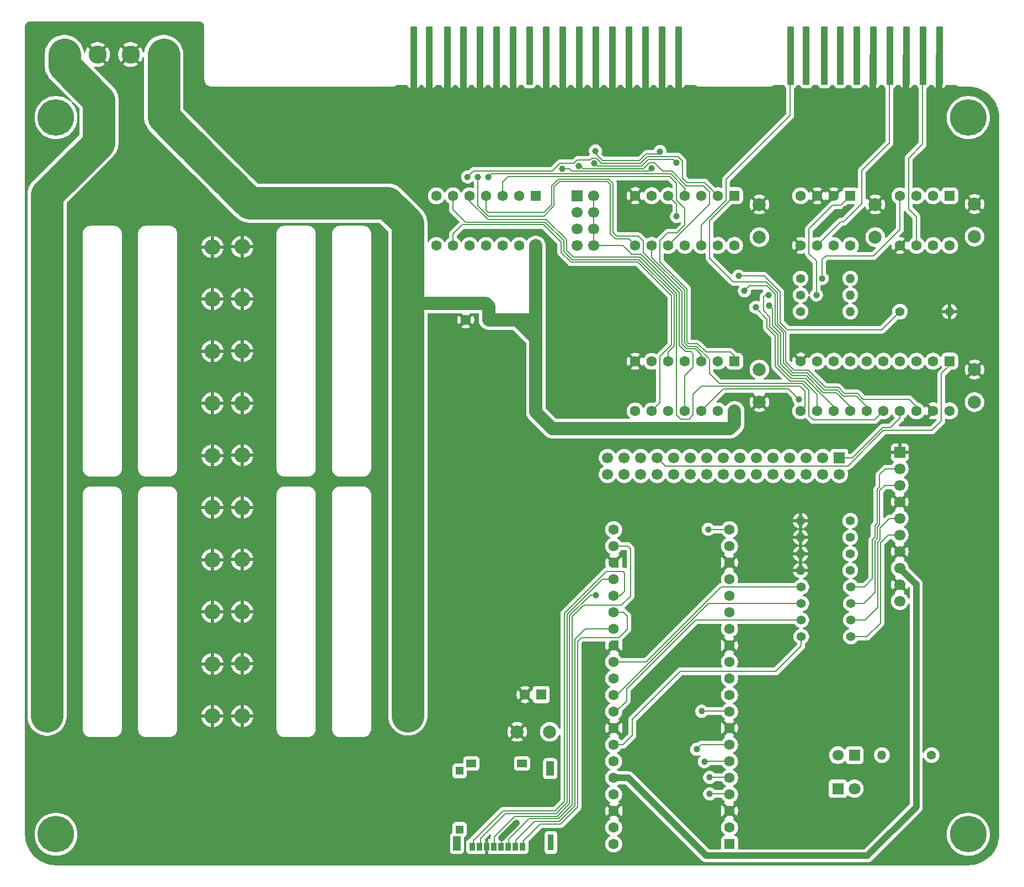
<source format=gtl>
%TF.GenerationSoftware,KiCad,Pcbnew,9.0.4*%
%TF.CreationDate,2025-09-30T12:57:05+01:00*%
%TF.ProjectId,RTmFM,52546d46-4d2e-46b6-9963-61645f706362,rev?*%
%TF.SameCoordinates,Original*%
%TF.FileFunction,Copper,L1,Top*%
%TF.FilePolarity,Positive*%
%FSLAX46Y46*%
G04 Gerber Fmt 4.6, Leading zero omitted, Abs format (unit mm)*
G04 Created by KiCad (PCBNEW 9.0.4) date 2025-09-30 12:57:05*
%MOMM*%
%LPD*%
G01*
G04 APERTURE LIST*
G04 Aperture macros list*
%AMRoundRect*
0 Rectangle with rounded corners*
0 $1 Rounding radius*
0 $2 $3 $4 $5 $6 $7 $8 $9 X,Y pos of 4 corners*
0 Add a 4 corners polygon primitive as box body*
4,1,4,$2,$3,$4,$5,$6,$7,$8,$9,$2,$3,0*
0 Add four circle primitives for the rounded corners*
1,1,$1+$1,$2,$3*
1,1,$1+$1,$4,$5*
1,1,$1+$1,$6,$7*
1,1,$1+$1,$8,$9*
0 Add four rect primitives between the rounded corners*
20,1,$1+$1,$2,$3,$4,$5,0*
20,1,$1+$1,$4,$5,$6,$7,0*
20,1,$1+$1,$6,$7,$8,$9,0*
20,1,$1+$1,$8,$9,$2,$3,0*%
%AMFreePoly0*
4,1,37,0.603843,0.796157,0.639018,0.796157,0.711114,0.766294,0.766294,0.711114,0.796157,0.639018,0.796157,0.603843,0.800000,0.600000,0.800000,-0.600000,0.796157,-0.603843,0.796157,-0.639018,0.766294,-0.711114,0.711114,-0.766294,0.639018,-0.796157,0.603843,-0.796157,0.600000,-0.800000,0.000000,-0.800000,0.000000,-0.796148,-0.078414,-0.796148,-0.232228,-0.765552,-0.377117,-0.705537,
-0.507515,-0.618408,-0.618408,-0.507515,-0.705537,-0.377117,-0.765552,-0.232228,-0.796148,-0.078414,-0.796148,0.078414,-0.765552,0.232228,-0.705537,0.377117,-0.618408,0.507515,-0.507515,0.618408,-0.377117,0.705537,-0.232228,0.765552,-0.078414,0.796148,0.000000,0.796148,0.000000,0.800000,0.600000,0.800000,0.603843,0.796157,0.603843,0.796157,$1*%
%AMFreePoly1*
4,1,37,0.000000,0.796148,0.078414,0.796148,0.232228,0.765552,0.377117,0.705537,0.507515,0.618408,0.618408,0.507515,0.705537,0.377117,0.765552,0.232228,0.796148,0.078414,0.796148,-0.078414,0.765552,-0.232228,0.705537,-0.377117,0.618408,-0.507515,0.507515,-0.618408,0.377117,-0.705537,0.232228,-0.765552,0.078414,-0.796148,0.000000,-0.796148,0.000000,-0.800000,-0.600000,-0.800000,
-0.603843,-0.796157,-0.639018,-0.796157,-0.711114,-0.766294,-0.766294,-0.711114,-0.796157,-0.639018,-0.796157,-0.603843,-0.800000,-0.600000,-0.800000,0.600000,-0.796157,0.603843,-0.796157,0.639018,-0.766294,0.711114,-0.711114,0.766294,-0.639018,0.796157,-0.603843,0.796157,-0.600000,0.800000,0.000000,0.800000,0.000000,0.796148,0.000000,0.796148,$1*%
G04 Aperture macros list end*
%TA.AperFunction,ComponentPad*%
%ADD10C,2.000000*%
%TD*%
%TA.AperFunction,ComponentPad*%
%ADD11C,1.400000*%
%TD*%
%TA.AperFunction,ComponentPad*%
%ADD12O,1.400000X1.400000*%
%TD*%
%TA.AperFunction,ComponentPad*%
%ADD13R,1.800000X1.800000*%
%TD*%
%TA.AperFunction,ComponentPad*%
%ADD14C,1.800000*%
%TD*%
%TA.AperFunction,ComponentPad*%
%ADD15C,2.400000*%
%TD*%
%TA.AperFunction,ComponentPad*%
%ADD16O,2.400000X2.400000*%
%TD*%
%TA.AperFunction,ComponentPad*%
%ADD17RoundRect,0.250000X-0.550000X0.550000X-0.550000X-0.550000X0.550000X-0.550000X0.550000X0.550000X0*%
%TD*%
%TA.AperFunction,ComponentPad*%
%ADD18C,1.600000*%
%TD*%
%TA.AperFunction,SMDPad,CuDef*%
%ADD19R,0.812800X1.244600*%
%TD*%
%TA.AperFunction,SMDPad,CuDef*%
%ADD20R,1.498600X1.143000*%
%TD*%
%TA.AperFunction,SMDPad,CuDef*%
%ADD21R,0.939800X2.489200*%
%TD*%
%TA.AperFunction,SMDPad,CuDef*%
%ADD22R,1.143000X2.209800*%
%TD*%
%TA.AperFunction,SMDPad,CuDef*%
%ADD23R,1.168400X1.244600*%
%TD*%
%TA.AperFunction,ComponentPad*%
%ADD24C,3.600000*%
%TD*%
%TA.AperFunction,ConnectorPad*%
%ADD25C,5.600000*%
%TD*%
%TA.AperFunction,ComponentPad*%
%ADD26R,1.700000X1.700000*%
%TD*%
%TA.AperFunction,ComponentPad*%
%ADD27C,1.700000*%
%TD*%
%TA.AperFunction,ComponentPad*%
%ADD28R,2.780000X2.780000*%
%TD*%
%TA.AperFunction,ComponentPad*%
%ADD29C,2.780000*%
%TD*%
%TA.AperFunction,ComponentPad*%
%ADD30RoundRect,0.200000X0.600000X0.600000X-0.600000X0.600000X-0.600000X-0.600000X0.600000X-0.600000X0*%
%TD*%
%TA.AperFunction,ComponentPad*%
%ADD31FreePoly0,180.000000*%
%TD*%
%TA.AperFunction,ComponentPad*%
%ADD32FreePoly1,180.000000*%
%TD*%
%TA.AperFunction,ComponentPad*%
%ADD33R,1.600000X1.600000*%
%TD*%
%TA.AperFunction,ConnectorPad*%
%ADD34RoundRect,0.150000X-0.350000X4.350000X-0.350000X-4.350000X0.350000X-4.350000X0.350000X4.350000X0*%
%TD*%
%TA.AperFunction,ViaPad*%
%ADD35C,1.000000*%
%TD*%
%TA.AperFunction,ViaPad*%
%ADD36C,0.800000*%
%TD*%
%TA.AperFunction,Conductor*%
%ADD37C,5.000000*%
%TD*%
%TA.AperFunction,Conductor*%
%ADD38C,2.000000*%
%TD*%
%TA.AperFunction,Conductor*%
%ADD39C,1.000000*%
%TD*%
%TA.AperFunction,Conductor*%
%ADD40C,0.200000*%
%TD*%
G04 APERTURE END LIST*
D10*
%TO.P,C1,1*%
%TO.N,VCC*%
X142934000Y-83660000D03*
%TO.P,C1,2*%
%TO.N,GND*%
X142934000Y-88660000D03*
%TD*%
D11*
%TO.P,R12,1*%
%TO.N,VCC*%
X149284000Y-72230000D03*
D12*
%TO.P,R12,2*%
%TO.N,/pDIRECTION*%
X156904000Y-72230000D03*
%TD*%
D13*
%TO.P,D8,1,K*%
%TO.N,Net-(D8-K)*%
X155000000Y-148000000D03*
D14*
%TO.P,D8,2,A*%
%TO.N,Net-(D8-A)*%
X157540000Y-148000000D03*
%TD*%
D15*
%TO.P,R5,1*%
%TO.N,+12V*%
X33612000Y-88852000D03*
D16*
%TO.P,R5,2*%
%TO.N,GND*%
X59012000Y-88852000D03*
%TD*%
D17*
%TO.P,U2,1,R*%
%TO.N,unconnected-(U2-R-Pad1)*%
X172144000Y-56995000D03*
D18*
%TO.P,U2,2,~{RE}*%
%TO.N,VCC*%
X169604000Y-56995000D03*
%TO.P,U2,3,DE*%
X167064000Y-56995000D03*
%TO.P,U2,4,D*%
%TO.N,/DOUT*%
X164524000Y-56995000D03*
%TO.P,U2,5,GND*%
%TO.N,GND*%
X164524000Y-64615000D03*
%TO.P,U2,6,A*%
%TO.N,/RDATAP*%
X167064000Y-64615000D03*
%TO.P,U2,7,B*%
%TO.N,/RDATAN*%
X169604000Y-64615000D03*
%TO.P,U2,8,VCC*%
%TO.N,VCC*%
X172144000Y-64615000D03*
%TD*%
D11*
%TO.P,R9,1*%
%TO.N,/INDEX*%
X156904000Y-106880000D03*
D12*
%TO.P,R9,2*%
%TO.N,GND*%
X149284000Y-106880000D03*
%TD*%
D17*
%TO.P,R34,1,R1*%
%TO.N,unconnected-(R34-R1-Pad1)*%
X108620000Y-57000000D03*
D18*
%TO.P,R34,2,R2*%
%TO.N,unconnected-(R34-R2-Pad2)*%
X106080000Y-57000000D03*
%TO.P,R34,3,R3*%
%TO.N,unconnected-(R34-R3-Pad3)*%
X103540000Y-57000000D03*
%TO.P,R34,4,R4*%
%TO.N,unconnected-(R34-R4-Pad4)*%
X101000000Y-57000000D03*
%TO.P,R34,5,R5*%
%TO.N,unconnected-(R34-R5-Pad5)*%
X98460000Y-57000000D03*
%TO.P,R34,6,R6*%
%TO.N,unconnected-(R34-R6-Pad6)*%
X95920000Y-57000000D03*
%TO.P,R34,7,COM2*%
%TO.N,unconnected-(R34-COM2-Pad7)*%
X93380000Y-57000000D03*
%TO.P,R34,8,R7*%
%TO.N,unconnected-(R34-R7-Pad8)*%
X93380000Y-64620000D03*
%TO.P,R34,9,R8*%
%TO.N,/HEAD3*%
X95920000Y-64620000D03*
%TO.P,R34,10,R9*%
%TO.N,unconnected-(R34-R9-Pad10)*%
X98460000Y-64620000D03*
%TO.P,R34,11,R10*%
%TO.N,unconnected-(R34-R10-Pad11)*%
X101000000Y-64620000D03*
%TO.P,R34,12,R11*%
%TO.N,unconnected-(R34-R11-Pad12)*%
X103540000Y-64620000D03*
%TO.P,R34,13,R12*%
%TO.N,unconnected-(R34-R12-Pad13)*%
X106080000Y-64620000D03*
%TO.P,R34,14,COM1*%
%TO.N,VCC*%
X108620000Y-64620000D03*
%TD*%
D19*
%TO.P,J5,1,DAT2*%
%TO.N,/SD_DAT2*%
X106585999Y-156885500D03*
%TO.P,J5,2,DAT3/CD*%
%TO.N,/SD_DAT3*%
X105486001Y-156885500D03*
%TO.P,J5,3,CMD*%
%TO.N,/SD_CMD*%
X104386001Y-156885500D03*
%TO.P,J5,4,VDD*%
%TO.N,VDD*%
X103286001Y-156885500D03*
%TO.P,J5,5,CLK*%
%TO.N,/SD_CLK*%
X102186000Y-156885500D03*
%TO.P,J5,6,VSS*%
%TO.N,GND*%
X101086000Y-156885500D03*
%TO.P,J5,7,DAT0*%
%TO.N,/SD_DAT0*%
X99986000Y-156885500D03*
%TO.P,J5,8,DAT1*%
%TO.N,/SD_DAT1*%
X98885999Y-156885500D03*
D20*
%TO.P,J5,9,SHIELD*%
%TO.N,unconnected-(J5-SHIELD-Pad9)*%
X106526000Y-144130501D03*
%TO.P,J5,10*%
%TO.N,N/C*%
X98746000Y-144130501D03*
D21*
%TO.P,J5,11*%
X110931000Y-156255500D03*
D22*
%TO.P,J5,12*%
X96541000Y-156405500D03*
%TO.P,J5,13*%
X110831001Y-144925500D03*
D23*
%TO.P,J5,14*%
X96946000Y-154255500D03*
%TO.P,J5,15*%
X96946000Y-145255500D03*
%TD*%
D24*
%TO.P,H3,1*%
%TO.N,N/C*%
X35000000Y-155000000D03*
D25*
X35000000Y-155000000D03*
%TD*%
D10*
%TO.P,C3,1*%
%TO.N,VCC*%
X142934000Y-63340000D03*
%TO.P,C3,2*%
%TO.N,GND*%
X142934000Y-58340000D03*
%TD*%
D26*
%TO.P,J1,1,Pin_1*%
%TO.N,/DRIVE0*%
X114994000Y-56990000D03*
D27*
%TO.P,J1,2,Pin_2*%
%TO.N,/DSEL*%
X117534000Y-56990000D03*
%TO.P,J1,3,Pin_3*%
%TO.N,/DRIVE1*%
X114994000Y-59530000D03*
%TO.P,J1,4,Pin_4*%
%TO.N,/DSEL*%
X117534000Y-59530000D03*
%TO.P,J1,5,Pin_5*%
%TO.N,/DRIVE2*%
X114994000Y-62070000D03*
%TO.P,J1,6,Pin_6*%
%TO.N,/DSEL*%
X117534000Y-62070000D03*
%TO.P,J1,7,Pin_7*%
%TO.N,/DRIVE3*%
X114994000Y-64610000D03*
%TO.P,J1,8,Pin_8*%
%TO.N,/DSEL*%
X117534000Y-64610000D03*
%TD*%
D15*
%TO.P,R26,1*%
%TO.N,VCC*%
X88984000Y-88829600D03*
D16*
%TO.P,R26,2*%
%TO.N,GND*%
X63584000Y-88829600D03*
%TD*%
D28*
%TO.P,J2,1,Pin_1*%
%TO.N,+12V*%
X36279000Y-35305000D03*
D29*
%TO.P,J2,2,Pin_2*%
%TO.N,GND*%
X41359000Y-35305000D03*
%TO.P,J2,3,Pin_3*%
X46439000Y-35305000D03*
%TO.P,J2,4,Pin_4*%
%TO.N,VCC*%
X51519000Y-35305000D03*
%TD*%
D10*
%TO.P,C5,1*%
%TO.N,VDD*%
X110761000Y-139273000D03*
%TO.P,C5,2*%
%TO.N,GND*%
X105761000Y-139273000D03*
%TD*%
D11*
%TO.P,R6,1*%
%TO.N,/SEEK_CMPLT*%
X156904000Y-114500000D03*
D12*
%TO.P,R6,2*%
%TO.N,GND*%
X149284000Y-114500000D03*
%TD*%
D15*
%TO.P,R22,1*%
%TO.N,VCC*%
X88984000Y-120829600D03*
D16*
%TO.P,R22,2*%
%TO.N,GND*%
X63584000Y-120829600D03*
%TD*%
D26*
%TO.P,J8,1,Pin_1*%
%TO.N,GND*%
X164484000Y-96360000D03*
D27*
%TO.P,J8,2,Pin_2*%
%TO.N,Net-(J8-Pin_2)*%
X164484000Y-98900000D03*
%TO.P,J8,3,Pin_3*%
%TO.N,Net-(J8-Pin_3)*%
X164484000Y-101440000D03*
%TO.P,J8,4,Pin_4*%
%TO.N,GND*%
X164484000Y-103980000D03*
%TO.P,J8,5,Pin_5*%
%TO.N,Net-(J8-Pin_5)*%
X164484000Y-106520000D03*
%TO.P,J8,6,Pin_6*%
%TO.N,Net-(J8-Pin_6)*%
X164484000Y-109060000D03*
%TO.P,J8,7,Pin_7*%
%TO.N,GND*%
X164484000Y-111600000D03*
%TO.P,J8,8,Pin_8*%
%TO.N,VDD*%
X164484000Y-114140000D03*
%TO.P,J8,9,Pin_9*%
%TO.N,GND*%
X164484000Y-116680000D03*
%TO.P,J8,10,Pin_10*%
%TO.N,VCC*%
X164484000Y-119220000D03*
%TD*%
D15*
%TO.P,R24,1*%
%TO.N,VCC*%
X88984000Y-104829600D03*
D16*
%TO.P,R24,2*%
%TO.N,GND*%
X63584000Y-104829600D03*
%TD*%
D11*
%TO.P,R33,1*%
%TO.N,/IO3*%
X149371000Y-124660000D03*
%TO.P,R33,2*%
%TO.N,Net-(J8-Pin_6)*%
X156991000Y-124660000D03*
%TD*%
D24*
%TO.P,H2,1*%
%TO.N,N/C*%
X175000000Y-45000000D03*
D25*
X175000000Y-45000000D03*
%TD*%
D15*
%TO.P,R25,1*%
%TO.N,VCC*%
X88984000Y-96829600D03*
D16*
%TO.P,R25,2*%
%TO.N,GND*%
X63584000Y-96829600D03*
%TD*%
D11*
%TO.P,R31,1*%
%TO.N,/IO1*%
X149371000Y-119580000D03*
%TO.P,R31,2*%
%TO.N,Net-(J8-Pin_3)*%
X156991000Y-119580000D03*
%TD*%
D17*
%TO.P,U1,1,R*%
%TO.N,/WDATA*%
X156904000Y-56995000D03*
D18*
%TO.P,U1,2,~{RE}*%
%TO.N,GND*%
X154364000Y-56995000D03*
%TO.P,U1,3,DE*%
X151824000Y-56995000D03*
%TO.P,U1,4,D*%
%TO.N,unconnected-(U1-D-Pad4)*%
X149284000Y-56995000D03*
%TO.P,U1,5,GND*%
%TO.N,GND*%
X149284000Y-64615000D03*
%TO.P,U1,6,A*%
%TO.N,/WDATAP*%
X151824000Y-64615000D03*
%TO.P,U1,7,B*%
%TO.N,/WDATAN*%
X154364000Y-64615000D03*
%TO.P,U1,8,VCC*%
%TO.N,VCC*%
X156904000Y-64615000D03*
%TD*%
D11*
%TO.P,R13,1*%
%TO.N,VCC*%
X149284000Y-74770000D03*
D12*
%TO.P,R13,2*%
%TO.N,/pWRGATE*%
X156904000Y-74770000D03*
%TD*%
D15*
%TO.P,R18,1*%
%TO.N,+12V*%
X33612000Y-128852000D03*
D16*
%TO.P,R18,2*%
%TO.N,GND*%
X59012000Y-128852000D03*
%TD*%
D15*
%TO.P,R21,1*%
%TO.N,VCC*%
X88984000Y-128829600D03*
D16*
%TO.P,R21,2*%
%TO.N,GND*%
X63584000Y-128829600D03*
%TD*%
D18*
%TO.P,C8,1*%
%TO.N,VCC*%
X101384000Y-76040000D03*
%TO.P,C8,2*%
%TO.N,GND*%
X97884000Y-76040000D03*
%TD*%
D15*
%TO.P,R4,1*%
%TO.N,+12V*%
X33612000Y-80852000D03*
D16*
%TO.P,R4,2*%
%TO.N,GND*%
X59012000Y-80852000D03*
%TD*%
D11*
%TO.P,R32,1*%
%TO.N,/IO2*%
X149371000Y-122120000D03*
%TO.P,R32,2*%
%TO.N,Net-(J8-Pin_5)*%
X156991000Y-122120000D03*
%TD*%
D26*
%TO.P,J6,1,Pin_1*%
%TO.N,Net-(D8-A)*%
X157525000Y-142850000D03*
D27*
%TO.P,J6,2,Pin_2*%
%TO.N,Net-(D8-K)*%
X154985000Y-142850000D03*
%TD*%
D11*
%TO.P,R30,1*%
%TO.N,/IO0*%
X149371000Y-117040000D03*
%TO.P,R30,2*%
%TO.N,Net-(J8-Pin_2)*%
X156991000Y-117040000D03*
%TD*%
D17*
%TO.P,U9,1*%
%TO.N,/HEAD1*%
X139124000Y-82395000D03*
D18*
%TO.P,U9,2*%
%TO.N,/HSEL1*%
X136584000Y-82395000D03*
%TO.P,U9,3*%
%TO.N,/HEAD0*%
X134044000Y-82395000D03*
%TO.P,U9,4*%
%TO.N,/HSEL0*%
X131504000Y-82395000D03*
%TO.P,U9,5*%
%TO.N,/HEAD2*%
X128964000Y-82395000D03*
%TO.P,U9,6*%
%TO.N,/HSEL2*%
X126424000Y-82395000D03*
%TO.P,U9,7,GND*%
%TO.N,GND*%
X123884000Y-82395000D03*
%TO.P,U9,8*%
%TO.N,/HSEL3*%
X123884000Y-90015000D03*
%TO.P,U9,9*%
%TO.N,/HEAD3*%
X126424000Y-90015000D03*
%TO.P,U9,10*%
%TO.N,/DSEL_INV*%
X128964000Y-90015000D03*
%TO.P,U9,11*%
%TO.N,/DSEL*%
X131504000Y-90015000D03*
%TO.P,U9,12*%
%TO.N,Net-(D8-K)*%
X134044000Y-90015000D03*
%TO.P,U9,13*%
%TO.N,/DRV_LED*%
X136584000Y-90015000D03*
%TO.P,U9,14,VCC*%
%TO.N,VCC*%
X139124000Y-90015000D03*
%TD*%
D24*
%TO.P,H4,1*%
%TO.N,N/C*%
X175000000Y-155000000D03*
D25*
X175000000Y-155000000D03*
%TD*%
D15*
%TO.P,R16,1*%
%TO.N,+12V*%
X33612000Y-112852000D03*
D16*
%TO.P,R16,2*%
%TO.N,GND*%
X59012000Y-112852000D03*
%TD*%
D15*
%TO.P,R17,1*%
%TO.N,+12V*%
X33612000Y-120852000D03*
D16*
%TO.P,R17,2*%
%TO.N,GND*%
X59012000Y-120852000D03*
%TD*%
D10*
%TO.P,C2,1*%
%TO.N,VCC*%
X175954000Y-88660000D03*
%TO.P,C2,2*%
%TO.N,GND*%
X175954000Y-83660000D03*
%TD*%
D15*
%TO.P,R2,1*%
%TO.N,+12V*%
X33612000Y-64852000D03*
D16*
%TO.P,R2,2*%
%TO.N,GND*%
X59012000Y-64852000D03*
%TD*%
D17*
%TO.P,U7,1,1OE*%
%TO.N,/DSEL*%
X172144000Y-82390000D03*
D18*
%TO.P,U7,2,1A0*%
%TO.N,/pSEEK_CMPLT*%
X169604000Y-82390000D03*
%TO.P,U7,3,2Y0*%
%TO.N,/READY*%
X167064000Y-82390000D03*
%TO.P,U7,4,1A1*%
%TO.N,/pTRACK0*%
X164524000Y-82390000D03*
%TO.P,U7,5,2Y1*%
%TO.N,/pSTEP*%
X161984000Y-82390000D03*
%TO.P,U7,6,1A2*%
%TO.N,/pWRITE_FAULT*%
X159444000Y-82390000D03*
%TO.P,U7,7,2Y2*%
%TO.N,/pDIRECTION*%
X156904000Y-82390000D03*
%TO.P,U7,8,1A3*%
%TO.N,/pINDEX*%
X154364000Y-82390000D03*
%TO.P,U7,9,2Y3*%
%TO.N,/pWRGATE*%
X151824000Y-82390000D03*
%TO.P,U7,10,GND*%
%TO.N,GND*%
X149284000Y-82390000D03*
%TO.P,U7,11,2A3*%
%TO.N,/WRGATE*%
X149284000Y-90010000D03*
%TO.P,U7,12,1Y3*%
%TO.N,/INDEX*%
X151824000Y-90010000D03*
%TO.P,U7,13,2A2*%
%TO.N,/DIRECTION*%
X154364000Y-90010000D03*
%TO.P,U7,14,1Y2*%
%TO.N,/WRITE_FAULT*%
X156904000Y-90010000D03*
%TO.P,U7,15,2A1*%
%TO.N,/STEP*%
X159444000Y-90010000D03*
%TO.P,U7,16,1Y1*%
%TO.N,/TRACK0*%
X161984000Y-90010000D03*
%TO.P,U7,17,2A0*%
%TO.N,/pREADY*%
X164524000Y-90010000D03*
%TO.P,U7,18,1Y0*%
%TO.N,/SEEK_CMPLT*%
X167064000Y-90010000D03*
%TO.P,U7,19,2OE*%
%TO.N,GND*%
X169604000Y-90010000D03*
%TO.P,U7,20,VCC*%
%TO.N,VCC*%
X172144000Y-90010000D03*
%TD*%
D10*
%TO.P,C6,1*%
%TO.N,VCC*%
X160714000Y-63340000D03*
%TO.P,C6,2*%
%TO.N,GND*%
X160714000Y-58340000D03*
%TD*%
D11*
%TO.P,R1,1*%
%TO.N,VCC*%
X169360000Y-142850000D03*
D12*
%TO.P,R1,2*%
%TO.N,Net-(D8-A)*%
X161740000Y-142850000D03*
%TD*%
D15*
%TO.P,R20,1*%
%TO.N,VCC*%
X88984000Y-136829600D03*
D16*
%TO.P,R20,2*%
%TO.N,GND*%
X63584000Y-136829600D03*
%TD*%
D30*
%TO.P,U8,1,GPIO0*%
%TO.N,/xDOUT*%
X138361000Y-156483000D03*
D18*
%TO.P,U8,2,GPIO1*%
%TO.N,/xWDATA*%
X138361000Y-153943000D03*
D31*
%TO.P,U8,3,GND*%
%TO.N,GND*%
X138361000Y-151403000D03*
D18*
%TO.P,U8,4,GPIO2*%
%TO.N,/xHSEL0*%
X138361000Y-148863000D03*
%TO.P,U8,5,GPIO3*%
%TO.N,/xHSEL1*%
X138361000Y-146323000D03*
%TO.P,U8,6,GPIO4*%
%TO.N,/xHSEL2*%
X138361000Y-143783000D03*
%TO.P,U8,7,GPIO5*%
%TO.N,/xHSEL3*%
X138361000Y-141243000D03*
D31*
%TO.P,U8,8,GND*%
%TO.N,GND*%
X138361000Y-138703000D03*
D18*
%TO.P,U8,9,GPIO6*%
%TO.N,/xDSEL*%
X138361000Y-136163000D03*
%TO.P,U8,10,GPIO7*%
%TO.N,/xpSTEP*%
X138361000Y-133623000D03*
%TO.P,U8,11,GPIO8*%
%TO.N,/xpDIRECTION*%
X138361000Y-131083000D03*
%TO.P,U8,12,GPIO9*%
%TO.N,/xpSEEK_CMPLT*%
X138361000Y-128543000D03*
D31*
%TO.P,U8,13,GND*%
%TO.N,GND*%
X138361000Y-126003000D03*
D18*
%TO.P,U8,14,GPIO10*%
%TO.N,/xpTRACK0*%
X138361000Y-123463000D03*
%TO.P,U8,15,GPIO11*%
%TO.N,/xpWRITE_FAULT*%
X138361000Y-120923000D03*
%TO.P,U8,16,GPIO12*%
%TO.N,/xpINDEX*%
X138361000Y-118383000D03*
%TO.P,U8,17,GPIO13*%
%TO.N,/xpREADY*%
X138361000Y-115843000D03*
D31*
%TO.P,U8,18,GND*%
%TO.N,GND*%
X138361000Y-113303000D03*
D18*
%TO.P,U8,19,GPIO14*%
%TO.N,/xpWRGATE*%
X138361000Y-110763000D03*
%TO.P,U8,20,GPIO15*%
%TO.N,/DRV_LED*%
X138361000Y-108223000D03*
%TO.P,U8,21,GPIO16*%
%TO.N,/SD_CLK*%
X120581000Y-108223000D03*
%TO.P,U8,22,GPIO17*%
%TO.N,/SD_CMD*%
X120581000Y-110763000D03*
D32*
%TO.P,U8,23,GND*%
%TO.N,GND*%
X120581000Y-113303000D03*
D18*
%TO.P,U8,24,GPIO18*%
%TO.N,/SD_DAT0*%
X120581000Y-115843000D03*
%TO.P,U8,25,GPIO19*%
%TO.N,/SD_DAT1*%
X120581000Y-118383000D03*
%TO.P,U8,26,GPIO20*%
%TO.N,/SD_DAT2*%
X120581000Y-120923000D03*
%TO.P,U8,27,GPIO21*%
%TO.N,/SD_DAT3*%
X120581000Y-123463000D03*
D32*
%TO.P,U8,28,GND*%
%TO.N,GND*%
X120581000Y-126003000D03*
D18*
%TO.P,U8,29,GPIO22*%
%TO.N,/IO0*%
X120581000Y-128543000D03*
%TO.P,U8,30,RUN*%
%TO.N,unconnected-(U8-RUN-Pad30)*%
X120581000Y-131083000D03*
%TO.P,U8,31,GPIO26_ADC0*%
%TO.N,/IO1*%
X120581000Y-133623000D03*
%TO.P,U8,32,GPIO27_ADC1*%
%TO.N,/IO2*%
X120581000Y-136163000D03*
D32*
%TO.P,U8,33,AGND*%
%TO.N,GND*%
X120581000Y-138703000D03*
D18*
%TO.P,U8,34,GPIO28_ADC2*%
%TO.N,/IO3*%
X120581000Y-141243000D03*
%TO.P,U8,35,ADC_VREF*%
%TO.N,unconnected-(U8-ADC_VREF-Pad35)*%
X120581000Y-143783000D03*
%TO.P,U8,36,3V3*%
%TO.N,VDD*%
X120581000Y-146323000D03*
%TO.P,U8,37,3V3_EN*%
%TO.N,unconnected-(U8-3V3_EN-Pad37)*%
X120581000Y-148863000D03*
D32*
%TO.P,U8,38,GND*%
%TO.N,GND*%
X120581000Y-151403000D03*
D18*
%TO.P,U8,39,VSYS*%
%TO.N,VCC*%
X120581000Y-153943000D03*
%TO.P,U8,40,VBUS*%
%TO.N,unconnected-(U8-VBUS-Pad40)*%
X120581000Y-156483000D03*
%TD*%
D11*
%TO.P,R8,1*%
%TO.N,/WRITE_FAULT*%
X156904000Y-109420000D03*
D12*
%TO.P,R8,2*%
%TO.N,GND*%
X149284000Y-109420000D03*
%TD*%
D11*
%TO.P,R11,1*%
%TO.N,VCC*%
X149284000Y-69690000D03*
D12*
%TO.P,R11,2*%
%TO.N,/pSTEP*%
X156904000Y-69690000D03*
%TD*%
D11*
%TO.P,R10,1*%
%TO.N,/READY*%
X164524000Y-74770000D03*
D12*
%TO.P,R10,2*%
%TO.N,GND*%
X172144000Y-74770000D03*
%TD*%
D15*
%TO.P,R27,1*%
%TO.N,VCC*%
X88984000Y-80829600D03*
D16*
%TO.P,R27,2*%
%TO.N,GND*%
X63584000Y-80829600D03*
%TD*%
D15*
%TO.P,R29,1*%
%TO.N,VCC*%
X88984000Y-64829600D03*
D16*
%TO.P,R29,2*%
%TO.N,GND*%
X63584000Y-64829600D03*
%TD*%
D24*
%TO.P,H1,1*%
%TO.N,N/C*%
X35000000Y-45000000D03*
D25*
X35000000Y-45000000D03*
%TD*%
D17*
%TO.P,U10,1*%
%TO.N,/SEEK_CMPLT*%
X139124000Y-56990000D03*
D18*
%TO.P,U10,2*%
%TO.N,/ocSEEK_CMPLT*%
X136584000Y-56990000D03*
%TO.P,U10,3*%
%TO.N,/WRITE_FAULT*%
X134044000Y-56990000D03*
%TO.P,U10,4*%
%TO.N,/ocWRITE_FAULT*%
X131504000Y-56990000D03*
%TO.P,U10,5*%
%TO.N,/INDEX*%
X128964000Y-56990000D03*
%TO.P,U10,6*%
%TO.N,/ocINDEX*%
X126424000Y-56990000D03*
%TO.P,U10,7,GND*%
%TO.N,GND*%
X123884000Y-56990000D03*
%TO.P,U10,8*%
%TO.N,/ocTRACK0*%
X123884000Y-64610000D03*
%TO.P,U10,9*%
%TO.N,/TRACK0*%
X126424000Y-64610000D03*
%TO.P,U10,10*%
%TO.N,/ocREADY*%
X128964000Y-64610000D03*
%TO.P,U10,11*%
%TO.N,/READY*%
X131504000Y-64610000D03*
%TO.P,U10,12*%
%TO.N,/ocDRV_SLCTD*%
X134044000Y-64610000D03*
%TO.P,U10,13*%
%TO.N,/DSEL_INV*%
X136584000Y-64610000D03*
%TO.P,U10,14,VCC*%
%TO.N,VCC*%
X139124000Y-64610000D03*
%TD*%
D10*
%TO.P,C7,1*%
%TO.N,VCC*%
X175954000Y-63260000D03*
%TO.P,C7,2*%
%TO.N,GND*%
X175954000Y-58260000D03*
%TD*%
D15*
%TO.P,R14,1*%
%TO.N,+12V*%
X33612000Y-96852000D03*
D16*
%TO.P,R14,2*%
%TO.N,GND*%
X59012000Y-96852000D03*
%TD*%
D15*
%TO.P,R3,1*%
%TO.N,+12V*%
X33612000Y-72852000D03*
D16*
%TO.P,R3,2*%
%TO.N,GND*%
X59012000Y-72852000D03*
%TD*%
D15*
%TO.P,R19,1*%
%TO.N,+12V*%
X33612000Y-136852000D03*
D16*
%TO.P,R19,2*%
%TO.N,GND*%
X59012000Y-136852000D03*
%TD*%
D15*
%TO.P,R23,1*%
%TO.N,VCC*%
X88984000Y-112829600D03*
D16*
%TO.P,R23,2*%
%TO.N,GND*%
X63584000Y-112829600D03*
%TD*%
D15*
%TO.P,R15,1*%
%TO.N,+12V*%
X33612000Y-104852000D03*
D16*
%TO.P,R15,2*%
%TO.N,GND*%
X59012000Y-104852000D03*
%TD*%
D15*
%TO.P,R28,1*%
%TO.N,VCC*%
X88984000Y-72829600D03*
D16*
%TO.P,R28,2*%
%TO.N,GND*%
X63584000Y-72829600D03*
%TD*%
D33*
%TO.P,C4,1*%
%TO.N,VDD*%
X109466112Y-133558000D03*
D18*
%TO.P,C4,2*%
%TO.N,GND*%
X106966112Y-133558000D03*
%TD*%
D11*
%TO.P,R7,1*%
%TO.N,/TRACK0*%
X156904000Y-111960000D03*
D12*
%TO.P,R7,2*%
%TO.N,GND*%
X149284000Y-111960000D03*
%TD*%
D26*
%TO.P,J9,1,Pin_1*%
%TO.N,/pREADY*%
X155210000Y-97200000D03*
D27*
%TO.P,J9,2,Pin_2*%
%TO.N,/xpREADY*%
X155210000Y-99740000D03*
%TO.P,J9,3,Pin_3*%
%TO.N,/pSEEK_CMPLT*%
X152670000Y-97200000D03*
%TO.P,J9,4,Pin_4*%
%TO.N,/xpSEEK_CMPLT*%
X152670000Y-99740000D03*
%TO.P,J9,5,Pin_5*%
%TO.N,/pTRACK0*%
X150130000Y-97200000D03*
%TO.P,J9,6,Pin_6*%
%TO.N,/xpTRACK0*%
X150130000Y-99740000D03*
%TO.P,J9,7,Pin_7*%
%TO.N,/pSTEP*%
X147590000Y-97200000D03*
%TO.P,J9,8,Pin_8*%
%TO.N,/xpSTEP*%
X147590000Y-99740000D03*
%TO.P,J9,9,Pin_9*%
%TO.N,/pWRITE_FAULT*%
X145050000Y-97200000D03*
%TO.P,J9,10,Pin_10*%
%TO.N,/xpWRITE_FAULT*%
X145050000Y-99740000D03*
%TO.P,J9,11,Pin_11*%
%TO.N,/pDIRECTION*%
X142510000Y-97200000D03*
%TO.P,J9,12,Pin_12*%
%TO.N,/xpDIRECTION*%
X142510000Y-99740000D03*
%TO.P,J9,13,Pin_13*%
%TO.N,/pINDEX*%
X139970000Y-97200000D03*
%TO.P,J9,14,Pin_14*%
%TO.N,/xpINDEX*%
X139970000Y-99740000D03*
%TO.P,J9,15,Pin_15*%
%TO.N,/pWRGATE*%
X137430000Y-97200000D03*
%TO.P,J9,16,Pin_16*%
%TO.N,/xpWRGATE*%
X137430000Y-99740000D03*
%TO.P,J9,17,Pin_17*%
%TO.N,/DOUT*%
X134890000Y-97200000D03*
%TO.P,J9,18,Pin_18*%
%TO.N,/xDOUT*%
X134890000Y-99740000D03*
%TO.P,J9,19,Pin_19*%
%TO.N,/WDATA*%
X132350000Y-97200000D03*
%TO.P,J9,20,Pin_20*%
%TO.N,/xWDATA*%
X132350000Y-99740000D03*
%TO.P,J9,21,Pin_21*%
%TO.N,/HSEL1*%
X129810000Y-97200000D03*
%TO.P,J9,22,Pin_22*%
%TO.N,/xHSEL1*%
X129810000Y-99740000D03*
%TO.P,J9,23,Pin_23*%
%TO.N,/DSEL*%
X127270000Y-97200000D03*
%TO.P,J9,24,Pin_24*%
%TO.N,/xDSEL*%
X127270000Y-99740000D03*
%TO.P,J9,25,Pin_25*%
%TO.N,/HSEL0*%
X124730000Y-97200000D03*
%TO.P,J9,26,Pin_26*%
%TO.N,/xHSEL0*%
X124730000Y-99740000D03*
%TO.P,J9,27,Pin_27*%
%TO.N,/HSEL2*%
X122190000Y-97200000D03*
%TO.P,J9,28,Pin_28*%
%TO.N,/xHSEL2*%
X122190000Y-99740000D03*
%TO.P,J9,29,Pin_29*%
%TO.N,/HSEL3*%
X119650000Y-97200000D03*
%TO.P,J9,30,Pin_30*%
%TO.N,/xHSEL3*%
X119650000Y-99740000D03*
%TD*%
D34*
%TO.P,J3,1,Pin_1*%
%TO.N,GND*%
X89880000Y-35500000D03*
%TO.P,J3,3,Pin_3*%
X92301000Y-35500000D03*
%TO.P,J3,5,Pin_5*%
X95084000Y-35500000D03*
%TO.P,J3,7,Pin_7*%
X97500000Y-35500000D03*
%TO.P,J3,9,Pin_9*%
X100040000Y-35500000D03*
%TO.P,J3,11,Pin_11*%
X102580000Y-35500000D03*
%TO.P,J3,13,Pin_13*%
X105120000Y-35500000D03*
%TO.P,J3,15,Pin_15*%
%TO.N,unconnected-(J3-Pin_15-Pad15)*%
X107660000Y-35500000D03*
%TO.P,J3,17,Pin_17*%
%TO.N,GND*%
X110200000Y-35500000D03*
%TO.P,J3,19,Pin_19*%
X112740000Y-35500000D03*
%TO.P,J3,21,Pin_21*%
X115280000Y-35500000D03*
%TO.P,J3,23,Pin_23*%
X117820000Y-35500000D03*
%TO.P,J3,25,Pin_25*%
X120360000Y-35500000D03*
%TO.P,J3,27,Pin_27*%
X122900000Y-35500000D03*
%TO.P,J3,29,Pin_29*%
X125440000Y-35500000D03*
%TO.P,J3,31,Pin_31*%
X127982000Y-35500000D03*
%TO.P,J3,33,Pin_33*%
X130520000Y-35500000D03*
%TD*%
%TO.P,J4,1,Pin_1*%
%TO.N,/ocDRV_SLCTD*%
X147720000Y-35500000D03*
%TO.P,J4,3,Pin_3*%
%TO.N,unconnected-(J4-Pin_3-Pad3)*%
X150141000Y-35500000D03*
%TO.P,J4,5,Pin_5*%
%TO.N,unconnected-(J4-Pin_5-Pad5)*%
X152924000Y-35500000D03*
%TO.P,J4,7,Pin_7*%
%TO.N,unconnected-(J4-Pin_7-Pad7)*%
X155340000Y-35500000D03*
%TO.P,J4,9,Pin_9*%
%TO.N,unconnected-(J4-Pin_9-Pad9)*%
X157880000Y-35500000D03*
%TO.P,J4,11,Pin_11*%
%TO.N,GND*%
X160420000Y-35500000D03*
%TO.P,J4,13,Pin_13*%
%TO.N,/WDATAP*%
X162960000Y-35500000D03*
%TO.P,J4,15,Pin_15*%
%TO.N,GND*%
X165500000Y-35500000D03*
%TO.P,J4,17,Pin_17*%
%TO.N,/RDATAP*%
X168040000Y-35500000D03*
%TO.P,J4,19,Pin_19*%
%TO.N,GND*%
X170580000Y-35500000D03*
%TD*%
D35*
%TO.N,VCC*%
X88600000Y-60840000D03*
X57520000Y-50920000D03*
X77600000Y-58133000D03*
X55520000Y-48920000D03*
X83600000Y-58133000D03*
X51519000Y-44840000D03*
X63520000Y-56920000D03*
X86600000Y-58840000D03*
X74600000Y-58133000D03*
X71600000Y-58133000D03*
X80600000Y-58133000D03*
X65600000Y-58119830D03*
X68600000Y-58133000D03*
X51519000Y-41840000D03*
X53520000Y-46920000D03*
X51519000Y-38840000D03*
X59520000Y-52920000D03*
X61520000Y-54920000D03*
%TO.N,GND*%
X127461000Y-142323000D03*
X130884000Y-68340000D03*
X152100000Y-78750000D03*
X133884000Y-78840000D03*
X175384000Y-67340000D03*
X142461000Y-128323000D03*
X154384000Y-75840000D03*
X162384000Y-53840000D03*
X148250000Y-78800000D03*
X144700000Y-84700000D03*
X168884000Y-86340000D03*
X158884000Y-50340000D03*
X169884000Y-50340000D03*
X126384000Y-46840000D03*
X137400000Y-94900000D03*
X170384000Y-46840000D03*
X134384000Y-46840000D03*
X156150000Y-59050000D03*
X144050000Y-93050000D03*
X170384000Y-43340000D03*
X109384000Y-46840000D03*
X162884000Y-71340000D03*
X160884000Y-46840000D03*
X110884000Y-65840000D03*
X160884000Y-43340000D03*
X164384000Y-50340000D03*
X152500000Y-62100000D03*
X150350000Y-80400000D03*
X123384000Y-69340000D03*
X156884000Y-53840000D03*
X155384000Y-78840000D03*
X127884000Y-79340000D03*
X162384000Y-86340000D03*
X142600000Y-77700000D03*
X150500000Y-76300000D03*
X127461000Y-136323000D03*
X167384000Y-53840000D03*
X127384000Y-73340000D03*
X138108000Y-73754000D03*
X142344000Y-138895000D03*
X165384000Y-46840000D03*
X169384000Y-71340000D03*
X165384000Y-43340000D03*
%TO.N,VDD*%
X105649750Y-153286750D03*
X104362250Y-154574250D03*
D36*
X103396000Y-155540500D03*
D35*
%TO.N,/STEP*%
X140648000Y-71595000D03*
X127694000Y-50201000D03*
X117788000Y-50132000D03*
%TO.N,/DIRECTION*%
X144331000Y-72224186D03*
X117591686Y-52026000D03*
X130234000Y-51910000D03*
%TO.N,/WDATA*%
X151697000Y-72230000D03*
%TO.N,/DOUT*%
X152586000Y-69690000D03*
%TO.N,/WRITE_FAULT*%
X144458000Y-73881000D03*
%TO.N,/INDEX*%
X142375200Y-74109600D03*
X130234000Y-60165000D03*
%TO.N,/READY*%
X139759000Y-69309000D03*
%TO.N,/DRV_LED*%
X135100000Y-108200000D03*
%TO.N,/ocSEEK_CMPLT*%
X98150000Y-54100000D03*
%TO.N,/ocINDEX*%
X126424000Y-52799000D03*
X112694537Y-52828000D03*
%TO.N,/ocREADY*%
X115248000Y-52427000D03*
%TO.N,/ocTRACK0*%
X99754000Y-54100000D03*
%TO.N,/ocWRITE_FAULT*%
X101300000Y-54150000D03*
%TO.N,/SD_CLK*%
X117833000Y-118273000D03*
%TO.N,+12V*%
X34600000Y-55840000D03*
X41600000Y-43340000D03*
X33600000Y-62340000D03*
X40100000Y-40840000D03*
X37850000Y-38590000D03*
X36850000Y-53590000D03*
X39100000Y-51340000D03*
X33612000Y-58840000D03*
X41356000Y-49096000D03*
X41600000Y-46340000D03*
%TO.N,Net-(D8-K)*%
X149030000Y-88232000D03*
%TO.N,/xHSEL3*%
X133327000Y-141943000D03*
%TO.N,/xDSEL*%
X134098000Y-136101000D03*
%TO.N,/xHSEL0*%
X135301000Y-148801000D03*
%TO.N,/xHSEL1*%
X135301000Y-146261000D03*
%TO.N,/xHSEL2*%
X134499000Y-143848000D03*
%TD*%
D37*
%TO.N,VCC*%
X85879830Y-58119830D02*
X65600000Y-58119830D01*
X58270000Y-51670000D02*
X57520000Y-50920000D01*
D38*
X100984000Y-73500000D02*
X88984000Y-73500000D01*
X139124000Y-92076000D02*
X138450000Y-92750000D01*
D37*
X86600000Y-58840000D02*
X85879830Y-58119830D01*
X56020000Y-49420000D02*
X55520000Y-48920000D01*
X60770000Y-54170000D02*
X59520000Y-52920000D01*
X88984000Y-136829600D02*
X88984000Y-73500000D01*
D38*
X105683000Y-76040000D02*
X105723000Y-76040000D01*
X101384000Y-76040000D02*
X105683000Y-76040000D01*
X105683000Y-76040000D02*
X108644000Y-76040000D01*
D37*
X88984000Y-61224000D02*
X88600000Y-60840000D01*
X88984000Y-64884000D02*
X88984000Y-62840000D01*
X51519000Y-38840000D02*
X51519000Y-37840000D01*
X64719830Y-58119830D02*
X63520000Y-56920000D01*
X61520000Y-54920000D02*
X60770000Y-54170000D01*
D38*
X101384000Y-73900000D02*
X100984000Y-73500000D01*
X105723000Y-76040000D02*
X108644000Y-78961000D01*
X111200000Y-92750000D02*
X108644000Y-90194000D01*
X108644000Y-76040000D02*
X108644000Y-78961000D01*
X101384000Y-76040000D02*
X101384000Y-73900000D01*
X138450000Y-92750000D02*
X111200000Y-92750000D01*
D37*
X65600000Y-58119830D02*
X64719830Y-58119830D01*
X57520000Y-50920000D02*
X56020000Y-49420000D01*
D38*
X108644000Y-90194000D02*
X108644000Y-78961000D01*
X108620000Y-76016000D02*
X108644000Y-76040000D01*
D37*
X87600000Y-59840000D02*
X86600000Y-58840000D01*
X55520000Y-48920000D02*
X53520000Y-46920000D01*
X51519000Y-37840000D02*
X51519000Y-35305000D01*
X51519000Y-39340000D02*
X51519000Y-38840000D01*
X51519000Y-40840000D02*
X51519000Y-39340000D01*
X63020000Y-56420000D02*
X61520000Y-54920000D01*
D38*
X139124000Y-90015000D02*
X139124000Y-92076000D01*
D37*
X63520000Y-56920000D02*
X63020000Y-56420000D01*
D38*
X108620000Y-64620000D02*
X108620000Y-76016000D01*
D37*
X88984000Y-62840000D02*
X88984000Y-61224000D01*
X59520000Y-52920000D02*
X58270000Y-51670000D01*
X51519000Y-44840000D02*
X51519000Y-42340000D01*
X88984000Y-73500000D02*
X88984000Y-64829600D01*
X51519000Y-41840000D02*
X51519000Y-40840000D01*
X51770000Y-45170000D02*
X51519000Y-44919000D01*
X88600000Y-60840000D02*
X87600000Y-59840000D01*
X53520000Y-46920000D02*
X51770000Y-45170000D01*
X51519000Y-44919000D02*
X51519000Y-44840000D01*
X51519000Y-42340000D02*
X51519000Y-41840000D01*
D39*
%TO.N,GND*%
X89880000Y-41223200D02*
X89898800Y-41242000D01*
X122900000Y-40918400D02*
X122969600Y-40988000D01*
X110200000Y-40956000D02*
X110168000Y-40988000D01*
X92301000Y-35500000D02*
X92301000Y-41002600D01*
X102580000Y-35500000D02*
X102580000Y-41121600D01*
X89880000Y-35500000D02*
X89880000Y-41223200D01*
X105120000Y-41159200D02*
X105088000Y-41191200D01*
X95084000Y-35500000D02*
X95084000Y-41187600D01*
X100040000Y-41057600D02*
X100008000Y-41089600D01*
X115280000Y-35500000D02*
X115280000Y-40969200D01*
X127982000Y-35500000D02*
X127982000Y-40818800D01*
X125440000Y-35500000D02*
X125440000Y-40530800D01*
X112740000Y-35500000D02*
X112740000Y-41020000D01*
X165459999Y-41068001D02*
X165438400Y-41089600D01*
X122900000Y-35500000D02*
X122900000Y-40918400D01*
X97500000Y-41159200D02*
X97468000Y-41191200D01*
X170539999Y-40966401D02*
X170467600Y-41038800D01*
X97500000Y-35500000D02*
X97500000Y-41159200D01*
X165459999Y-35500000D02*
X165459999Y-41068001D01*
X130520000Y-35500000D02*
X130520000Y-40308800D01*
X105120000Y-35500000D02*
X105120000Y-41159200D01*
X95084000Y-41187600D02*
X95080400Y-41191200D01*
X160379999Y-41626801D02*
X160358400Y-41648400D01*
X100040000Y-35500000D02*
X100040000Y-41057600D01*
X117820000Y-35500000D02*
X117820000Y-41528000D01*
X115280000Y-40969200D02*
X115298800Y-40988000D01*
X125440000Y-40918400D02*
X125458800Y-40937200D01*
X170539999Y-35500000D02*
X170539999Y-40966401D01*
X110200000Y-35500000D02*
X110200000Y-40956000D01*
X102580000Y-41121600D02*
X102598800Y-41140400D01*
X117820000Y-41528000D02*
X117889600Y-41597600D01*
X120360000Y-40867600D02*
X120429600Y-40937200D01*
D40*
X164484000Y-104107000D02*
X164484000Y-103980000D01*
D39*
X160379999Y-35500000D02*
X160379999Y-41626801D01*
X120360000Y-35500000D02*
X120360000Y-40867600D01*
%TO.N,VDD*%
X134800000Y-158300000D02*
X122823000Y-146323000D01*
X159500000Y-158300000D02*
X134800000Y-158300000D01*
X166600000Y-116250000D02*
X167000000Y-116650000D01*
X167000000Y-116650000D02*
X167000000Y-150800000D01*
X166594000Y-116250000D02*
X166600000Y-116250000D01*
X103396000Y-155540500D02*
X105649750Y-153286750D01*
X164484000Y-114140000D02*
X166594000Y-116250000D01*
D40*
X103411000Y-157095500D02*
X103411000Y-155555500D01*
X103411000Y-155555500D02*
X103396000Y-155540500D01*
D39*
X122823000Y-146323000D02*
X120581000Y-146323000D01*
X167000000Y-150800000D02*
X159500000Y-158300000D01*
D40*
%TO.N,/HEAD0*%
X131036000Y-71635000D02*
X131036000Y-79763000D01*
X124392000Y-63213000D02*
X125154000Y-63975000D01*
X131036000Y-79763000D02*
X131758000Y-80485000D01*
X134044000Y-81405050D02*
X134044000Y-82395000D01*
X112093000Y-54430000D02*
X119808300Y-54430000D01*
X101000000Y-57000000D02*
X101000000Y-59215800D01*
X109882900Y-59550000D02*
X111050000Y-58382900D01*
X101024000Y-56863000D02*
X101405000Y-57244000D01*
X131758000Y-80485000D02*
X133123950Y-80485000D01*
X101000000Y-59215800D02*
X101334200Y-59550000D01*
X125154000Y-63975000D02*
X125154000Y-65753000D01*
X133123950Y-80485000D02*
X134044000Y-81405050D01*
X100837900Y-57244000D02*
X101238900Y-57645000D01*
X120475000Y-62598000D02*
X121090000Y-63213000D01*
X111050000Y-55473000D02*
X112093000Y-54430000D01*
X101334200Y-59550000D02*
X109882900Y-59550000D01*
X121090000Y-63213000D02*
X124392000Y-63213000D01*
X119808300Y-54430000D02*
X120475000Y-55096700D01*
X120475000Y-55096700D02*
X120475000Y-62598000D01*
X125154000Y-65753000D02*
X131036000Y-71635000D01*
X111050000Y-58382900D02*
X111050000Y-55473000D01*
%TO.N,/HEAD1*%
X103540000Y-54855000D02*
X104366000Y-54029000D01*
X133456150Y-79683000D02*
X134766150Y-80993000D01*
X131838000Y-71302800D02*
X131838000Y-79430800D01*
X134766150Y-80993000D02*
X138522000Y-80993000D01*
X130301900Y-62705000D02*
X128837000Y-62705000D01*
X139124000Y-81595000D02*
X139124000Y-82395000D01*
X138522000Y-80993000D02*
X139124000Y-81595000D01*
X131838000Y-79430800D02*
X132090200Y-79683000D01*
X103540000Y-57000000D02*
X103540000Y-54855000D01*
X130234000Y-55085000D02*
X130234000Y-57692900D01*
X127694000Y-63848000D02*
X127694000Y-67158800D01*
X131504000Y-58962900D02*
X131504000Y-61502900D01*
X128837000Y-62705000D02*
X127694000Y-63848000D01*
X129178000Y-54029000D02*
X130234000Y-55085000D01*
X132090200Y-79683000D02*
X133456150Y-79683000D01*
X127694000Y-67158800D02*
X131838000Y-71302800D01*
X104366000Y-54029000D02*
X129178000Y-54029000D01*
X130234000Y-57692900D02*
X131504000Y-58962900D01*
X131504000Y-61502900D02*
X130301900Y-62705000D01*
%TO.N,/HEAD2*%
X124488700Y-66789000D02*
X129833000Y-72133300D01*
X112942000Y-63891819D02*
X112942000Y-65538100D01*
X128964000Y-80939050D02*
X128964000Y-82395000D01*
X129833000Y-72133300D02*
X129833000Y-80070050D01*
X107405759Y-61049000D02*
X107406759Y-61050000D01*
X95920000Y-59120000D02*
X97849000Y-61049000D01*
X129833000Y-80070050D02*
X128964000Y-80939050D01*
X112942000Y-65538100D02*
X114192900Y-66789000D01*
X128929000Y-82395000D02*
X128924000Y-82390000D01*
X128964000Y-82395000D02*
X128929000Y-82395000D01*
X110100181Y-61050000D02*
X112942000Y-63891819D01*
X107406759Y-61050000D02*
X110100181Y-61050000D01*
X114192900Y-66789000D02*
X124488700Y-66789000D01*
X97849000Y-61049000D02*
X107405759Y-61049000D01*
X95920000Y-57000000D02*
X95920000Y-59120000D01*
%TO.N,/HEAD3*%
X127654000Y-88785000D02*
X127654000Y-81681950D01*
X126424000Y-90015000D02*
X127654000Y-88785000D01*
X114026800Y-67190000D02*
X112541000Y-65704200D01*
X127654000Y-81681950D02*
X129432000Y-79903950D01*
X109837659Y-61450000D02*
X97350000Y-61450000D01*
X124322600Y-67190000D02*
X114026800Y-67190000D01*
X95920000Y-62880000D02*
X95920000Y-64620000D01*
X112541000Y-64153341D02*
X109837659Y-61450000D01*
X129432000Y-79903950D02*
X129432000Y-72299400D01*
X129432000Y-72299400D02*
X124322600Y-67190000D01*
X112541000Y-65704200D02*
X112541000Y-64153341D01*
X97350000Y-61450000D02*
X95920000Y-62880000D01*
%TO.N,/WRGATE*%
X130869000Y-91280000D02*
X132139000Y-91280000D01*
X149919000Y-86962000D02*
X149919000Y-89375000D01*
X113343000Y-63725719D02*
X113343000Y-65372000D01*
X149177000Y-86220000D02*
X149919000Y-86962000D01*
X149919000Y-89375000D02*
X149284000Y-90010000D01*
X110266281Y-60649000D02*
X113343000Y-63725719D01*
X98460000Y-57000000D02*
X98460000Y-57810000D01*
X130234000Y-71967200D02*
X130234000Y-90645000D01*
X101298000Y-60648000D02*
X107571859Y-60648000D01*
X113343000Y-65372000D02*
X114359000Y-66388000D01*
X114359000Y-66388000D02*
X124654800Y-66388000D01*
X107572859Y-60649000D02*
X110266281Y-60649000D01*
X107571859Y-60648000D02*
X107572859Y-60649000D01*
X132774000Y-90645000D02*
X132774000Y-87470000D01*
X132774000Y-87470000D02*
X134024000Y-86220000D01*
X98460000Y-57810000D02*
X101298000Y-60648000D01*
X134024000Y-86220000D02*
X149177000Y-86220000D01*
X124654800Y-66388000D02*
X130234000Y-71967200D01*
X130234000Y-90645000D02*
X130869000Y-91280000D01*
X132139000Y-91280000D02*
X132774000Y-90645000D01*
%TO.N,/STEP*%
X154911100Y-86815000D02*
X152938200Y-86815000D01*
X146597000Y-78043200D02*
X145327000Y-76773200D01*
X141410000Y-70833000D02*
X140648000Y-71595000D01*
X127295000Y-50600000D02*
X125583800Y-50600000D01*
X117788000Y-50513000D02*
X117788000Y-50132000D01*
X148081900Y-84168000D02*
X146597000Y-82683100D01*
X145327000Y-72083000D02*
X144077000Y-70833000D01*
X127694000Y-50201000D02*
X127295000Y-50600000D01*
X144077000Y-70833000D02*
X141410000Y-70833000D01*
X160079000Y-90010000D02*
X157793000Y-87724000D01*
X118898000Y-51623000D02*
X117788000Y-50513000D01*
X150291200Y-84168000D02*
X148081900Y-84168000D01*
X145327000Y-76773200D02*
X145327000Y-72083000D01*
X152938200Y-86815000D02*
X150291200Y-84168000D01*
X125583800Y-50600000D02*
X124560800Y-51623000D01*
X124560800Y-51623000D02*
X118898000Y-51623000D01*
X157793000Y-87724000D02*
X155820100Y-87724000D01*
X155820100Y-87724000D02*
X154911100Y-86815000D01*
X146597000Y-82683100D02*
X146597000Y-78043200D01*
%TO.N,/DIRECTION*%
X143569000Y-74643000D02*
X144525000Y-75599000D01*
X145795000Y-78375400D02*
X145795000Y-83015300D01*
X143828814Y-72224186D02*
X143569000Y-72484000D01*
X154364000Y-89375000D02*
X154364000Y-90010000D01*
X130234000Y-51910000D02*
X129726000Y-51402000D01*
X143569000Y-72484000D02*
X143569000Y-74643000D01*
X144525000Y-75599000D02*
X144525000Y-77105400D01*
X150006000Y-85017000D02*
X154364000Y-89375000D01*
X129726000Y-51402000D02*
X125916000Y-51402000D01*
X125916000Y-51402000D02*
X124893000Y-52425000D01*
X145795000Y-83015300D02*
X147796700Y-85017000D01*
X124893000Y-52425000D02*
X117990686Y-52425000D01*
X144525000Y-77105400D02*
X145795000Y-78375400D01*
X117990686Y-52425000D02*
X117591686Y-52026000D01*
X147796700Y-85017000D02*
X150006000Y-85017000D01*
X144336814Y-72224186D02*
X143828814Y-72224186D01*
%TO.N,/WDATA*%
X155700000Y-58200000D02*
X155700000Y-58199000D01*
X154200000Y-58450000D02*
X155450000Y-58450000D01*
X151697000Y-67023000D02*
X150554000Y-65880000D01*
X150554000Y-62096000D02*
X154200000Y-58450000D01*
X151697000Y-72230000D02*
X151697000Y-67023000D01*
X155450000Y-58450000D02*
X155700000Y-58200000D01*
X150554000Y-65880000D02*
X150554000Y-62096000D01*
X155700000Y-58199000D02*
X156904000Y-56995000D01*
%TO.N,/WDATAP*%
X155400000Y-61000000D02*
X151785000Y-64615000D01*
X158682000Y-53102000D02*
X158682000Y-58158400D01*
X158682000Y-58158400D02*
X155840400Y-61000000D01*
X162919999Y-48864001D02*
X158682000Y-53102000D01*
X151785000Y-64615000D02*
X151697000Y-64615000D01*
X155840400Y-61000000D02*
X155400000Y-61000000D01*
X162919999Y-35500000D02*
X162919999Y-48864001D01*
%TO.N,/DOUT*%
X164524000Y-62157000D02*
X160445400Y-66235600D01*
X152586000Y-66769000D02*
X152586000Y-69690000D01*
X164524000Y-56995000D02*
X164524000Y-62157000D01*
X160445400Y-66235600D02*
X153119400Y-66235600D01*
X153119400Y-66235600D02*
X152586000Y-66769000D01*
%TO.N,/RDATAP*%
X165844800Y-51224200D02*
X165844800Y-59022000D01*
X167999999Y-49069001D02*
X165844800Y-51224200D01*
X167064000Y-60241200D02*
X167064000Y-64615000D01*
X165844800Y-59022000D02*
X167064000Y-60241200D01*
X167999999Y-35500000D02*
X167999999Y-49069001D01*
%TO.N,/DSEL*%
X123249000Y-65880000D02*
X123249000Y-65987000D01*
X170874000Y-91550000D02*
X170874000Y-84295000D01*
X123249000Y-65987000D02*
X124820900Y-65987000D01*
X169424000Y-93000000D02*
X170874000Y-91550000D01*
X156550000Y-98450000D02*
X162000000Y-93000000D01*
X124820900Y-65987000D02*
X130635000Y-71801100D01*
X130635000Y-71801100D02*
X130635000Y-79929100D01*
X128520000Y-98450000D02*
X156550000Y-98450000D01*
X131504000Y-84636000D02*
X131504000Y-90015000D01*
X132774000Y-81267000D02*
X132774000Y-83366000D01*
X132774000Y-83366000D02*
X131504000Y-84636000D01*
X170874000Y-84295000D02*
X172779000Y-82390000D01*
X127270000Y-97200000D02*
X128520000Y-98450000D01*
X121979000Y-64610000D02*
X123249000Y-65880000D01*
X130635000Y-79929100D02*
X131591900Y-80886000D01*
X162000000Y-93000000D02*
X169424000Y-93000000D01*
X131591900Y-80886000D02*
X132393000Y-80886000D01*
X117534000Y-64610000D02*
X121979000Y-64610000D01*
X132393000Y-80886000D02*
X132774000Y-81267000D01*
X117534000Y-56990000D02*
X117534000Y-64610000D01*
%TO.N,/SEEK_CMPLT*%
X165921000Y-88232000D02*
X167699000Y-90010000D01*
X158868100Y-88232000D02*
X165921000Y-88232000D01*
X146998000Y-77877100D02*
X146998000Y-82517000D01*
X148248000Y-83767000D02*
X150457300Y-83767000D01*
X150457300Y-83767000D02*
X153104300Y-86414000D01*
X157959100Y-87323000D02*
X158868100Y-88232000D01*
X146998000Y-82517000D02*
X148248000Y-83767000D01*
X135314000Y-66582900D02*
X138929100Y-70198000D01*
X144009100Y-70198000D02*
X145728000Y-71916900D01*
X155077200Y-86414000D02*
X155986200Y-87323000D01*
X138929100Y-70198000D02*
X144009100Y-70198000D01*
X145728000Y-76607100D02*
X146998000Y-77877100D01*
X155986200Y-87323000D02*
X157959100Y-87323000D01*
X135314000Y-60800000D02*
X135314000Y-66582900D01*
X145728000Y-71916900D02*
X145728000Y-76607100D01*
X153104300Y-86414000D02*
X155077200Y-86414000D01*
X139124000Y-56990000D02*
X135314000Y-60800000D01*
%TO.N,/TRACK0*%
X131924100Y-80084000D02*
X133290050Y-80084000D01*
X131437000Y-79596900D02*
X131924100Y-80084000D01*
X135314000Y-84295000D02*
X136838000Y-85819000D01*
X149538000Y-85819000D02*
X150554000Y-86835000D01*
X150554000Y-90772000D02*
X151189000Y-91407000D01*
X126424000Y-64610000D02*
X126424000Y-66455900D01*
X160587000Y-91407000D02*
X161984000Y-90010000D01*
X131437000Y-71468900D02*
X131437000Y-79596900D01*
X151189000Y-91407000D02*
X160587000Y-91407000D01*
X133290050Y-80084000D02*
X135314000Y-82107950D01*
X126424000Y-66455900D02*
X131437000Y-71468900D01*
X150554000Y-86835000D02*
X150554000Y-90772000D01*
X136838000Y-85819000D02*
X149538000Y-85819000D01*
X135314000Y-82107950D02*
X135314000Y-84295000D01*
%TO.N,/WRITE_FAULT*%
X144926000Y-76939300D02*
X146196000Y-78209300D01*
X144458000Y-73881000D02*
X144926000Y-74349000D01*
X146196000Y-78209300D02*
X146196000Y-82849200D01*
X152772100Y-87216000D02*
X154745000Y-87216000D01*
X146196000Y-82849200D02*
X147962800Y-84616000D01*
X150172100Y-84616000D02*
X152772100Y-87216000D01*
X154745000Y-87216000D02*
X157539000Y-90010000D01*
X144926000Y-74349000D02*
X144926000Y-76939300D01*
X147962800Y-84616000D02*
X150172100Y-84616000D01*
%TO.N,/INDEX*%
X145394000Y-83181400D02*
X146109000Y-83896400D01*
X142375200Y-74211200D02*
X144124000Y-75960000D01*
X144124000Y-75960000D02*
X144124000Y-77271500D01*
X147613000Y-85418000D02*
X149772000Y-85418000D01*
X130234000Y-58260000D02*
X128964000Y-56990000D01*
X151824000Y-87470000D02*
X151824000Y-89375000D01*
X142375200Y-74109600D02*
X142375200Y-74211200D01*
X146109000Y-83896400D02*
X146109000Y-83914000D01*
X151824000Y-89375000D02*
X152459000Y-90010000D01*
X149772000Y-85418000D02*
X151824000Y-87470000D01*
X145394000Y-78541500D02*
X145394000Y-83181400D01*
X130234000Y-60165000D02*
X130234000Y-58260000D01*
X144124000Y-77271500D02*
X145394000Y-78541500D01*
X146109000Y-83914000D02*
X147613000Y-85418000D01*
%TO.N,/READY*%
X147252000Y-77564000D02*
X161730000Y-77564000D01*
X146129000Y-76441000D02*
X147252000Y-77564000D01*
X146129000Y-71750800D02*
X146129000Y-76441000D01*
X143687200Y-69309000D02*
X146129000Y-71750800D01*
X161730000Y-77564000D02*
X164524000Y-74770000D01*
X139759000Y-69309000D02*
X143687200Y-69309000D01*
%TO.N,/pREADY*%
X163078000Y-92599000D02*
X161833900Y-92599000D01*
X161833900Y-92599000D02*
X157232900Y-97200000D01*
X157232900Y-97200000D02*
X155210000Y-97200000D01*
X164524000Y-90010000D02*
X164524000Y-91153000D01*
X164524000Y-91153000D02*
X163078000Y-92599000D01*
%TO.N,/DRV_LED*%
X135100000Y-108200000D02*
X135204000Y-108200000D01*
X135204000Y-108200000D02*
X135227000Y-108223000D01*
X135227000Y-108223000D02*
X138361000Y-108223000D01*
X138361000Y-108223000D02*
X138361000Y-107612000D01*
X138361000Y-107612000D02*
X138859200Y-108110200D01*
%TO.N,/ocSEEK_CMPLT*%
X99023000Y-53227000D02*
X111162751Y-53227000D01*
X118722472Y-52024000D02*
X124726900Y-52024000D01*
X113036323Y-52037000D02*
X114486000Y-52037000D01*
X114994000Y-51529000D02*
X116955900Y-51529000D01*
X117259900Y-51225000D02*
X117923472Y-51225000D01*
X131123000Y-51666214D02*
X131123000Y-54263900D01*
X113026323Y-52027000D02*
X113036323Y-52037000D01*
X137040050Y-56821000D02*
X137040050Y-57295950D01*
X114486000Y-52037000D02*
X114994000Y-51529000D01*
X134552000Y-54958000D02*
X136584000Y-56990000D01*
X116955900Y-51529000D02*
X117259900Y-51225000D01*
X125749900Y-51001000D02*
X130457786Y-51001000D01*
X117923472Y-51225000D02*
X118722472Y-52024000D01*
X98150000Y-54100000D02*
X99023000Y-53227000D01*
X112362751Y-52027000D02*
X113026323Y-52027000D01*
X111162751Y-53227000D02*
X112362751Y-52027000D01*
X124726900Y-52024000D02*
X125749900Y-51001000D01*
X131123000Y-54263900D02*
X131817100Y-54958000D01*
X131817100Y-54958000D02*
X134552000Y-54958000D01*
X130457786Y-51001000D02*
X131123000Y-51666214D01*
%TO.N,/ocINDEX*%
X113753065Y-52828065D02*
X114152000Y-53227000D01*
X112864000Y-52828000D02*
X112864065Y-52828065D01*
X112694537Y-52828000D02*
X112864000Y-52828000D01*
X114152000Y-53227000D02*
X125996000Y-53227000D01*
X125996000Y-53227000D02*
X126424000Y-52799000D01*
X112864065Y-52828065D02*
X113753065Y-52828065D01*
%TO.N,/ocDRV_SLCTD*%
X134044000Y-61502900D02*
X137854000Y-57692900D01*
X137854000Y-57692900D02*
X137854000Y-54450000D01*
X134044000Y-64610000D02*
X134044000Y-61502900D01*
X147679999Y-44624001D02*
X147679999Y-35500000D01*
X137854000Y-54450000D02*
X147679999Y-44624001D01*
%TO.N,/ocREADY*%
X135314000Y-56431200D02*
X135314000Y-58260000D01*
X115248000Y-52427000D02*
X115511000Y-52427000D01*
X115910000Y-52826000D02*
X125127000Y-52826000D01*
X135314000Y-58260000D02*
X128964000Y-64610000D01*
X131758000Y-55466000D02*
X134348800Y-55466000D01*
X115511000Y-52427000D02*
X115910000Y-52826000D01*
X126805000Y-51910000D02*
X128122000Y-53227000D01*
X125127000Y-52826000D02*
X126043000Y-51910000D01*
X126043000Y-51910000D02*
X126805000Y-51910000D01*
X128122000Y-53227000D02*
X129519000Y-53227000D01*
X134348800Y-55466000D02*
X135314000Y-56431200D01*
X129519000Y-53227000D02*
X131758000Y-55466000D01*
%TO.N,/ocTRACK0*%
X101317100Y-60100000D02*
X109900000Y-60100000D01*
X120074000Y-62832000D02*
X120856000Y-63614000D01*
X120856000Y-63614000D02*
X122888000Y-63614000D01*
X120074000Y-55262800D02*
X120074000Y-62832000D01*
X111451000Y-55639100D02*
X112259100Y-54831000D01*
X109900000Y-60100000D02*
X111451000Y-58549000D01*
X99754000Y-54100000D02*
X99754000Y-58536900D01*
X122888000Y-63614000D02*
X123884000Y-64610000D01*
X111451000Y-58549000D02*
X111451000Y-55639100D01*
X99754000Y-58536900D02*
X101317100Y-60100000D01*
X124584000Y-64545000D02*
X123884000Y-65245000D01*
X112259100Y-54831000D02*
X119642200Y-54831000D01*
X119642200Y-54831000D02*
X120074000Y-55262800D01*
%TO.N,/ocWRITE_FAULT*%
X129344100Y-53628000D02*
X131504000Y-55787900D01*
X101822000Y-53628000D02*
X129344100Y-53628000D01*
X101300000Y-54150000D02*
X101822000Y-53628000D01*
X131504000Y-55787900D02*
X131504000Y-56990000D01*
%TO.N,/SD_DAT3*%
X112259500Y-153027000D02*
X114615000Y-150671500D01*
X105611000Y-155865500D02*
X108449500Y-153027000D01*
X105611000Y-157095500D02*
X105611000Y-155865500D01*
X114615000Y-150671500D02*
X114615000Y-125069000D01*
X108449500Y-153027000D02*
X112259500Y-153027000D01*
X116221000Y-123463000D02*
X120581000Y-123463000D01*
X114615000Y-125069000D02*
X116221000Y-123463000D01*
X120581000Y-123463000D02*
X120013900Y-123463000D01*
%TO.N,/SD_DAT1*%
X121581000Y-118383000D02*
X120581000Y-118383000D01*
X122278000Y-117686000D02*
X121581000Y-118383000D01*
X113011000Y-121111000D02*
X119484000Y-114638000D01*
X103608500Y-151423000D02*
X111595100Y-151423000D01*
X119484000Y-114638000D02*
X122024000Y-114638000D01*
X99011000Y-157095500D02*
X99011000Y-156020500D01*
X99011000Y-156020500D02*
X103608500Y-151423000D01*
X111595100Y-151423000D02*
X113011000Y-150007100D01*
X122278000Y-114892000D02*
X122278000Y-117686000D01*
X113011000Y-150007100D02*
X113011000Y-121111000D01*
X122024000Y-114638000D02*
X122278000Y-114892000D01*
%TO.N,/SD_CLK*%
X102311000Y-155355500D02*
X102311000Y-157095500D01*
X111927300Y-152225000D02*
X105441500Y-152225000D01*
X117833000Y-118273000D02*
X116983200Y-118273000D01*
X116983200Y-118273000D02*
X113813000Y-121443200D01*
X105441500Y-152225000D02*
X102311000Y-155355500D01*
X113813000Y-121443200D02*
X113813000Y-150339300D01*
X113813000Y-150339300D02*
X111927300Y-152225000D01*
%TO.N,/SD_CMD*%
X121770000Y-119845000D02*
X123167000Y-118448000D01*
X114214000Y-150505400D02*
X114214000Y-121609300D01*
X123167000Y-118448000D02*
X123167000Y-111209000D01*
X116001300Y-119822000D02*
X121747000Y-119822000D01*
X107580500Y-152626000D02*
X112093400Y-152626000D01*
X122721000Y-110763000D02*
X120581000Y-110763000D01*
X114214000Y-121609300D02*
X116001300Y-119822000D01*
X112093400Y-152626000D02*
X114214000Y-150505400D01*
X104511000Y-155695500D02*
X107580500Y-152626000D01*
X123167000Y-111209000D02*
X122721000Y-110763000D01*
X104511000Y-157095500D02*
X104511000Y-155695500D01*
X121747000Y-119822000D02*
X121770000Y-119845000D01*
%TO.N,/SD_DAT2*%
X112425600Y-153428000D02*
X115016000Y-150837600D01*
X115016000Y-125419000D02*
X115637000Y-124798000D01*
X115637000Y-124798000D02*
X121389000Y-124798000D01*
X121389000Y-124798000D02*
X122659000Y-123528000D01*
X106711000Y-156035500D02*
X109318500Y-153428000D01*
X122086000Y-120923000D02*
X120581000Y-120923000D01*
X106711000Y-157095500D02*
X106711000Y-156035500D01*
X115016000Y-150837600D02*
X115016000Y-125419000D01*
X109318500Y-153428000D02*
X112425600Y-153428000D01*
X122659000Y-123528000D02*
X122659000Y-121496000D01*
X122659000Y-121496000D02*
X122086000Y-120923000D01*
%TO.N,/SD_DAT0*%
X113412000Y-150173200D02*
X113412000Y-121277100D01*
X103937500Y-151824000D02*
X111761200Y-151824000D01*
X113412000Y-121277100D02*
X118846100Y-115843000D01*
X100111000Y-157095500D02*
X100111000Y-155650500D01*
X100111000Y-155650500D02*
X103937500Y-151824000D01*
X111761200Y-151824000D02*
X113412000Y-150173200D01*
X118846100Y-115843000D02*
X120581000Y-115843000D01*
X120075900Y-115781000D02*
X120627000Y-115781000D01*
%TO.N,Net-(J8-Pin_2)*%
X160297000Y-109801700D02*
X160648000Y-109450700D01*
X160999000Y-107316800D02*
X160999000Y-102083900D01*
X160999000Y-102083900D02*
X161400000Y-101682900D01*
X160648000Y-109450700D02*
X160648000Y-107667800D01*
X161400000Y-99800000D02*
X162300000Y-98900000D01*
X162300000Y-98900000D02*
X164484000Y-98900000D01*
X156991000Y-117040000D02*
X159060000Y-117040000D01*
X160648000Y-107667800D02*
X160999000Y-107316800D01*
X160297000Y-115803000D02*
X160297000Y-109801700D01*
X161400000Y-101682900D02*
X161400000Y-99800000D01*
X159060000Y-117040000D02*
X160297000Y-115803000D01*
X164484000Y-99027000D02*
X164484000Y-98900000D01*
%TO.N,/IO0*%
X137060000Y-117040000D02*
X125557000Y-128543000D01*
X125557000Y-128543000D02*
X120581000Y-128543000D01*
X149371000Y-117040000D02*
X137060000Y-117040000D01*
%TO.N,Net-(J8-Pin_3)*%
X162210000Y-101440000D02*
X164484000Y-101440000D01*
X156991000Y-119580000D02*
X158970000Y-119580000D01*
X160698000Y-117852000D02*
X160698000Y-109967800D01*
X161049000Y-109616800D02*
X161049000Y-107833900D01*
X161400000Y-102250000D02*
X162210000Y-101440000D01*
X161049000Y-107833900D02*
X161400000Y-107482900D01*
X158970000Y-119580000D02*
X160698000Y-117852000D01*
X164484000Y-101567000D02*
X164484000Y-101440000D01*
X160698000Y-109967800D02*
X161049000Y-109616800D01*
X161400000Y-107482900D02*
X161400000Y-102250000D01*
D37*
%TO.N,+12V*%
X41600000Y-42340000D02*
X36279000Y-37019000D01*
X41600000Y-42340000D02*
X41600000Y-43340000D01*
X41600000Y-48852000D02*
X41356000Y-49096000D01*
X41356000Y-49096000D02*
X33612000Y-56840000D01*
X41600000Y-46340000D02*
X41600000Y-48852000D01*
X41600000Y-43340000D02*
X41600000Y-46340000D01*
X33612000Y-58840000D02*
X33612000Y-136852000D01*
X36279000Y-37019000D02*
X36279000Y-35305000D01*
X33612000Y-56840000D02*
X33612000Y-58840000D01*
D40*
%TO.N,/IO1*%
X135120000Y-119580000D02*
X121077000Y-133623000D01*
X148941000Y-119591000D02*
X148950000Y-119600000D01*
X149371000Y-119580000D02*
X135120000Y-119580000D01*
X121077000Y-133623000D02*
X120581000Y-133623000D01*
%TO.N,/IO2*%
X149119000Y-122131000D02*
X149200000Y-122050000D01*
X122550000Y-134550000D02*
X120937000Y-136163000D01*
X120581000Y-136163000D02*
X121005100Y-136163000D01*
X120937000Y-136163000D02*
X120581000Y-136163000D01*
X149371000Y-122120000D02*
X133147100Y-122120000D01*
X122550000Y-132717100D02*
X122550000Y-134550000D01*
X133147100Y-122120000D02*
X122550000Y-132717100D01*
%TO.N,/IO3*%
X145468000Y-129982000D02*
X149371000Y-126079000D01*
X120581000Y-141243000D02*
X122007000Y-141243000D01*
X122007000Y-141243000D02*
X123450000Y-139800000D01*
X130818000Y-129982000D02*
X145468000Y-129982000D01*
X149233000Y-124798000D02*
X149371000Y-124660000D01*
X123450000Y-139800000D02*
X123450000Y-137350000D01*
X149371000Y-126079000D02*
X149371000Y-124660000D01*
X123450000Y-137350000D02*
X130818000Y-129982000D01*
%TO.N,Net-(J8-Pin_5)*%
X156991000Y-122120000D02*
X159130000Y-122120000D01*
X161450000Y-109782900D02*
X161450000Y-108000000D01*
X159130000Y-122120000D02*
X161099000Y-120151000D01*
X164484000Y-106647000D02*
X164484000Y-106520000D01*
X161099000Y-120151000D02*
X161099000Y-110133900D01*
X161450000Y-108000000D02*
X162930000Y-106520000D01*
X162930000Y-106520000D02*
X164484000Y-106520000D01*
X161099000Y-110133900D02*
X161450000Y-109782900D01*
%TO.N,Net-(J8-Pin_6)*%
X163050000Y-109100000D02*
X163090000Y-109060000D01*
X163090000Y-109060000D02*
X164484000Y-109060000D01*
X161500000Y-122600000D02*
X161500000Y-110300000D01*
X161500000Y-110300000D02*
X162700000Y-109100000D01*
X162700000Y-109100000D02*
X163050000Y-109100000D01*
X156991000Y-124660000D02*
X159440000Y-124660000D01*
X164484000Y-109187000D02*
X164484000Y-109060000D01*
X159440000Y-124660000D02*
X161500000Y-122600000D01*
%TO.N,Net-(D8-K)*%
X147419000Y-86621000D02*
X137438000Y-86621000D01*
X149030000Y-88232000D02*
X147419000Y-86621000D01*
X137438000Y-86621000D02*
X134044000Y-90015000D01*
%TO.N,/xHSEL3*%
X134027000Y-141243000D02*
X133708000Y-141562000D01*
X133708000Y-141562000D02*
X133327000Y-141943000D01*
X138361000Y-141243000D02*
X134027000Y-141243000D01*
%TO.N,/xDSEL*%
X138299000Y-136101000D02*
X138361000Y-136163000D01*
X134098000Y-136101000D02*
X138299000Y-136101000D01*
%TO.N,/xHSEL0*%
X135301000Y-148801000D02*
X138299000Y-148801000D01*
X138299000Y-148801000D02*
X138361000Y-148863000D01*
%TO.N,/xHSEL1*%
X138299000Y-146261000D02*
X138361000Y-146323000D01*
X135301000Y-146261000D02*
X138299000Y-146261000D01*
%TO.N,/xHSEL2*%
X134499000Y-143848000D02*
X134564000Y-143783000D01*
X134564000Y-143783000D02*
X138361000Y-143783000D01*
X138296000Y-143848000D02*
X138361000Y-143783000D01*
%TD*%
%TA.AperFunction,Conductor*%
%TO.N,GND*%
G36*
X137052563Y-130602185D02*
G01*
X137098318Y-130654989D01*
X137108262Y-130724147D01*
X137103455Y-130744817D01*
X137092524Y-130778457D01*
X137092523Y-130778464D01*
X137060500Y-130980648D01*
X137060500Y-131185351D01*
X137092522Y-131387534D01*
X137155781Y-131582223D01*
X137248715Y-131764613D01*
X137369028Y-131930213D01*
X137513786Y-132074971D01*
X137668749Y-132187556D01*
X137679390Y-132195287D01*
X137770840Y-132241883D01*
X137772080Y-132242515D01*
X137822876Y-132290490D01*
X137839671Y-132358311D01*
X137817134Y-132424446D01*
X137772080Y-132463485D01*
X137679386Y-132510715D01*
X137513786Y-132631028D01*
X137369028Y-132775786D01*
X137248715Y-132941386D01*
X137155781Y-133123776D01*
X137092522Y-133318465D01*
X137060500Y-133520648D01*
X137060500Y-133725351D01*
X137092522Y-133927534D01*
X137155781Y-134122223D01*
X137215461Y-134239350D01*
X137238171Y-134283921D01*
X137248715Y-134304613D01*
X137369028Y-134470213D01*
X137513786Y-134614971D01*
X137652220Y-134715547D01*
X137679390Y-134735287D01*
X137770643Y-134781783D01*
X137772080Y-134782515D01*
X137822876Y-134830490D01*
X137839671Y-134898311D01*
X137817134Y-134964446D01*
X137772080Y-135003485D01*
X137679386Y-135050715D01*
X137513786Y-135171028D01*
X137369028Y-135315786D01*
X137271965Y-135449385D01*
X137216636Y-135492051D01*
X137171647Y-135500500D01*
X134963784Y-135500500D01*
X134896745Y-135480815D01*
X134876103Y-135464181D01*
X134735785Y-135323863D01*
X134735781Y-135323860D01*
X134571920Y-135214371D01*
X134571907Y-135214364D01*
X134389839Y-135138950D01*
X134389829Y-135138947D01*
X134196543Y-135100500D01*
X134196541Y-135100500D01*
X133999459Y-135100500D01*
X133999457Y-135100500D01*
X133806170Y-135138947D01*
X133806160Y-135138950D01*
X133624092Y-135214364D01*
X133624079Y-135214371D01*
X133460218Y-135323860D01*
X133460214Y-135323863D01*
X133320863Y-135463214D01*
X133320860Y-135463218D01*
X133211371Y-135627079D01*
X133211364Y-135627092D01*
X133135950Y-135809160D01*
X133135947Y-135809170D01*
X133097500Y-136002456D01*
X133097500Y-136002459D01*
X133097500Y-136199541D01*
X133097500Y-136199543D01*
X133097499Y-136199543D01*
X133135947Y-136392829D01*
X133135950Y-136392839D01*
X133211364Y-136574907D01*
X133211371Y-136574920D01*
X133320860Y-136738781D01*
X133320863Y-136738785D01*
X133460214Y-136878136D01*
X133460218Y-136878139D01*
X133624079Y-136987628D01*
X133624092Y-136987635D01*
X133806160Y-137063049D01*
X133806165Y-137063051D01*
X133806169Y-137063051D01*
X133806170Y-137063052D01*
X133999456Y-137101500D01*
X133999459Y-137101500D01*
X134196543Y-137101500D01*
X134326582Y-137075632D01*
X134389835Y-137063051D01*
X134571914Y-136987632D01*
X134735782Y-136878139D01*
X134769311Y-136844610D01*
X134876103Y-136737819D01*
X134937426Y-136704334D01*
X134963784Y-136701500D01*
X137099807Y-136701500D01*
X137166846Y-136721185D01*
X137210292Y-136769205D01*
X137248715Y-136844613D01*
X137369028Y-137010213D01*
X137513782Y-137154967D01*
X137513787Y-137154971D01*
X137590583Y-137210767D01*
X137633249Y-137266097D01*
X137639228Y-137335710D01*
X137606622Y-137397505D01*
X137548365Y-137431233D01*
X137527973Y-137436437D01*
X137527962Y-137436441D01*
X137471415Y-137459863D01*
X138231589Y-138220037D01*
X138168007Y-138237075D01*
X138053993Y-138302901D01*
X137960901Y-138395993D01*
X137895075Y-138510007D01*
X137878037Y-138573589D01*
X137117863Y-137813415D01*
X137117862Y-137813415D01*
X137094446Y-137869947D01*
X137094431Y-137869987D01*
X137076457Y-137920939D01*
X137076455Y-137920946D01*
X137056000Y-138063219D01*
X137056000Y-139342785D01*
X137058893Y-139396762D01*
X137058893Y-139396764D01*
X137094438Y-139536030D01*
X137094442Y-139536043D01*
X137117862Y-139592584D01*
X137878037Y-138832410D01*
X137895075Y-138895993D01*
X137960901Y-139010007D01*
X138053993Y-139103099D01*
X138168007Y-139168925D01*
X138231589Y-139185962D01*
X137471414Y-139946135D01*
X137527960Y-139969557D01*
X137527986Y-139969567D01*
X137556621Y-139979669D01*
X137613294Y-140020534D01*
X137638876Y-140085552D01*
X137625246Y-140154080D01*
X137588256Y-140196924D01*
X137513782Y-140251032D01*
X137369028Y-140395786D01*
X137248715Y-140561385D01*
X137241883Y-140574795D01*
X137193909Y-140625591D01*
X137131398Y-140642500D01*
X134106057Y-140642500D01*
X133947943Y-140642500D01*
X133795215Y-140683423D01*
X133795214Y-140683423D01*
X133795212Y-140683424D01*
X133795209Y-140683425D01*
X133745096Y-140712359D01*
X133745095Y-140712360D01*
X133704036Y-140736065D01*
X133658285Y-140762479D01*
X133658282Y-140762481D01*
X133514583Y-140906181D01*
X133453260Y-140939666D01*
X133426902Y-140942500D01*
X133228457Y-140942500D01*
X133035170Y-140980947D01*
X133035160Y-140980950D01*
X132853092Y-141056364D01*
X132853079Y-141056371D01*
X132689218Y-141165860D01*
X132689214Y-141165863D01*
X132549863Y-141305214D01*
X132549860Y-141305218D01*
X132440371Y-141469079D01*
X132440364Y-141469092D01*
X132364950Y-141651160D01*
X132364947Y-141651170D01*
X132326500Y-141844456D01*
X132326500Y-142041541D01*
X132364947Y-142234829D01*
X132364950Y-142234839D01*
X132440364Y-142416907D01*
X132440371Y-142416920D01*
X132549860Y-142580781D01*
X132549863Y-142580785D01*
X132689214Y-142720136D01*
X132689218Y-142720139D01*
X132853079Y-142829628D01*
X132853092Y-142829635D01*
X133035160Y-142905049D01*
X133035165Y-142905051D01*
X133035169Y-142905051D01*
X133035170Y-142905052D01*
X133228456Y-142943500D01*
X133228459Y-142943500D01*
X133425543Y-142943500D01*
X133555582Y-142917632D01*
X133618835Y-142905051D01*
X133746265Y-142852267D01*
X133815734Y-142844799D01*
X133878213Y-142876074D01*
X133913865Y-142936163D01*
X133911371Y-143005988D01*
X133871523Y-143063381D01*
X133862618Y-143069925D01*
X133861218Y-143070860D01*
X133861214Y-143070863D01*
X133721863Y-143210214D01*
X133721860Y-143210218D01*
X133612371Y-143374079D01*
X133612364Y-143374092D01*
X133536950Y-143556160D01*
X133536947Y-143556170D01*
X133498500Y-143749456D01*
X133498500Y-143749459D01*
X133498500Y-143946541D01*
X133498500Y-143946543D01*
X133498499Y-143946543D01*
X133536947Y-144139829D01*
X133536950Y-144139839D01*
X133612364Y-144321907D01*
X133612371Y-144321920D01*
X133721860Y-144485781D01*
X133721863Y-144485785D01*
X133861214Y-144625136D01*
X133861218Y-144625139D01*
X134025079Y-144734628D01*
X134025092Y-144734635D01*
X134205794Y-144809483D01*
X134207165Y-144810051D01*
X134207169Y-144810051D01*
X134207170Y-144810052D01*
X134400456Y-144848500D01*
X134400459Y-144848500D01*
X134597543Y-144848500D01*
X134727582Y-144822632D01*
X134790835Y-144810051D01*
X134972914Y-144734632D01*
X135136782Y-144625139D01*
X135276139Y-144485782D01*
X135307659Y-144438609D01*
X135361271Y-144393804D01*
X135410761Y-144383500D01*
X137131398Y-144383500D01*
X137198437Y-144403185D01*
X137241883Y-144451205D01*
X137248715Y-144464614D01*
X137369028Y-144630213D01*
X137513786Y-144774971D01*
X137668749Y-144887556D01*
X137679390Y-144895287D01*
X137770840Y-144941883D01*
X137772080Y-144942515D01*
X137822876Y-144990490D01*
X137839671Y-145058311D01*
X137817134Y-145124446D01*
X137772080Y-145163485D01*
X137679386Y-145210715D01*
X137513786Y-145331028D01*
X137369028Y-145475786D01*
X137271965Y-145609385D01*
X137216636Y-145652051D01*
X137171647Y-145660500D01*
X136166784Y-145660500D01*
X136099745Y-145640815D01*
X136079103Y-145624181D01*
X135938785Y-145483863D01*
X135938781Y-145483860D01*
X135774920Y-145374371D01*
X135774907Y-145374364D01*
X135592839Y-145298950D01*
X135592829Y-145298947D01*
X135399543Y-145260500D01*
X135399541Y-145260500D01*
X135202459Y-145260500D01*
X135202457Y-145260500D01*
X135009170Y-145298947D01*
X135009160Y-145298950D01*
X134827092Y-145374364D01*
X134827079Y-145374371D01*
X134663218Y-145483860D01*
X134663214Y-145483863D01*
X134523863Y-145623214D01*
X134523860Y-145623218D01*
X134414371Y-145787079D01*
X134414364Y-145787092D01*
X134338950Y-145969160D01*
X134338947Y-145969170D01*
X134300500Y-146162456D01*
X134300500Y-146162459D01*
X134300500Y-146359541D01*
X134300500Y-146359543D01*
X134300499Y-146359543D01*
X134338947Y-146552829D01*
X134338950Y-146552839D01*
X134414364Y-146734907D01*
X134414371Y-146734920D01*
X134523860Y-146898781D01*
X134523863Y-146898785D01*
X134663214Y-147038136D01*
X134663218Y-147038139D01*
X134827079Y-147147628D01*
X134827092Y-147147635D01*
X134919027Y-147185715D01*
X135009165Y-147223051D01*
X135009169Y-147223051D01*
X135009170Y-147223052D01*
X135202456Y-147261500D01*
X135202459Y-147261500D01*
X135399543Y-147261500D01*
X135529582Y-147235632D01*
X135592835Y-147223051D01*
X135774914Y-147147632D01*
X135938782Y-147038139D01*
X136008364Y-146968557D01*
X136079103Y-146897819D01*
X136140426Y-146864334D01*
X136166784Y-146861500D01*
X137099807Y-146861500D01*
X137166846Y-146881185D01*
X137210292Y-146929205D01*
X137226170Y-146960368D01*
X137242551Y-146992517D01*
X137248715Y-147004613D01*
X137369028Y-147170213D01*
X137513786Y-147314971D01*
X137668749Y-147427556D01*
X137679390Y-147435287D01*
X137770840Y-147481883D01*
X137772080Y-147482515D01*
X137822876Y-147530490D01*
X137839671Y-147598311D01*
X137817134Y-147664446D01*
X137772080Y-147703485D01*
X137679386Y-147750715D01*
X137513786Y-147871028D01*
X137369028Y-148015786D01*
X137271965Y-148149385D01*
X137216636Y-148192051D01*
X137171647Y-148200500D01*
X136166784Y-148200500D01*
X136099745Y-148180815D01*
X136079103Y-148164181D01*
X135938785Y-148023863D01*
X135938781Y-148023860D01*
X135774920Y-147914371D01*
X135774907Y-147914364D01*
X135592839Y-147838950D01*
X135592829Y-147838947D01*
X135399543Y-147800500D01*
X135399541Y-147800500D01*
X135202459Y-147800500D01*
X135202457Y-147800500D01*
X135009170Y-147838947D01*
X135009160Y-147838950D01*
X134827092Y-147914364D01*
X134827079Y-147914371D01*
X134663218Y-148023860D01*
X134663214Y-148023863D01*
X134523863Y-148163214D01*
X134523860Y-148163218D01*
X134414371Y-148327079D01*
X134414364Y-148327092D01*
X134338950Y-148509160D01*
X134338947Y-148509170D01*
X134300500Y-148702456D01*
X134300500Y-148702459D01*
X134300500Y-148899541D01*
X134300500Y-148899543D01*
X134300499Y-148899543D01*
X134338947Y-149092829D01*
X134338950Y-149092839D01*
X134414364Y-149274907D01*
X134414371Y-149274920D01*
X134523860Y-149438781D01*
X134523863Y-149438785D01*
X134663214Y-149578136D01*
X134663218Y-149578139D01*
X134827079Y-149687628D01*
X134827092Y-149687635D01*
X134997852Y-149758365D01*
X135009165Y-149763051D01*
X135009169Y-149763051D01*
X135009170Y-149763052D01*
X135202456Y-149801500D01*
X135202459Y-149801500D01*
X135399543Y-149801500D01*
X135537580Y-149774042D01*
X135592835Y-149763051D01*
X135774914Y-149687632D01*
X135938782Y-149578139D01*
X135972311Y-149544610D01*
X136079103Y-149437819D01*
X136140426Y-149404334D01*
X136166784Y-149401500D01*
X137099807Y-149401500D01*
X137166846Y-149421185D01*
X137210292Y-149469205D01*
X137248715Y-149544613D01*
X137369028Y-149710213D01*
X137513782Y-149854967D01*
X137513787Y-149854971D01*
X137590583Y-149910767D01*
X137633249Y-149966097D01*
X137639228Y-150035710D01*
X137606622Y-150097505D01*
X137548365Y-150131233D01*
X137527973Y-150136437D01*
X137527962Y-150136441D01*
X137471415Y-150159863D01*
X138231589Y-150920037D01*
X138168007Y-150937075D01*
X138053993Y-151002901D01*
X137960901Y-151095993D01*
X137895075Y-151210007D01*
X137878037Y-151273589D01*
X137117863Y-150513415D01*
X137117862Y-150513415D01*
X137094446Y-150569947D01*
X137094431Y-150569987D01*
X137076457Y-150620939D01*
X137076455Y-150620946D01*
X137056000Y-150763219D01*
X137056000Y-152042785D01*
X137058893Y-152096762D01*
X137058893Y-152096764D01*
X137094438Y-152236030D01*
X137094442Y-152236043D01*
X137117862Y-152292584D01*
X137878037Y-151532410D01*
X137895075Y-151595993D01*
X137960901Y-151710007D01*
X138053993Y-151803099D01*
X138168007Y-151868925D01*
X138231589Y-151885962D01*
X137471414Y-152646135D01*
X137527960Y-152669557D01*
X137527986Y-152669567D01*
X137556621Y-152679669D01*
X137613294Y-152720534D01*
X137638876Y-152785552D01*
X137625246Y-152854080D01*
X137588256Y-152896924D01*
X137513782Y-152951032D01*
X137369028Y-153095786D01*
X137248715Y-153261386D01*
X137155781Y-153443776D01*
X137092522Y-153638465D01*
X137060500Y-153840648D01*
X137060500Y-154045351D01*
X137092522Y-154247534D01*
X137155781Y-154442223D01*
X137248715Y-154624613D01*
X137369028Y-154790213D01*
X137513786Y-154934971D01*
X137594559Y-154993655D01*
X137637225Y-155048984D01*
X137643204Y-155118598D01*
X137610599Y-155180393D01*
X137558565Y-155212358D01*
X137471396Y-155239521D01*
X137471394Y-155239521D01*
X137471394Y-155239522D01*
X137449537Y-155252735D01*
X137325811Y-155327530D01*
X137205530Y-155447811D01*
X137117522Y-155593393D01*
X137066913Y-155755807D01*
X137062772Y-155801386D01*
X137061135Y-155819402D01*
X137060500Y-155826386D01*
X137060500Y-157139615D01*
X137062741Y-157164280D01*
X137049204Y-157232825D01*
X137000757Y-157283171D01*
X136939250Y-157299500D01*
X135265782Y-157299500D01*
X135198743Y-157279815D01*
X135178101Y-157263181D01*
X123604479Y-145689559D01*
X123604459Y-145689537D01*
X123460785Y-145545863D01*
X123460781Y-145545860D01*
X123296920Y-145436371D01*
X123296907Y-145436364D01*
X123155138Y-145377642D01*
X123155133Y-145377640D01*
X123147232Y-145374368D01*
X123114836Y-145360949D01*
X123018188Y-145341724D01*
X123014622Y-145341014D01*
X123014608Y-145341011D01*
X122921544Y-145322500D01*
X122921541Y-145322500D01*
X121456762Y-145322500D01*
X121389723Y-145302815D01*
X121383877Y-145298818D01*
X121262613Y-145210715D01*
X121262612Y-145210714D01*
X121262610Y-145210713D01*
X121169917Y-145163483D01*
X121119123Y-145115511D01*
X121102328Y-145047690D01*
X121124865Y-144981555D01*
X121169917Y-144942516D01*
X121262610Y-144895287D01*
X121283770Y-144879913D01*
X121428213Y-144774971D01*
X121428215Y-144774968D01*
X121428219Y-144774966D01*
X121572966Y-144630219D01*
X121572968Y-144630215D01*
X121572971Y-144630213D01*
X121625732Y-144557590D01*
X121693287Y-144464610D01*
X121786220Y-144282219D01*
X121849477Y-144087534D01*
X121881500Y-143885352D01*
X121881500Y-143680648D01*
X121865285Y-143578271D01*
X121849477Y-143478465D01*
X121796906Y-143316670D01*
X121786220Y-143283781D01*
X121786218Y-143283778D01*
X121786218Y-143283776D01*
X121744272Y-143201453D01*
X121693287Y-143101390D01*
X121665672Y-143063381D01*
X121572971Y-142935786D01*
X121428213Y-142791028D01*
X121262614Y-142670715D01*
X121256006Y-142667348D01*
X121169917Y-142623483D01*
X121119123Y-142575511D01*
X121102328Y-142507690D01*
X121124865Y-142441555D01*
X121169917Y-142402516D01*
X121262610Y-142355287D01*
X121295233Y-142331585D01*
X121428213Y-142234971D01*
X121428215Y-142234968D01*
X121428219Y-142234966D01*
X121572966Y-142090219D01*
X121572968Y-142090215D01*
X121572971Y-142090213D01*
X121693284Y-141924614D01*
X121693285Y-141924613D01*
X121693287Y-141924610D01*
X121700117Y-141911204D01*
X121710566Y-141900140D01*
X121716889Y-141886297D01*
X121734068Y-141875256D01*
X121748091Y-141860409D01*
X121763772Y-141856167D01*
X121775667Y-141848523D01*
X121810602Y-141843500D01*
X121920331Y-141843500D01*
X121920347Y-141843501D01*
X121927943Y-141843501D01*
X122086054Y-141843501D01*
X122086057Y-141843501D01*
X122238785Y-141802577D01*
X122288904Y-141773639D01*
X122375716Y-141723520D01*
X122487520Y-141611716D01*
X122487520Y-141611714D01*
X122497728Y-141601507D01*
X122497730Y-141601504D01*
X123808506Y-140290728D01*
X123808511Y-140290724D01*
X123818714Y-140280520D01*
X123818716Y-140280520D01*
X123930520Y-140168716D01*
X123993614Y-140059433D01*
X124009577Y-140031785D01*
X124050500Y-139879057D01*
X124050500Y-139720943D01*
X124050500Y-137650097D01*
X124070185Y-137583058D01*
X124086819Y-137562416D01*
X131030417Y-130618819D01*
X131091740Y-130585334D01*
X131118098Y-130582500D01*
X136985524Y-130582500D01*
X137052563Y-130602185D01*
G37*
%TD.AperFunction*%
%TA.AperFunction,Conductor*%
G36*
X137144427Y-122740185D02*
G01*
X137190182Y-122792989D01*
X137200126Y-122862147D01*
X137187873Y-122900795D01*
X137155781Y-122963776D01*
X137092522Y-123158465D01*
X137060500Y-123360648D01*
X137060500Y-123565351D01*
X137092523Y-123767534D01*
X137092522Y-123767534D01*
X137155781Y-123962223D01*
X137248715Y-124144613D01*
X137369028Y-124310213D01*
X137513782Y-124454967D01*
X137513787Y-124454971D01*
X137590583Y-124510767D01*
X137633249Y-124566097D01*
X137639228Y-124635710D01*
X137606622Y-124697505D01*
X137548365Y-124731233D01*
X137527973Y-124736437D01*
X137527962Y-124736441D01*
X137471415Y-124759863D01*
X138231589Y-125520037D01*
X138168007Y-125537075D01*
X138053993Y-125602901D01*
X137960901Y-125695993D01*
X137895075Y-125810007D01*
X137878037Y-125873589D01*
X137117863Y-125113415D01*
X137117862Y-125113415D01*
X137094446Y-125169947D01*
X137094431Y-125169987D01*
X137076457Y-125220939D01*
X137076455Y-125220946D01*
X137056000Y-125363219D01*
X137056000Y-126642785D01*
X137058893Y-126696762D01*
X137058893Y-126696764D01*
X137094438Y-126836030D01*
X137094442Y-126836043D01*
X137117862Y-126892584D01*
X137878037Y-126132410D01*
X137895075Y-126195993D01*
X137960901Y-126310007D01*
X138053993Y-126403099D01*
X138168007Y-126468925D01*
X138231589Y-126485962D01*
X137471414Y-127246135D01*
X137527960Y-127269557D01*
X137527986Y-127269567D01*
X137556621Y-127279669D01*
X137613294Y-127320534D01*
X137638876Y-127385552D01*
X137625246Y-127454080D01*
X137588256Y-127496924D01*
X137513782Y-127551032D01*
X137369028Y-127695786D01*
X137248715Y-127861386D01*
X137155781Y-128043776D01*
X137092522Y-128238465D01*
X137060500Y-128440648D01*
X137060500Y-128645351D01*
X137092522Y-128847534D01*
X137155781Y-129042223D01*
X137236788Y-129201205D01*
X137249684Y-129269874D01*
X137223408Y-129334614D01*
X137166302Y-129374872D01*
X137126303Y-129381500D01*
X130904670Y-129381500D01*
X130904654Y-129381499D01*
X130897058Y-129381499D01*
X130738943Y-129381499D01*
X130671316Y-129399620D01*
X130586214Y-129422423D01*
X130586209Y-129422426D01*
X130449290Y-129501475D01*
X130449282Y-129501481D01*
X123083825Y-136866938D01*
X123083816Y-136866947D01*
X123081286Y-136869478D01*
X123081284Y-136869480D01*
X122969480Y-136981284D01*
X122952775Y-137010219D01*
X122946429Y-137021209D01*
X122946429Y-137021210D01*
X122910413Y-137083591D01*
X122890423Y-137118215D01*
X122849499Y-137270943D01*
X122849499Y-137270945D01*
X122849499Y-137439046D01*
X122849500Y-137439059D01*
X122849500Y-139499903D01*
X122829815Y-139566942D01*
X122813181Y-139587584D01*
X121857423Y-140543341D01*
X121796100Y-140576826D01*
X121726408Y-140571842D01*
X121670475Y-140529970D01*
X121669480Y-140528622D01*
X121572966Y-140395781D01*
X121428219Y-140251034D01*
X121428217Y-140251032D01*
X121351415Y-140195232D01*
X121308750Y-140139902D01*
X121302771Y-140070288D01*
X121335377Y-140008494D01*
X121393640Y-139974765D01*
X121414039Y-139969559D01*
X121470584Y-139946136D01*
X121470584Y-139946135D01*
X120710410Y-139185962D01*
X120773993Y-139168925D01*
X120888007Y-139103099D01*
X120981099Y-139010007D01*
X121046925Y-138895993D01*
X121063962Y-138832411D01*
X121824135Y-139592584D01*
X121824136Y-139592584D01*
X121847552Y-139536053D01*
X121865544Y-139485053D01*
X121885999Y-139342780D01*
X121886000Y-139342779D01*
X121886000Y-138063214D01*
X121883106Y-138009237D01*
X121883106Y-138009235D01*
X121847561Y-137869969D01*
X121847559Y-137869962D01*
X121824135Y-137813414D01*
X121063962Y-138573588D01*
X121046925Y-138510007D01*
X120981099Y-138395993D01*
X120888007Y-138302901D01*
X120773993Y-138237075D01*
X120710410Y-138220037D01*
X121470584Y-137459862D01*
X121414059Y-137436449D01*
X121414048Y-137436445D01*
X121385374Y-137426329D01*
X121328703Y-137385462D01*
X121303122Y-137320443D01*
X121316754Y-137251916D01*
X121353745Y-137209074D01*
X121428215Y-137154969D01*
X121428215Y-137154968D01*
X121428219Y-137154966D01*
X121572966Y-137010219D01*
X121572968Y-137010215D01*
X121572971Y-137010213D01*
X121646802Y-136908591D01*
X121693287Y-136844610D01*
X121786220Y-136662219D01*
X121849477Y-136467534D01*
X121881500Y-136265352D01*
X121881500Y-136119096D01*
X121901185Y-136052057D01*
X121917814Y-136031419D01*
X122908506Y-135040727D01*
X122908511Y-135040724D01*
X122918714Y-135030520D01*
X122918716Y-135030520D01*
X123030520Y-134918716D01*
X123109577Y-134781784D01*
X123150500Y-134629057D01*
X123150500Y-133017197D01*
X123170185Y-132950158D01*
X123186819Y-132929516D01*
X130845228Y-125271108D01*
X133359517Y-122756819D01*
X133420840Y-122723334D01*
X133447198Y-122720500D01*
X137077388Y-122720500D01*
X137144427Y-122740185D01*
G37*
%TD.AperFunction*%
%TA.AperFunction,Conductor*%
G36*
X148327247Y-122740185D02*
G01*
X148360524Y-122771612D01*
X148455310Y-122902073D01*
X148588927Y-123035690D01*
X148741801Y-123146760D01*
X148821347Y-123187290D01*
X148910163Y-123232545D01*
X148910165Y-123232545D01*
X148910168Y-123232547D01*
X148999734Y-123261649D01*
X149031803Y-123272069D01*
X149089478Y-123311507D01*
X149116676Y-123375866D01*
X149104761Y-123444712D01*
X149057516Y-123496188D01*
X149031803Y-123507931D01*
X148910163Y-123547454D01*
X148741800Y-123633240D01*
X148654579Y-123696610D01*
X148588927Y-123744310D01*
X148588925Y-123744312D01*
X148588924Y-123744312D01*
X148455312Y-123877924D01*
X148455312Y-123877925D01*
X148455310Y-123877927D01*
X148407610Y-123943579D01*
X148344240Y-124030800D01*
X148258454Y-124199163D01*
X148200059Y-124378881D01*
X148170500Y-124565513D01*
X148170500Y-124754486D01*
X148200059Y-124941118D01*
X148258454Y-125120836D01*
X148309463Y-125220946D01*
X148344240Y-125289199D01*
X148455310Y-125442073D01*
X148588927Y-125575690D01*
X148719386Y-125670474D01*
X148722725Y-125674804D01*
X148727703Y-125677078D01*
X148743835Y-125702180D01*
X148762051Y-125725803D01*
X148763303Y-125732474D01*
X148765477Y-125735856D01*
X148770500Y-125770791D01*
X148770500Y-125778902D01*
X148750815Y-125845941D01*
X148734181Y-125866583D01*
X145255584Y-129345181D01*
X145194261Y-129378666D01*
X145167903Y-129381500D01*
X139595697Y-129381500D01*
X139528658Y-129361815D01*
X139482903Y-129309011D01*
X139472959Y-129239853D01*
X139485212Y-129201205D01*
X139493792Y-129184367D01*
X139566220Y-129042219D01*
X139629477Y-128847534D01*
X139661500Y-128645352D01*
X139661500Y-128440648D01*
X139629477Y-128238466D01*
X139626596Y-128229600D01*
X139566218Y-128043776D01*
X139532503Y-127977607D01*
X139473287Y-127861390D01*
X139465556Y-127850749D01*
X139352971Y-127695786D01*
X139208213Y-127551028D01*
X139042614Y-127430715D01*
X139007972Y-127413064D01*
X138956703Y-127386941D01*
X138905908Y-127338968D01*
X138889113Y-127271147D01*
X138911650Y-127205012D01*
X138954546Y-127167099D01*
X139020503Y-127131843D01*
X139020515Y-127131837D01*
X139089913Y-127085465D01*
X138490410Y-126485962D01*
X138553993Y-126468925D01*
X138668007Y-126403099D01*
X138761099Y-126310007D01*
X138826925Y-126195993D01*
X138843962Y-126132410D01*
X139443465Y-126731913D01*
X139489837Y-126662515D01*
X139489838Y-126662511D01*
X139536509Y-126575198D01*
X139596814Y-126429612D01*
X139625555Y-126334864D01*
X139656298Y-126180302D01*
X139656298Y-126180299D01*
X139666000Y-126081789D01*
X139666000Y-125924210D01*
X139656298Y-125825700D01*
X139656298Y-125825697D01*
X139625555Y-125671135D01*
X139596814Y-125576387D01*
X139536509Y-125430801D01*
X139489844Y-125343498D01*
X139489838Y-125343488D01*
X139443465Y-125274085D01*
X138843962Y-125873588D01*
X138826925Y-125810007D01*
X138761099Y-125695993D01*
X138668007Y-125602901D01*
X138553993Y-125537075D01*
X138490410Y-125520037D01*
X139089912Y-124920534D01*
X139020511Y-124874161D01*
X139020500Y-124874155D01*
X138954545Y-124838900D01*
X138904701Y-124789937D01*
X138889241Y-124721799D01*
X138913073Y-124656119D01*
X138956702Y-124619059D01*
X139042610Y-124575287D01*
X139131415Y-124510767D01*
X139208213Y-124454971D01*
X139208215Y-124454968D01*
X139208219Y-124454966D01*
X139352966Y-124310219D01*
X139352968Y-124310215D01*
X139352971Y-124310213D01*
X139405732Y-124237590D01*
X139473287Y-124144610D01*
X139566220Y-123962219D01*
X139629477Y-123767534D01*
X139661500Y-123565352D01*
X139661500Y-123360648D01*
X139647470Y-123272069D01*
X139629477Y-123158465D01*
X139589584Y-123035687D01*
X139566220Y-122963781D01*
X139566218Y-122963778D01*
X139566218Y-122963776D01*
X139534127Y-122900795D01*
X139521231Y-122832126D01*
X139547507Y-122767385D01*
X139604614Y-122727128D01*
X139644612Y-122720500D01*
X148260208Y-122720500D01*
X148327247Y-122740185D01*
G37*
%TD.AperFunction*%
%TA.AperFunction,Conductor*%
G36*
X165599270Y-117441717D02*
G01*
X165599270Y-117441716D01*
X165638622Y-117387554D01*
X165735095Y-117198217D01*
X165757569Y-117129050D01*
X165797006Y-117071375D01*
X165861365Y-117044176D01*
X165930211Y-117056090D01*
X165981687Y-117103334D01*
X165999500Y-117167368D01*
X165999500Y-118731016D01*
X165979815Y-118798055D01*
X165927011Y-118843810D01*
X165857853Y-118853754D01*
X165794297Y-118824729D01*
X165757569Y-118769335D01*
X165757076Y-118767819D01*
X165735557Y-118701588D01*
X165735555Y-118701585D01*
X165735555Y-118701583D01*
X165646629Y-118527057D01*
X165639051Y-118512184D01*
X165639049Y-118512181D01*
X165639048Y-118512179D01*
X165514109Y-118340213D01*
X165363786Y-118189890D01*
X165191817Y-118064949D01*
X165182504Y-118060204D01*
X165131707Y-118012230D01*
X165114912Y-117944409D01*
X165137449Y-117878274D01*
X165182507Y-117839232D01*
X165191555Y-117834622D01*
X165245716Y-117795270D01*
X165245717Y-117795270D01*
X164613408Y-117162962D01*
X164676993Y-117145925D01*
X164791007Y-117080099D01*
X164884099Y-116987007D01*
X164949925Y-116872993D01*
X164966962Y-116809408D01*
X165599270Y-117441717D01*
G37*
%TD.AperFunction*%
%TA.AperFunction,Conductor*%
G36*
X122450343Y-111372144D02*
G01*
X122480330Y-111378668D01*
X122485345Y-111382422D01*
X122487942Y-111383185D01*
X122508584Y-111399819D01*
X122530181Y-111421416D01*
X122563666Y-111482739D01*
X122566500Y-111509097D01*
X122566500Y-114043039D01*
X122546815Y-114110078D01*
X122494011Y-114155833D01*
X122424853Y-114165777D01*
X122380501Y-114150427D01*
X122311278Y-114110462D01*
X122288198Y-114097137D01*
X122288197Y-114097136D01*
X122255783Y-114078422D01*
X122177607Y-114057475D01*
X122103057Y-114037499D01*
X122010000Y-114037499D01*
X121942961Y-114017814D01*
X121897206Y-113965010D01*
X121886000Y-113913499D01*
X121886000Y-112663214D01*
X121883106Y-112609237D01*
X121883106Y-112609235D01*
X121847561Y-112469969D01*
X121847559Y-112469962D01*
X121824135Y-112413414D01*
X121063961Y-113173587D01*
X121046925Y-113110007D01*
X120981099Y-112995993D01*
X120888007Y-112902901D01*
X120773993Y-112837075D01*
X120710410Y-112820037D01*
X121470584Y-112059862D01*
X121414059Y-112036449D01*
X121414048Y-112036445D01*
X121385374Y-112026329D01*
X121328703Y-111985462D01*
X121303122Y-111920443D01*
X121316754Y-111851916D01*
X121353745Y-111809074D01*
X121428215Y-111754969D01*
X121428215Y-111754968D01*
X121428219Y-111754966D01*
X121572966Y-111610219D01*
X121572968Y-111610215D01*
X121572971Y-111610213D01*
X121693284Y-111444614D01*
X121693285Y-111444613D01*
X121693287Y-111444610D01*
X121700117Y-111431204D01*
X121748091Y-111380409D01*
X121810602Y-111363500D01*
X122420903Y-111363500D01*
X122450343Y-111372144D01*
G37*
%TD.AperFunction*%
%TA.AperFunction,Conductor*%
G36*
X163265320Y-102060185D02*
G01*
X163308765Y-102108205D01*
X163328947Y-102147814D01*
X163328948Y-102147815D01*
X163453890Y-102319786D01*
X163604213Y-102470109D01*
X163776179Y-102595048D01*
X163776181Y-102595049D01*
X163776184Y-102595051D01*
X163785493Y-102599794D01*
X163836290Y-102647766D01*
X163853087Y-102715587D01*
X163830552Y-102781722D01*
X163785505Y-102820760D01*
X163776446Y-102825376D01*
X163776440Y-102825380D01*
X163722282Y-102864727D01*
X163722282Y-102864728D01*
X164354591Y-103497037D01*
X164291007Y-103514075D01*
X164176993Y-103579901D01*
X164083901Y-103672993D01*
X164018075Y-103787007D01*
X164001037Y-103850591D01*
X163368728Y-103218282D01*
X163368727Y-103218282D01*
X163329380Y-103272439D01*
X163232904Y-103461782D01*
X163167242Y-103663869D01*
X163167242Y-103663872D01*
X163134000Y-103873753D01*
X163134000Y-104086246D01*
X163167242Y-104296127D01*
X163167242Y-104296130D01*
X163232904Y-104498217D01*
X163329375Y-104687550D01*
X163368728Y-104741716D01*
X164001037Y-104109408D01*
X164018075Y-104172993D01*
X164083901Y-104287007D01*
X164176993Y-104380099D01*
X164291007Y-104445925D01*
X164354590Y-104462962D01*
X163722282Y-105095269D01*
X163722282Y-105095270D01*
X163776452Y-105134626D01*
X163776451Y-105134626D01*
X163785495Y-105139234D01*
X163836292Y-105187208D01*
X163853087Y-105255029D01*
X163830550Y-105321164D01*
X163785499Y-105360202D01*
X163776182Y-105364949D01*
X163604213Y-105489890D01*
X163453890Y-105640213D01*
X163328948Y-105812184D01*
X163328947Y-105812185D01*
X163308765Y-105851795D01*
X163260791Y-105902591D01*
X163198281Y-105919500D01*
X163009057Y-105919500D01*
X162850943Y-105919500D01*
X162698215Y-105960423D01*
X162698214Y-105960423D01*
X162698212Y-105960424D01*
X162698209Y-105960425D01*
X162648096Y-105989359D01*
X162648095Y-105989360D01*
X162604689Y-106014420D01*
X162561285Y-106039479D01*
X162561282Y-106039481D01*
X162212181Y-106388583D01*
X162150858Y-106422068D01*
X162081166Y-106417084D01*
X162025233Y-106375212D01*
X162000816Y-106309748D01*
X162000500Y-106300902D01*
X162000500Y-102550097D01*
X162020185Y-102483058D01*
X162036819Y-102462416D01*
X162422416Y-102076819D01*
X162483739Y-102043334D01*
X162510097Y-102040500D01*
X163198281Y-102040500D01*
X163265320Y-102060185D01*
G37*
%TD.AperFunction*%
%TA.AperFunction,Conductor*%
G36*
X57006061Y-30251097D02*
G01*
X57016635Y-30252138D01*
X57134069Y-30263704D01*
X57157897Y-30268443D01*
X57275140Y-30304008D01*
X57297589Y-30313308D01*
X57356123Y-30344595D01*
X57405630Y-30371057D01*
X57425840Y-30384561D01*
X57520535Y-30462274D01*
X57537725Y-30479464D01*
X57615438Y-30574159D01*
X57628942Y-30594369D01*
X57686690Y-30702407D01*
X57695993Y-30724865D01*
X57731554Y-30842093D01*
X57736296Y-30865935D01*
X57748903Y-30993938D01*
X57749500Y-31006092D01*
X57749500Y-39098422D01*
X57780290Y-39292826D01*
X57841117Y-39480029D01*
X57930478Y-39655409D01*
X57960317Y-39696478D01*
X57983798Y-39762284D01*
X57984000Y-39769364D01*
X57984000Y-39990000D01*
X58194885Y-39990017D01*
X58261919Y-40009706D01*
X58267750Y-40013692D01*
X58344595Y-40069524D01*
X58413238Y-40104499D01*
X58519970Y-40158882D01*
X58519972Y-40158882D01*
X58519975Y-40158884D01*
X58620317Y-40191487D01*
X58707173Y-40219709D01*
X58901578Y-40250500D01*
X58901583Y-40250500D01*
X86682422Y-40250500D01*
X86876826Y-40219709D01*
X86876835Y-40219706D01*
X87064025Y-40158884D01*
X87239405Y-40069524D01*
X87312949Y-40016090D01*
X87378754Y-39992611D01*
X87385826Y-39992409D01*
X88801440Y-39992525D01*
X88868477Y-40012215D01*
X88914228Y-40065023D01*
X88920506Y-40081931D01*
X88928718Y-40110197D01*
X89012314Y-40251552D01*
X89012321Y-40251561D01*
X89128438Y-40367678D01*
X89128447Y-40367685D01*
X89269803Y-40451282D01*
X89269806Y-40451283D01*
X89427504Y-40497099D01*
X89427510Y-40497100D01*
X89464350Y-40499999D01*
X89464366Y-40500000D01*
X90295634Y-40500000D01*
X90295649Y-40499999D01*
X90332489Y-40497100D01*
X90332495Y-40497099D01*
X90490193Y-40451283D01*
X90490196Y-40451282D01*
X90631552Y-40367685D01*
X90631561Y-40367678D01*
X90747678Y-40251561D01*
X90747685Y-40251552D01*
X90831281Y-40110198D01*
X90831282Y-40110195D01*
X90839442Y-40082109D01*
X90877047Y-40023222D01*
X90940519Y-39994014D01*
X90958511Y-39992702D01*
X91222499Y-39992723D01*
X91289534Y-40012413D01*
X91335285Y-40065221D01*
X91341562Y-40082127D01*
X91349716Y-40110195D01*
X91349717Y-40110196D01*
X91433314Y-40251552D01*
X91433321Y-40251561D01*
X91549438Y-40367678D01*
X91549447Y-40367685D01*
X91690803Y-40451282D01*
X91690806Y-40451283D01*
X91848504Y-40497099D01*
X91848510Y-40497100D01*
X91885350Y-40499999D01*
X91885366Y-40500000D01*
X92716634Y-40500000D01*
X92716649Y-40499999D01*
X92753489Y-40497100D01*
X92753495Y-40497099D01*
X92911193Y-40451283D01*
X92911196Y-40451282D01*
X93052552Y-40367685D01*
X93052561Y-40367678D01*
X93168678Y-40251561D01*
X93168685Y-40251552D01*
X93252281Y-40110198D01*
X93252282Y-40110195D01*
X93260384Y-40082308D01*
X93297989Y-40023421D01*
X93361460Y-39994214D01*
X93379462Y-39992900D01*
X94005565Y-39992951D01*
X94072600Y-40012641D01*
X94118351Y-40065449D01*
X94124628Y-40082354D01*
X94132717Y-40110196D01*
X94216314Y-40251552D01*
X94216321Y-40251561D01*
X94332438Y-40367678D01*
X94332447Y-40367685D01*
X94473803Y-40451282D01*
X94473806Y-40451283D01*
X94631504Y-40497099D01*
X94631510Y-40497100D01*
X94668350Y-40499999D01*
X94668366Y-40500000D01*
X95499634Y-40500000D01*
X95499649Y-40499999D01*
X95536489Y-40497100D01*
X95536495Y-40497099D01*
X95694193Y-40451283D01*
X95694196Y-40451282D01*
X95835552Y-40367685D01*
X95835561Y-40367678D01*
X95951678Y-40251561D01*
X95951685Y-40251552D01*
X96035281Y-40110198D01*
X96035282Y-40110197D01*
X96043318Y-40082535D01*
X96080923Y-40023649D01*
X96144395Y-39994441D01*
X96162395Y-39993128D01*
X96421623Y-39993149D01*
X96488658Y-40012839D01*
X96534409Y-40065647D01*
X96540686Y-40082554D01*
X96548716Y-40110193D01*
X96548717Y-40110196D01*
X96632314Y-40251552D01*
X96632321Y-40251561D01*
X96748438Y-40367678D01*
X96748447Y-40367685D01*
X96889803Y-40451282D01*
X96889806Y-40451283D01*
X97047504Y-40497099D01*
X97047510Y-40497100D01*
X97084350Y-40499999D01*
X97084366Y-40500000D01*
X97915634Y-40500000D01*
X97915649Y-40499999D01*
X97952489Y-40497100D01*
X97952495Y-40497099D01*
X98110193Y-40451283D01*
X98110196Y-40451282D01*
X98251552Y-40367685D01*
X98251561Y-40367678D01*
X98367678Y-40251561D01*
X98367685Y-40251552D01*
X98451281Y-40110198D01*
X98459261Y-40082732D01*
X98496867Y-40023846D01*
X98560340Y-39994639D01*
X98578338Y-39993326D01*
X98961684Y-39993358D01*
X99028719Y-40013047D01*
X99074470Y-40065855D01*
X99080748Y-40082763D01*
X99088718Y-40110198D01*
X99172314Y-40251552D01*
X99172321Y-40251561D01*
X99288438Y-40367678D01*
X99288447Y-40367685D01*
X99429803Y-40451282D01*
X99429806Y-40451283D01*
X99587504Y-40497099D01*
X99587510Y-40497100D01*
X99624350Y-40499999D01*
X99624366Y-40500000D01*
X100455634Y-40500000D01*
X100455649Y-40499999D01*
X100492489Y-40497100D01*
X100492495Y-40497099D01*
X100650193Y-40451283D01*
X100650196Y-40451282D01*
X100791552Y-40367685D01*
X100791561Y-40367678D01*
X100907678Y-40251561D01*
X100907685Y-40251552D01*
X100991281Y-40110198D01*
X100991282Y-40110195D01*
X100999200Y-40082942D01*
X101036805Y-40024055D01*
X101100277Y-39994847D01*
X101118275Y-39993534D01*
X101501745Y-39993566D01*
X101568779Y-40013255D01*
X101614530Y-40066063D01*
X101620808Y-40082970D01*
X101628718Y-40110198D01*
X101712314Y-40251552D01*
X101712321Y-40251561D01*
X101828438Y-40367678D01*
X101828447Y-40367685D01*
X101969803Y-40451282D01*
X101969806Y-40451283D01*
X102127504Y-40497099D01*
X102127510Y-40497100D01*
X102164350Y-40499999D01*
X102164366Y-40500000D01*
X102995634Y-40500000D01*
X102995649Y-40499999D01*
X103032489Y-40497100D01*
X103032495Y-40497099D01*
X103190193Y-40451283D01*
X103190196Y-40451282D01*
X103331552Y-40367685D01*
X103331561Y-40367678D01*
X103447678Y-40251561D01*
X103447685Y-40251552D01*
X103531281Y-40110198D01*
X103539140Y-40083148D01*
X103576746Y-40024262D01*
X103640218Y-39995055D01*
X103658214Y-39993742D01*
X104041802Y-39993774D01*
X104108839Y-40013464D01*
X104154590Y-40066272D01*
X104160867Y-40083177D01*
X104168717Y-40110196D01*
X104252314Y-40251552D01*
X104252321Y-40251561D01*
X104368438Y-40367678D01*
X104368447Y-40367685D01*
X104509803Y-40451282D01*
X104509806Y-40451283D01*
X104667504Y-40497099D01*
X104667510Y-40497100D01*
X104704350Y-40499999D01*
X104704366Y-40500000D01*
X105535634Y-40500000D01*
X105535649Y-40499999D01*
X105572489Y-40497100D01*
X105572495Y-40497099D01*
X105730193Y-40451283D01*
X105730196Y-40451282D01*
X105871552Y-40367685D01*
X105871561Y-40367678D01*
X105987678Y-40251561D01*
X105987685Y-40251552D01*
X106071281Y-40110198D01*
X106071282Y-40110195D01*
X106079079Y-40083358D01*
X106116684Y-40024471D01*
X106180155Y-39995264D01*
X106198151Y-39993951D01*
X106581346Y-39993982D01*
X106648379Y-40013671D01*
X106694130Y-40066479D01*
X106700407Y-40083384D01*
X106708255Y-40110396D01*
X106791917Y-40251862D01*
X106791923Y-40251870D01*
X106908129Y-40368076D01*
X106908133Y-40368079D01*
X106908135Y-40368081D01*
X107049602Y-40451744D01*
X107091224Y-40463836D01*
X107207426Y-40497597D01*
X107207429Y-40497597D01*
X107207431Y-40497598D01*
X107244306Y-40500500D01*
X107244314Y-40500500D01*
X108075686Y-40500500D01*
X108075694Y-40500500D01*
X108112569Y-40497598D01*
X108112571Y-40497597D01*
X108112573Y-40497597D01*
X108220499Y-40466241D01*
X108270398Y-40451744D01*
X108411865Y-40368081D01*
X108528081Y-40251865D01*
X108611744Y-40110398D01*
X108619539Y-40083564D01*
X108657144Y-40024679D01*
X108720615Y-39995471D01*
X108738608Y-39994159D01*
X109121924Y-39994190D01*
X109188960Y-40013880D01*
X109234711Y-40066688D01*
X109240988Y-40083593D01*
X109248717Y-40110195D01*
X109248718Y-40110198D01*
X109332314Y-40251552D01*
X109332321Y-40251561D01*
X109448438Y-40367678D01*
X109448447Y-40367685D01*
X109589803Y-40451282D01*
X109589806Y-40451283D01*
X109747504Y-40497099D01*
X109747510Y-40497100D01*
X109784350Y-40499999D01*
X109784366Y-40500000D01*
X110615634Y-40500000D01*
X110615649Y-40499999D01*
X110652489Y-40497100D01*
X110652495Y-40497099D01*
X110810193Y-40451283D01*
X110810196Y-40451282D01*
X110951552Y-40367685D01*
X110951561Y-40367678D01*
X111067678Y-40251561D01*
X111067685Y-40251552D01*
X111151281Y-40110198D01*
X111151283Y-40110193D01*
X111158958Y-40083775D01*
X111196562Y-40024888D01*
X111260034Y-39995680D01*
X111278026Y-39994367D01*
X111661985Y-39994398D01*
X111729021Y-40014088D01*
X111774772Y-40066896D01*
X111781049Y-40083803D01*
X111788716Y-40110193D01*
X111788717Y-40110196D01*
X111872314Y-40251552D01*
X111872321Y-40251561D01*
X111988438Y-40367678D01*
X111988447Y-40367685D01*
X112129803Y-40451282D01*
X112129806Y-40451283D01*
X112287504Y-40497099D01*
X112287510Y-40497100D01*
X112324350Y-40499999D01*
X112324366Y-40500000D01*
X113155634Y-40500000D01*
X113155649Y-40499999D01*
X113192489Y-40497100D01*
X113192495Y-40497099D01*
X113350193Y-40451283D01*
X113350196Y-40451282D01*
X113491552Y-40367685D01*
X113491561Y-40367678D01*
X113607678Y-40251561D01*
X113607685Y-40251552D01*
X113691281Y-40110198D01*
X113691282Y-40110197D01*
X113698898Y-40083981D01*
X113736503Y-40025095D01*
X113799975Y-39995887D01*
X113817964Y-39994575D01*
X114202046Y-39994606D01*
X114269081Y-40014296D01*
X114314832Y-40067104D01*
X114321109Y-40084009D01*
X114328717Y-40110196D01*
X114328718Y-40110198D01*
X114412314Y-40251552D01*
X114412321Y-40251561D01*
X114528438Y-40367678D01*
X114528447Y-40367685D01*
X114669803Y-40451282D01*
X114669806Y-40451283D01*
X114827504Y-40497099D01*
X114827510Y-40497100D01*
X114864350Y-40499999D01*
X114864366Y-40500000D01*
X115695634Y-40500000D01*
X115695649Y-40499999D01*
X115732489Y-40497100D01*
X115732495Y-40497099D01*
X115890193Y-40451283D01*
X115890196Y-40451282D01*
X116031552Y-40367685D01*
X116031561Y-40367678D01*
X116147678Y-40251561D01*
X116147685Y-40251552D01*
X116231281Y-40110198D01*
X116231282Y-40110195D01*
X116238837Y-40084191D01*
X116276442Y-40025304D01*
X116339913Y-39996097D01*
X116357915Y-39994783D01*
X116742107Y-39994815D01*
X116809142Y-40014504D01*
X116854893Y-40067312D01*
X116861171Y-40084220D01*
X116868718Y-40110197D01*
X116952314Y-40251552D01*
X116952321Y-40251561D01*
X117068438Y-40367678D01*
X117068447Y-40367685D01*
X117209803Y-40451282D01*
X117209806Y-40451283D01*
X117367504Y-40497099D01*
X117367510Y-40497100D01*
X117404350Y-40499999D01*
X117404366Y-40500000D01*
X118235634Y-40500000D01*
X118235649Y-40499999D01*
X118272489Y-40497100D01*
X118272495Y-40497099D01*
X118430193Y-40451283D01*
X118430196Y-40451282D01*
X118571552Y-40367685D01*
X118571561Y-40367678D01*
X118687678Y-40251561D01*
X118687685Y-40251552D01*
X118771281Y-40110198D01*
X118771282Y-40110196D01*
X118778777Y-40084398D01*
X118816383Y-40025512D01*
X118879855Y-39996304D01*
X118897853Y-39994991D01*
X119282168Y-39995023D01*
X119349202Y-40014712D01*
X119394953Y-40067520D01*
X119401230Y-40084426D01*
X119408716Y-40110195D01*
X119408717Y-40110196D01*
X119492314Y-40251552D01*
X119492321Y-40251561D01*
X119608438Y-40367678D01*
X119608447Y-40367685D01*
X119749803Y-40451282D01*
X119749806Y-40451283D01*
X119907504Y-40497099D01*
X119907510Y-40497100D01*
X119944350Y-40499999D01*
X119944366Y-40500000D01*
X120775634Y-40500000D01*
X120775649Y-40499999D01*
X120812489Y-40497100D01*
X120812495Y-40497099D01*
X120970193Y-40451283D01*
X120970196Y-40451282D01*
X121111552Y-40367685D01*
X121111561Y-40367678D01*
X121227678Y-40251561D01*
X121227685Y-40251552D01*
X121311281Y-40110198D01*
X121311283Y-40110193D01*
X121318716Y-40084608D01*
X121356320Y-40025721D01*
X121419792Y-39996513D01*
X121437790Y-39995199D01*
X121822226Y-39995231D01*
X121889263Y-40014921D01*
X121935014Y-40067729D01*
X121941291Y-40084636D01*
X121948716Y-40110193D01*
X121948717Y-40110196D01*
X122032314Y-40251552D01*
X122032321Y-40251561D01*
X122148438Y-40367678D01*
X122148447Y-40367685D01*
X122289803Y-40451282D01*
X122289806Y-40451283D01*
X122447504Y-40497099D01*
X122447510Y-40497100D01*
X122484350Y-40499999D01*
X122484366Y-40500000D01*
X123315634Y-40500000D01*
X123315649Y-40499999D01*
X123352489Y-40497100D01*
X123352495Y-40497099D01*
X123510193Y-40451283D01*
X123510196Y-40451282D01*
X123651552Y-40367685D01*
X123651561Y-40367678D01*
X123767678Y-40251561D01*
X123767685Y-40251552D01*
X123851281Y-40110198D01*
X123851282Y-40110197D01*
X123858656Y-40084814D01*
X123896261Y-40025928D01*
X123959733Y-39996720D01*
X123977728Y-39995408D01*
X124362286Y-39995439D01*
X124429323Y-40015129D01*
X124475074Y-40067937D01*
X124481351Y-40084843D01*
X124488716Y-40110194D01*
X124488717Y-40110196D01*
X124572314Y-40251552D01*
X124572321Y-40251561D01*
X124688438Y-40367678D01*
X124688447Y-40367685D01*
X124829803Y-40451282D01*
X124829806Y-40451283D01*
X124987504Y-40497099D01*
X124987510Y-40497100D01*
X125024350Y-40499999D01*
X125024366Y-40500000D01*
X125855634Y-40500000D01*
X125855649Y-40499999D01*
X125892489Y-40497100D01*
X125892495Y-40497099D01*
X126050193Y-40451283D01*
X126050196Y-40451282D01*
X126191552Y-40367685D01*
X126191561Y-40367678D01*
X126307678Y-40251561D01*
X126307685Y-40251552D01*
X126391281Y-40110198D01*
X126398596Y-40085021D01*
X126436202Y-40026135D01*
X126499675Y-39996928D01*
X126517666Y-39995616D01*
X126904348Y-39995647D01*
X126971384Y-40015337D01*
X127017135Y-40068145D01*
X127023413Y-40085053D01*
X127030718Y-40110197D01*
X127114314Y-40251552D01*
X127114321Y-40251561D01*
X127230438Y-40367678D01*
X127230447Y-40367685D01*
X127371803Y-40451282D01*
X127371806Y-40451283D01*
X127529504Y-40497099D01*
X127529510Y-40497100D01*
X127566350Y-40499999D01*
X127566366Y-40500000D01*
X128397634Y-40500000D01*
X128397649Y-40499999D01*
X128434489Y-40497100D01*
X128434495Y-40497099D01*
X128592193Y-40451283D01*
X128592196Y-40451282D01*
X128733552Y-40367685D01*
X128733561Y-40367678D01*
X128849678Y-40251561D01*
X128849685Y-40251552D01*
X128933281Y-40110198D01*
X128933282Y-40110195D01*
X128940535Y-40085231D01*
X128978140Y-40026344D01*
X129041612Y-39997136D01*
X129059601Y-39995824D01*
X129442408Y-39995855D01*
X129509444Y-40015545D01*
X129555195Y-40068353D01*
X129561472Y-40085259D01*
X129568716Y-40110195D01*
X129568717Y-40110196D01*
X129652314Y-40251552D01*
X129652321Y-40251561D01*
X129768438Y-40367678D01*
X129768447Y-40367685D01*
X129909803Y-40451282D01*
X129909806Y-40451283D01*
X130067504Y-40497099D01*
X130067510Y-40497100D01*
X130104350Y-40499999D01*
X130104366Y-40500000D01*
X130935634Y-40500000D01*
X130935649Y-40499999D01*
X130972489Y-40497100D01*
X130972495Y-40497099D01*
X131130193Y-40451283D01*
X131130196Y-40451282D01*
X131271552Y-40367685D01*
X131271561Y-40367678D01*
X131387678Y-40251561D01*
X131387685Y-40251552D01*
X131471281Y-40110198D01*
X131478475Y-40085437D01*
X131516081Y-40026551D01*
X131579553Y-39997344D01*
X131597542Y-39996032D01*
X132987322Y-39996146D01*
X133054356Y-40015835D01*
X133060182Y-40019819D01*
X133128595Y-40069524D01*
X133197238Y-40104499D01*
X133303970Y-40158882D01*
X133303972Y-40158882D01*
X133303975Y-40158884D01*
X133404317Y-40191487D01*
X133491173Y-40219709D01*
X133685578Y-40250500D01*
X133685583Y-40250500D01*
X133879524Y-40250500D01*
X133879533Y-40250499D01*
X144522420Y-40250499D01*
X144716825Y-40219708D01*
X144716831Y-40219706D01*
X144904025Y-40158883D01*
X145079404Y-40069523D01*
X145146424Y-40020829D01*
X145212226Y-39997350D01*
X145219286Y-39997148D01*
X146642296Y-39997265D01*
X146709333Y-40016955D01*
X146755084Y-40069763D01*
X146761361Y-40086667D01*
X146768255Y-40110397D01*
X146851917Y-40251862D01*
X146851923Y-40251870D01*
X146968129Y-40368076D01*
X146968132Y-40368078D01*
X146968135Y-40368081D01*
X147018620Y-40397938D01*
X147066303Y-40449005D01*
X147079499Y-40504669D01*
X147079499Y-44323903D01*
X147059814Y-44390942D01*
X147043180Y-44411584D01*
X137373481Y-54081282D01*
X137373479Y-54081284D01*
X137348491Y-54124566D01*
X137337929Y-54142861D01*
X137294423Y-54218215D01*
X137253499Y-54370943D01*
X137253499Y-54370945D01*
X137253499Y-54539046D01*
X137253500Y-54539059D01*
X137253500Y-55669733D01*
X137233815Y-55736772D01*
X137181011Y-55782527D01*
X137111853Y-55792471D01*
X137087971Y-55785919D01*
X137087853Y-55786285D01*
X136888536Y-55721523D01*
X136749488Y-55699500D01*
X136686352Y-55689500D01*
X136481648Y-55689500D01*
X136446923Y-55695000D01*
X136279468Y-55721522D01*
X136270717Y-55724365D01*
X136265154Y-55726173D01*
X136195313Y-55728167D01*
X136139157Y-55695922D01*
X135039590Y-54596355D01*
X135039588Y-54596352D01*
X134920717Y-54477481D01*
X134920716Y-54477480D01*
X134816785Y-54417476D01*
X134816784Y-54417475D01*
X134783783Y-54398422D01*
X134727881Y-54383443D01*
X134631057Y-54357499D01*
X134472943Y-54357499D01*
X134465347Y-54357499D01*
X134465331Y-54357500D01*
X132117198Y-54357500D01*
X132050159Y-54337815D01*
X132029517Y-54321181D01*
X131759819Y-54051483D01*
X131726334Y-53990160D01*
X131723500Y-53963802D01*
X131723500Y-51755274D01*
X131723501Y-51755261D01*
X131723501Y-51587158D01*
X131723501Y-51587157D01*
X131682577Y-51434430D01*
X131629322Y-51342188D01*
X131603524Y-51297504D01*
X131603518Y-51297496D01*
X130945376Y-50639355D01*
X130945374Y-50639352D01*
X130826503Y-50520481D01*
X130826495Y-50520475D01*
X130697648Y-50446086D01*
X130697644Y-50446084D01*
X130689571Y-50441423D01*
X130536843Y-50400499D01*
X130378729Y-50400499D01*
X130371133Y-50400499D01*
X130371117Y-50400500D01*
X128818500Y-50400500D01*
X128751461Y-50380815D01*
X128705706Y-50328011D01*
X128694500Y-50276500D01*
X128694500Y-50102456D01*
X128656052Y-49909170D01*
X128656051Y-49909169D01*
X128656051Y-49909165D01*
X128627473Y-49840170D01*
X128580635Y-49727092D01*
X128580628Y-49727079D01*
X128471139Y-49563218D01*
X128471136Y-49563214D01*
X128331785Y-49423863D01*
X128331781Y-49423860D01*
X128167920Y-49314371D01*
X128167907Y-49314364D01*
X127985839Y-49238950D01*
X127985829Y-49238947D01*
X127792543Y-49200500D01*
X127792541Y-49200500D01*
X127595459Y-49200500D01*
X127595457Y-49200500D01*
X127402170Y-49238947D01*
X127402160Y-49238950D01*
X127220092Y-49314364D01*
X127220079Y-49314371D01*
X127056218Y-49423860D01*
X127056214Y-49423863D01*
X126916863Y-49563214D01*
X126916860Y-49563218D01*
X126807371Y-49727079D01*
X126807364Y-49727092D01*
X126731949Y-49909162D01*
X126731239Y-49911505D01*
X126730533Y-49912580D01*
X126729618Y-49914792D01*
X126729198Y-49914618D01*
X126692937Y-49969940D01*
X126629122Y-49998392D01*
X126612581Y-49999500D01*
X125504740Y-49999500D01*
X125463819Y-50010464D01*
X125463819Y-50010465D01*
X125426551Y-50020451D01*
X125352014Y-50040423D01*
X125352009Y-50040426D01*
X125215090Y-50119475D01*
X125215082Y-50119481D01*
X125104023Y-50230541D01*
X125103280Y-50231284D01*
X125103278Y-50231286D01*
X124709322Y-50625243D01*
X124348384Y-50986181D01*
X124287061Y-51019666D01*
X124260703Y-51022500D01*
X119198097Y-51022500D01*
X119131058Y-51002815D01*
X119110416Y-50986181D01*
X118749478Y-50625243D01*
X118715993Y-50563920D01*
X118720977Y-50494228D01*
X118722584Y-50490143D01*
X118750051Y-50423835D01*
X118788352Y-50231286D01*
X118788500Y-50230543D01*
X118788500Y-50033456D01*
X118750052Y-49840170D01*
X118750051Y-49840169D01*
X118750051Y-49840165D01*
X118703210Y-49727079D01*
X118674635Y-49658092D01*
X118674628Y-49658079D01*
X118565139Y-49494218D01*
X118565136Y-49494214D01*
X118425785Y-49354863D01*
X118425781Y-49354860D01*
X118261920Y-49245371D01*
X118261907Y-49245364D01*
X118079839Y-49169950D01*
X118079829Y-49169947D01*
X117886543Y-49131500D01*
X117886541Y-49131500D01*
X117689459Y-49131500D01*
X117689457Y-49131500D01*
X117496170Y-49169947D01*
X117496160Y-49169950D01*
X117314092Y-49245364D01*
X117314079Y-49245371D01*
X117150218Y-49354860D01*
X117150214Y-49354863D01*
X117010863Y-49494214D01*
X117010860Y-49494218D01*
X116901371Y-49658079D01*
X116901364Y-49658092D01*
X116825950Y-49840160D01*
X116825947Y-49840170D01*
X116787500Y-50033456D01*
X116787500Y-50033459D01*
X116787500Y-50230541D01*
X116787500Y-50230543D01*
X116787499Y-50230543D01*
X116825947Y-50423829D01*
X116825950Y-50423839D01*
X116901370Y-50605919D01*
X116902741Y-50608485D01*
X116903052Y-50609980D01*
X116903699Y-50611542D01*
X116903402Y-50611664D01*
X116908013Y-50633824D01*
X116917060Y-50658078D01*
X116915015Y-50667474D01*
X116916975Y-50676889D01*
X116907709Y-50701060D01*
X116902208Y-50726351D01*
X116893615Y-50737830D01*
X116891967Y-50742130D01*
X116881058Y-50754606D01*
X116779380Y-50856284D01*
X116779378Y-50856286D01*
X116779369Y-50856293D01*
X116743482Y-50892181D01*
X116682159Y-50925666D01*
X116655801Y-50928500D01*
X114914940Y-50928500D01*
X114874019Y-50939464D01*
X114874019Y-50939465D01*
X114836751Y-50949451D01*
X114762214Y-50969423D01*
X114762209Y-50969426D01*
X114625290Y-51048475D01*
X114625282Y-51048481D01*
X114528621Y-51145143D01*
X114513480Y-51160284D01*
X114513478Y-51160286D01*
X114376261Y-51297504D01*
X114273584Y-51400181D01*
X114212261Y-51433666D01*
X114185903Y-51436500D01*
X113159029Y-51436500D01*
X113153382Y-51436371D01*
X113139934Y-51435758D01*
X113105380Y-51426499D01*
X112947266Y-51426499D01*
X112947262Y-51426500D01*
X112441808Y-51426500D01*
X112283693Y-51426500D01*
X112130966Y-51467423D01*
X112130965Y-51467423D01*
X112130963Y-51467424D01*
X112130960Y-51467425D01*
X112080847Y-51496359D01*
X112080846Y-51496360D01*
X112037440Y-51521420D01*
X111994036Y-51546479D01*
X111994033Y-51546481D01*
X111882231Y-51658284D01*
X111882229Y-51658286D01*
X111405351Y-52135165D01*
X110950335Y-52590181D01*
X110889012Y-52623666D01*
X110862654Y-52626500D01*
X98943941Y-52626500D01*
X98924692Y-52631657D01*
X98924693Y-52631658D01*
X98791214Y-52667423D01*
X98791209Y-52667426D01*
X98654290Y-52746475D01*
X98654282Y-52746481D01*
X98337583Y-53063181D01*
X98276260Y-53096666D01*
X98249902Y-53099500D01*
X98051457Y-53099500D01*
X97858170Y-53137947D01*
X97858160Y-53137950D01*
X97676092Y-53213364D01*
X97676079Y-53213371D01*
X97512218Y-53322860D01*
X97512214Y-53322863D01*
X97372863Y-53462214D01*
X97372860Y-53462218D01*
X97263371Y-53626079D01*
X97263364Y-53626092D01*
X97187950Y-53808160D01*
X97187947Y-53808170D01*
X97149500Y-54001456D01*
X97149500Y-54001459D01*
X97149500Y-54198541D01*
X97149500Y-54198543D01*
X97149499Y-54198543D01*
X97187947Y-54391829D01*
X97187950Y-54391839D01*
X97263364Y-54573907D01*
X97263371Y-54573920D01*
X97372860Y-54737781D01*
X97372863Y-54737785D01*
X97512214Y-54877136D01*
X97512218Y-54877139D01*
X97676079Y-54986628D01*
X97676092Y-54986635D01*
X97858160Y-55062049D01*
X97858165Y-55062051D01*
X97858169Y-55062051D01*
X97858170Y-55062052D01*
X98051456Y-55100500D01*
X98051459Y-55100500D01*
X98248543Y-55100500D01*
X98378582Y-55074632D01*
X98441835Y-55062051D01*
X98609796Y-54992480D01*
X98623907Y-54986635D01*
X98623907Y-54986634D01*
X98623914Y-54986632D01*
X98787782Y-54877139D01*
X98864320Y-54800600D01*
X98872265Y-54796262D01*
X98877690Y-54789016D01*
X98902446Y-54779782D01*
X98925641Y-54767117D01*
X98934671Y-54767762D01*
X98943154Y-54764599D01*
X98968974Y-54770215D01*
X98995333Y-54772101D01*
X99004386Y-54777919D01*
X99011427Y-54779451D01*
X99039681Y-54800602D01*
X99117181Y-54878102D01*
X99150666Y-54939425D01*
X99153500Y-54965783D01*
X99153500Y-55691421D01*
X99133815Y-55758460D01*
X99081011Y-55804215D01*
X99011853Y-55814159D01*
X98973206Y-55801906D01*
X98959226Y-55794782D01*
X98764534Y-55731522D01*
X98589995Y-55703878D01*
X98562352Y-55699500D01*
X98357648Y-55699500D01*
X98333329Y-55703351D01*
X98155465Y-55731522D01*
X97960776Y-55794781D01*
X97778386Y-55887715D01*
X97612786Y-56008028D01*
X97468028Y-56152786D01*
X97347715Y-56318386D01*
X97300485Y-56411080D01*
X97252510Y-56461876D01*
X97184689Y-56478671D01*
X97118554Y-56456134D01*
X97079515Y-56411080D01*
X97068764Y-56389981D01*
X97032287Y-56318390D01*
X97009629Y-56287203D01*
X96911971Y-56152786D01*
X96767213Y-56008028D01*
X96601613Y-55887715D01*
X96601612Y-55887714D01*
X96601610Y-55887713D01*
X96532085Y-55852288D01*
X96419223Y-55794781D01*
X96224534Y-55731522D01*
X96049995Y-55703878D01*
X96022352Y-55699500D01*
X95817648Y-55699500D01*
X95793329Y-55703351D01*
X95615465Y-55731522D01*
X95420776Y-55794781D01*
X95238386Y-55887715D01*
X95072786Y-56008028D01*
X94928028Y-56152786D01*
X94807715Y-56318386D01*
X94760485Y-56411080D01*
X94712510Y-56461876D01*
X94644689Y-56478671D01*
X94578554Y-56456134D01*
X94539515Y-56411080D01*
X94528764Y-56389981D01*
X94492287Y-56318390D01*
X94469629Y-56287203D01*
X94371971Y-56152786D01*
X94227213Y-56008028D01*
X94061613Y-55887715D01*
X94061612Y-55887714D01*
X94061610Y-55887713D01*
X93992085Y-55852288D01*
X93879223Y-55794781D01*
X93684534Y-55731522D01*
X93509995Y-55703878D01*
X93482352Y-55699500D01*
X93277648Y-55699500D01*
X93253329Y-55703351D01*
X93075465Y-55731522D01*
X92880776Y-55794781D01*
X92698386Y-55887715D01*
X92532786Y-56008028D01*
X92388028Y-56152786D01*
X92267715Y-56318386D01*
X92174781Y-56500776D01*
X92111522Y-56695465D01*
X92079500Y-56897648D01*
X92079500Y-57102351D01*
X92111522Y-57304534D01*
X92174781Y-57499223D01*
X92226135Y-57600009D01*
X92265167Y-57676614D01*
X92267715Y-57681613D01*
X92388028Y-57847213D01*
X92532786Y-57991971D01*
X92657164Y-58082335D01*
X92698390Y-58112287D01*
X92772094Y-58149841D01*
X92880776Y-58205218D01*
X92880778Y-58205218D01*
X92880781Y-58205220D01*
X92974749Y-58235752D01*
X93075465Y-58268477D01*
X93148212Y-58279999D01*
X93277648Y-58300500D01*
X93277649Y-58300500D01*
X93482351Y-58300500D01*
X93482352Y-58300500D01*
X93684534Y-58268477D01*
X93879219Y-58205220D01*
X94061610Y-58112287D01*
X94170750Y-58032993D01*
X94227213Y-57991971D01*
X94227215Y-57991968D01*
X94227219Y-57991966D01*
X94371966Y-57847219D01*
X94371968Y-57847215D01*
X94371971Y-57847213D01*
X94492284Y-57681614D01*
X94492285Y-57681613D01*
X94492287Y-57681610D01*
X94539516Y-57588917D01*
X94587489Y-57538123D01*
X94655310Y-57521328D01*
X94721445Y-57543865D01*
X94760483Y-57588917D01*
X94766139Y-57600016D01*
X94807715Y-57681614D01*
X94928028Y-57847213D01*
X94928034Y-57847219D01*
X95072781Y-57991966D01*
X95238390Y-58112287D01*
X95251793Y-58119116D01*
X95302589Y-58167088D01*
X95319500Y-58229601D01*
X95319500Y-59033330D01*
X95319499Y-59033348D01*
X95319499Y-59199054D01*
X95319498Y-59199054D01*
X95325508Y-59221483D01*
X95360423Y-59351785D01*
X95360424Y-59351787D01*
X95360423Y-59351787D01*
X95371486Y-59370947D01*
X95371487Y-59370949D01*
X95439475Y-59488709D01*
X95439481Y-59488717D01*
X95558349Y-59607585D01*
X95558355Y-59607590D01*
X96863083Y-60912318D01*
X96896568Y-60973641D01*
X96891584Y-61043333D01*
X96863083Y-61087680D01*
X95551286Y-62399478D01*
X95439481Y-62511282D01*
X95439479Y-62511285D01*
X95394952Y-62588410D01*
X95394951Y-62588411D01*
X95381044Y-62612499D01*
X95360423Y-62648215D01*
X95319499Y-62800943D01*
X95319499Y-62800945D01*
X95319499Y-62969046D01*
X95319500Y-62969059D01*
X95319500Y-63390397D01*
X95299815Y-63457436D01*
X95251800Y-63500879D01*
X95238389Y-63507712D01*
X95072786Y-63628028D01*
X94928028Y-63772786D01*
X94807715Y-63938386D01*
X94760485Y-64031080D01*
X94712510Y-64081876D01*
X94644689Y-64098671D01*
X94578554Y-64076134D01*
X94539515Y-64031080D01*
X94514872Y-63982716D01*
X94492287Y-63938390D01*
X94465981Y-63902182D01*
X94371971Y-63772786D01*
X94227213Y-63628028D01*
X94061613Y-63507715D01*
X94061612Y-63507714D01*
X94061610Y-63507713D01*
X93981565Y-63466928D01*
X93879223Y-63414781D01*
X93684534Y-63351522D01*
X93495339Y-63321557D01*
X93482352Y-63319500D01*
X93277648Y-63319500D01*
X93264661Y-63321557D01*
X93075465Y-63351522D01*
X92880776Y-63414781D01*
X92698386Y-63507715D01*
X92532786Y-63628028D01*
X92388028Y-63772786D01*
X92267712Y-63938389D01*
X92267711Y-63938391D01*
X92218984Y-64034023D01*
X92171010Y-64084819D01*
X92103189Y-64101614D01*
X92037054Y-64079076D01*
X91993603Y-64024361D01*
X91984500Y-63977728D01*
X91984500Y-61055494D01*
X91981828Y-61031786D01*
X91981828Y-61031782D01*
X91946768Y-60720612D01*
X91939670Y-60689514D01*
X91871776Y-60392046D01*
X91866820Y-60377884D01*
X91817810Y-60237820D01*
X91760469Y-60073949D01*
X91614246Y-59770314D01*
X91434946Y-59484961D01*
X91359788Y-59390716D01*
X91359788Y-59390715D01*
X91224831Y-59221483D01*
X88602523Y-56599175D01*
X87882360Y-55879011D01*
X87880732Y-55877713D01*
X87862659Y-55863300D01*
X87855121Y-55857289D01*
X87761373Y-55782527D01*
X87618869Y-55668884D01*
X87333516Y-55489584D01*
X87333513Y-55489582D01*
X87029884Y-55343362D01*
X86711795Y-55232057D01*
X86711783Y-55232053D01*
X86383227Y-55157063D01*
X86383210Y-55157060D01*
X86324977Y-55150500D01*
X86324976Y-55150500D01*
X86048339Y-55119330D01*
X86048335Y-55119330D01*
X86048334Y-55119330D01*
X66014040Y-55119330D01*
X65947001Y-55099645D01*
X65926359Y-55083011D01*
X65519428Y-54676079D01*
X65519397Y-54676050D01*
X65022524Y-54179176D01*
X59522524Y-48679176D01*
X58019428Y-47176079D01*
X58019397Y-47176050D01*
X57522524Y-46679176D01*
X55520117Y-44676768D01*
X55520078Y-44676731D01*
X54555819Y-43712471D01*
X54522334Y-43651148D01*
X54519500Y-43624790D01*
X54519500Y-35136493D01*
X54519499Y-35136491D01*
X54509235Y-35045397D01*
X54481767Y-34801606D01*
X54406776Y-34473046D01*
X54404757Y-34467277D01*
X54379063Y-34393848D01*
X54295469Y-34154949D01*
X54149246Y-33851314D01*
X53969946Y-33565961D01*
X53759825Y-33302477D01*
X53521523Y-33064175D01*
X53258039Y-32854054D01*
X52972686Y-32674754D01*
X52972683Y-32674752D01*
X52669054Y-32528532D01*
X52350965Y-32417227D01*
X52350953Y-32417223D01*
X52022397Y-32342233D01*
X52022381Y-32342231D01*
X51687508Y-32304500D01*
X51687504Y-32304500D01*
X51350496Y-32304500D01*
X51350491Y-32304500D01*
X51015618Y-32342231D01*
X51015602Y-32342233D01*
X50687046Y-32417223D01*
X50687034Y-32417227D01*
X50368945Y-32528532D01*
X50065316Y-32674752D01*
X49779962Y-32854053D01*
X49516477Y-33064174D01*
X49278174Y-33302477D01*
X49068053Y-33565962D01*
X48888752Y-33851316D01*
X48742532Y-34154945D01*
X48631227Y-34473034D01*
X48631223Y-34473046D01*
X48556233Y-34801602D01*
X48556231Y-34801618D01*
X48542015Y-34927783D01*
X48514948Y-34992197D01*
X48457353Y-35031752D01*
X48387516Y-35033889D01*
X48327610Y-34997930D01*
X48297834Y-34939376D01*
X48297711Y-34939409D01*
X48297555Y-34938827D01*
X48297176Y-34938082D01*
X48296659Y-34935485D01*
X48232539Y-34696182D01*
X48232534Y-34696168D01*
X48137728Y-34467287D01*
X48137724Y-34467277D01*
X48013849Y-34252719D01*
X47940467Y-34157085D01*
X47940466Y-34157085D01*
X47222266Y-34875284D01*
X47130308Y-34737658D01*
X47006342Y-34613692D01*
X46868713Y-34521731D01*
X47586913Y-33803532D01*
X47586913Y-33803531D01*
X47491278Y-33730149D01*
X47491271Y-33730144D01*
X47276722Y-33606275D01*
X47276712Y-33606271D01*
X47047831Y-33511465D01*
X47047817Y-33511460D01*
X46808514Y-33447340D01*
X46808503Y-33447338D01*
X46562884Y-33415000D01*
X46315115Y-33415000D01*
X46069496Y-33447338D01*
X46069485Y-33447340D01*
X45830182Y-33511460D01*
X45830168Y-33511465D01*
X45601287Y-33606271D01*
X45601277Y-33606275D01*
X45386726Y-33730146D01*
X45386710Y-33730156D01*
X45291085Y-33803531D01*
X45291085Y-33803532D01*
X46009285Y-34521732D01*
X45871658Y-34613692D01*
X45747692Y-34737658D01*
X45655732Y-34875285D01*
X44937532Y-34157085D01*
X44937531Y-34157085D01*
X44864156Y-34252710D01*
X44864146Y-34252726D01*
X44740275Y-34467277D01*
X44740271Y-34467287D01*
X44645465Y-34696168D01*
X44645460Y-34696182D01*
X44581340Y-34935485D01*
X44581338Y-34935496D01*
X44549000Y-35181115D01*
X44549000Y-35428884D01*
X44581338Y-35674503D01*
X44581340Y-35674514D01*
X44645460Y-35913817D01*
X44645465Y-35913831D01*
X44740271Y-36142712D01*
X44740275Y-36142722D01*
X44864144Y-36357271D01*
X44864149Y-36357278D01*
X44937532Y-36452913D01*
X45655732Y-35734713D01*
X45747692Y-35872342D01*
X45871658Y-35996308D01*
X46009285Y-36088266D01*
X45291085Y-36806466D01*
X45291085Y-36806467D01*
X45386719Y-36879849D01*
X45601277Y-37003724D01*
X45601287Y-37003728D01*
X45830168Y-37098534D01*
X45830182Y-37098539D01*
X46069485Y-37162659D01*
X46069496Y-37162661D01*
X46315115Y-37194999D01*
X46315130Y-37195000D01*
X46562870Y-37195000D01*
X46562884Y-37194999D01*
X46808503Y-37162661D01*
X46808514Y-37162659D01*
X47047817Y-37098539D01*
X47047831Y-37098534D01*
X47276712Y-37003728D01*
X47276722Y-37003724D01*
X47491276Y-36879852D01*
X47586913Y-36806466D01*
X46868714Y-36088267D01*
X47006342Y-35996308D01*
X47130308Y-35872342D01*
X47222267Y-35734714D01*
X47940466Y-36452913D01*
X48013852Y-36357276D01*
X48137724Y-36142722D01*
X48137728Y-36142712D01*
X48232534Y-35913831D01*
X48232539Y-35913817D01*
X48274725Y-35756376D01*
X48311090Y-35696715D01*
X48373937Y-35666186D01*
X48443312Y-35674481D01*
X48497190Y-35718966D01*
X48518465Y-35785518D01*
X48518500Y-35788469D01*
X48518500Y-45087509D01*
X48546781Y-45338505D01*
X48546781Y-45338506D01*
X48556230Y-45422380D01*
X48556233Y-45422397D01*
X48631223Y-45750953D01*
X48631227Y-45750965D01*
X48742532Y-46069054D01*
X48888752Y-46372683D01*
X48888754Y-46372686D01*
X49068054Y-46658039D01*
X49100598Y-46698848D01*
X49268218Y-46909038D01*
X49278177Y-46921525D01*
X49278180Y-46921529D01*
X49529173Y-47172521D01*
X49529176Y-47172524D01*
X51276731Y-48920078D01*
X51276768Y-48920117D01*
X53279175Y-50922523D01*
X53279176Y-50922524D01*
X53776050Y-51419397D01*
X53776079Y-51419428D01*
X54558481Y-52201829D01*
X55279175Y-52922523D01*
X55279176Y-52922524D01*
X56029175Y-53672523D01*
X56029176Y-53672524D01*
X57279176Y-54922524D01*
X58529176Y-56172524D01*
X59279175Y-56922523D01*
X59279176Y-56922524D01*
X60779175Y-58422523D01*
X60779176Y-58422524D01*
X61028148Y-58671496D01*
X61276050Y-58919397D01*
X61276079Y-58919428D01*
X62476560Y-60119907D01*
X62476597Y-60119946D01*
X62620193Y-60263541D01*
X62717307Y-60360655D01*
X62980791Y-60570776D01*
X63266144Y-60750076D01*
X63569779Y-60896299D01*
X63790810Y-60973641D01*
X63887864Y-61007602D01*
X63887876Y-61007606D01*
X64097698Y-61055496D01*
X64216436Y-61082597D01*
X64551321Y-61120329D01*
X64551322Y-61120330D01*
X64551325Y-61120330D01*
X64551326Y-61120330D01*
X65431496Y-61120330D01*
X84585620Y-61120330D01*
X84652659Y-61140015D01*
X84673301Y-61156649D01*
X85947181Y-62430529D01*
X85980666Y-62491852D01*
X85983500Y-62518210D01*
X85983500Y-136998108D01*
X86021231Y-137332981D01*
X86021233Y-137332997D01*
X86096223Y-137661553D01*
X86096227Y-137661565D01*
X86207532Y-137979654D01*
X86353752Y-138283283D01*
X86353754Y-138283286D01*
X86533054Y-138568639D01*
X86743175Y-138832123D01*
X86981477Y-139070425D01*
X87244961Y-139280546D01*
X87530314Y-139459846D01*
X87833949Y-139606069D01*
X88025510Y-139673099D01*
X88152034Y-139717372D01*
X88152046Y-139717376D01*
X88480606Y-139792367D01*
X88815492Y-139830099D01*
X88815493Y-139830100D01*
X88815496Y-139830100D01*
X89152507Y-139830100D01*
X89152507Y-139830099D01*
X89487394Y-139792367D01*
X89815954Y-139717376D01*
X90134051Y-139606069D01*
X90437686Y-139459846D01*
X90723039Y-139280546D01*
X90880536Y-139154947D01*
X104261000Y-139154947D01*
X104261000Y-139391052D01*
X104297934Y-139624247D01*
X104370897Y-139848802D01*
X104478087Y-140059174D01*
X104538338Y-140142104D01*
X104538340Y-140142105D01*
X105278037Y-139402408D01*
X105295075Y-139465993D01*
X105360901Y-139580007D01*
X105453993Y-139673099D01*
X105568007Y-139738925D01*
X105631590Y-139755962D01*
X104891893Y-140495658D01*
X104974828Y-140555914D01*
X105185197Y-140663102D01*
X105409752Y-140736065D01*
X105409751Y-140736065D01*
X105642948Y-140773000D01*
X105879052Y-140773000D01*
X106112247Y-140736065D01*
X106336802Y-140663102D01*
X106547163Y-140555918D01*
X106547169Y-140555914D01*
X106630104Y-140495658D01*
X106630105Y-140495658D01*
X105890408Y-139755962D01*
X105953993Y-139738925D01*
X106068007Y-139673099D01*
X106161099Y-139580007D01*
X106226925Y-139465993D01*
X106243962Y-139402409D01*
X106983658Y-140142105D01*
X106983658Y-140142104D01*
X107043914Y-140059169D01*
X107043918Y-140059163D01*
X107151102Y-139848802D01*
X107224065Y-139624247D01*
X107261000Y-139391052D01*
X107261000Y-139154947D01*
X107224065Y-138921752D01*
X107151102Y-138697197D01*
X107043914Y-138486828D01*
X106983658Y-138403894D01*
X106983658Y-138403893D01*
X106243962Y-139143590D01*
X106226925Y-139080007D01*
X106161099Y-138965993D01*
X106068007Y-138872901D01*
X105953993Y-138807075D01*
X105890409Y-138790037D01*
X106630105Y-138050340D01*
X106630104Y-138050338D01*
X106547174Y-137990087D01*
X106336802Y-137882897D01*
X106112247Y-137809934D01*
X106112248Y-137809934D01*
X105879052Y-137773000D01*
X105642948Y-137773000D01*
X105409752Y-137809934D01*
X105185197Y-137882897D01*
X104974830Y-137990084D01*
X104891894Y-138050340D01*
X105631591Y-138790037D01*
X105568007Y-138807075D01*
X105453993Y-138872901D01*
X105360901Y-138965993D01*
X105295075Y-139080007D01*
X105278037Y-139143591D01*
X104538340Y-138403894D01*
X104478084Y-138486830D01*
X104370897Y-138697197D01*
X104297934Y-138921752D01*
X104261000Y-139154947D01*
X90880536Y-139154947D01*
X90986523Y-139070425D01*
X91224825Y-138832123D01*
X91434946Y-138568639D01*
X91614246Y-138283286D01*
X91760469Y-137979651D01*
X91871776Y-137661554D01*
X91946767Y-137332994D01*
X91984500Y-136998104D01*
X91984500Y-133455682D01*
X105666112Y-133455682D01*
X105666112Y-133660317D01*
X105698121Y-133862417D01*
X105761356Y-134057031D01*
X105854253Y-134239350D01*
X105854259Y-134239359D01*
X105886635Y-134283921D01*
X105886636Y-134283922D01*
X106566112Y-133604446D01*
X106566112Y-133610661D01*
X106593371Y-133712394D01*
X106646032Y-133803606D01*
X106720506Y-133878080D01*
X106811718Y-133930741D01*
X106913451Y-133958000D01*
X106919665Y-133958000D01*
X106240188Y-134637474D01*
X106284762Y-134669859D01*
X106467080Y-134762755D01*
X106661694Y-134825990D01*
X106863795Y-134858000D01*
X107068429Y-134858000D01*
X107270529Y-134825990D01*
X107465143Y-134762755D01*
X107647461Y-134669859D01*
X107692033Y-134637474D01*
X107012559Y-133958000D01*
X107018773Y-133958000D01*
X107120506Y-133930741D01*
X107211718Y-133878080D01*
X107286192Y-133803606D01*
X107338853Y-133712394D01*
X107366112Y-133610661D01*
X107366112Y-133604447D01*
X108050595Y-134288931D01*
X108100259Y-134299364D01*
X108150017Y-134348415D01*
X108164112Y-134402634D01*
X108165211Y-134402576D01*
X108165258Y-134402571D01*
X108165258Y-134402573D01*
X108165436Y-134402564D01*
X108165613Y-134405876D01*
X108172020Y-134465483D01*
X108222314Y-134600328D01*
X108222318Y-134600335D01*
X108308564Y-134715544D01*
X108308567Y-134715547D01*
X108423776Y-134801793D01*
X108423783Y-134801797D01*
X108558629Y-134852091D01*
X108558628Y-134852091D01*
X108565556Y-134852835D01*
X108618239Y-134858500D01*
X110313984Y-134858499D01*
X110373595Y-134852091D01*
X110508443Y-134801796D01*
X110623658Y-134715546D01*
X110709908Y-134600331D01*
X110760203Y-134465483D01*
X110766612Y-134405873D01*
X110766611Y-132710128D01*
X110760203Y-132650517D01*
X110752936Y-132631034D01*
X110709909Y-132515671D01*
X110709905Y-132515664D01*
X110623659Y-132400455D01*
X110623656Y-132400452D01*
X110508447Y-132314206D01*
X110508440Y-132314202D01*
X110373594Y-132263908D01*
X110373595Y-132263908D01*
X110313995Y-132257501D01*
X110313993Y-132257500D01*
X110313985Y-132257500D01*
X110313976Y-132257500D01*
X108618241Y-132257500D01*
X108618235Y-132257501D01*
X108558628Y-132263908D01*
X108423783Y-132314202D01*
X108423776Y-132314206D01*
X108308567Y-132400452D01*
X108308564Y-132400455D01*
X108222318Y-132515664D01*
X108222314Y-132515671D01*
X108172020Y-132650517D01*
X108165613Y-132710116D01*
X108165613Y-132710123D01*
X108165434Y-132713452D01*
X108163853Y-132713367D01*
X108145927Y-132774419D01*
X108093123Y-132820174D01*
X108049838Y-132827824D01*
X107366112Y-133511551D01*
X107366112Y-133505339D01*
X107338853Y-133403606D01*
X107286192Y-133312394D01*
X107211718Y-133237920D01*
X107120506Y-133185259D01*
X107018773Y-133158000D01*
X107012558Y-133158000D01*
X107692034Y-132478524D01*
X107692033Y-132478523D01*
X107647471Y-132446147D01*
X107647462Y-132446141D01*
X107465143Y-132353244D01*
X107270529Y-132290009D01*
X107068429Y-132258000D01*
X106863795Y-132258000D01*
X106661694Y-132290009D01*
X106467080Y-132353244D01*
X106284756Y-132446143D01*
X106240189Y-132478523D01*
X106240189Y-132478524D01*
X106919666Y-133158000D01*
X106913451Y-133158000D01*
X106811718Y-133185259D01*
X106720506Y-133237920D01*
X106646032Y-133312394D01*
X106593371Y-133403606D01*
X106566112Y-133505339D01*
X106566112Y-133511553D01*
X105886636Y-132832077D01*
X105886635Y-132832077D01*
X105854255Y-132876644D01*
X105761356Y-133058968D01*
X105698121Y-133253582D01*
X105666112Y-133455682D01*
X91984500Y-133455682D01*
X91984500Y-106833922D01*
X148934000Y-106833922D01*
X148934000Y-106926078D01*
X148957852Y-107015095D01*
X149003930Y-107094905D01*
X149069095Y-107160070D01*
X149148905Y-107206148D01*
X149237922Y-107230000D01*
X149330078Y-107230000D01*
X149419095Y-107206148D01*
X149498905Y-107160070D01*
X149564070Y-107094905D01*
X149610148Y-107015095D01*
X149634000Y-106926078D01*
X149634000Y-106833922D01*
X149610148Y-106744905D01*
X149564070Y-106665095D01*
X149528975Y-106630000D01*
X149534000Y-106630000D01*
X150459362Y-106630000D01*
X150454451Y-106598997D01*
X150396085Y-106419362D01*
X150310329Y-106251059D01*
X150199314Y-106098258D01*
X150199310Y-106098253D01*
X150065746Y-105964689D01*
X150065741Y-105964685D01*
X149912940Y-105853670D01*
X149744635Y-105767913D01*
X149565004Y-105709549D01*
X149564995Y-105709547D01*
X149534000Y-105704637D01*
X149534000Y-106630000D01*
X149528975Y-106630000D01*
X149498905Y-106599930D01*
X149419095Y-106553852D01*
X149330078Y-106530000D01*
X149237922Y-106530000D01*
X149148905Y-106553852D01*
X149069095Y-106599930D01*
X149003930Y-106665095D01*
X148957852Y-106744905D01*
X148934000Y-106833922D01*
X91984500Y-106833922D01*
X91984500Y-106630000D01*
X148108638Y-106630000D01*
X149034000Y-106630000D01*
X149034000Y-105704637D01*
X149033999Y-105704637D01*
X149003004Y-105709547D01*
X149002995Y-105709549D01*
X148823364Y-105767913D01*
X148655059Y-105853670D01*
X148502258Y-105964685D01*
X148502253Y-105964689D01*
X148368689Y-106098253D01*
X148368685Y-106098258D01*
X148257670Y-106251059D01*
X148171914Y-106419362D01*
X148113548Y-106598997D01*
X148108638Y-106630000D01*
X91984500Y-106630000D01*
X91984500Y-75124500D01*
X92004185Y-75057461D01*
X92056989Y-75011706D01*
X92108500Y-75000500D01*
X97146691Y-75000500D01*
X97213730Y-75020185D01*
X97234372Y-75036819D01*
X97837554Y-75640000D01*
X97831339Y-75640000D01*
X97729606Y-75667259D01*
X97638394Y-75719920D01*
X97563920Y-75794394D01*
X97511259Y-75885606D01*
X97484000Y-75987339D01*
X97484000Y-75993553D01*
X96804524Y-75314077D01*
X96804523Y-75314077D01*
X96772143Y-75358644D01*
X96679244Y-75540968D01*
X96616009Y-75735582D01*
X96584000Y-75937682D01*
X96584000Y-76142317D01*
X96616009Y-76344417D01*
X96679244Y-76539031D01*
X96772141Y-76721350D01*
X96772147Y-76721359D01*
X96804523Y-76765921D01*
X96804524Y-76765922D01*
X97484000Y-76086446D01*
X97484000Y-76092661D01*
X97511259Y-76194394D01*
X97563920Y-76285606D01*
X97638394Y-76360080D01*
X97729606Y-76412741D01*
X97831339Y-76440000D01*
X97837553Y-76440000D01*
X97158076Y-77119474D01*
X97202650Y-77151859D01*
X97384968Y-77244755D01*
X97579582Y-77307990D01*
X97781683Y-77340000D01*
X97986317Y-77340000D01*
X98188417Y-77307990D01*
X98383031Y-77244755D01*
X98565349Y-77151859D01*
X98609921Y-77119474D01*
X97930447Y-76440000D01*
X97936661Y-76440000D01*
X98038394Y-76412741D01*
X98129606Y-76360080D01*
X98204080Y-76285606D01*
X98256741Y-76194394D01*
X98284000Y-76092661D01*
X98284000Y-76086447D01*
X98963474Y-76765921D01*
X98995859Y-76721349D01*
X99088755Y-76539031D01*
X99151990Y-76344417D01*
X99184000Y-76142317D01*
X99184000Y-75937682D01*
X99151990Y-75735582D01*
X99088755Y-75540968D01*
X98995859Y-75358650D01*
X98963474Y-75314077D01*
X98963474Y-75314076D01*
X98284000Y-75993551D01*
X98284000Y-75987339D01*
X98256741Y-75885606D01*
X98204080Y-75794394D01*
X98129606Y-75719920D01*
X98038394Y-75667259D01*
X97936661Y-75640000D01*
X97930446Y-75640000D01*
X98533628Y-75036819D01*
X98594951Y-75003334D01*
X98621309Y-75000500D01*
X99759500Y-75000500D01*
X99826539Y-75020185D01*
X99872294Y-75072989D01*
X99883500Y-75124500D01*
X99883500Y-76158097D01*
X99920446Y-76391368D01*
X99993433Y-76615996D01*
X100069825Y-76765922D01*
X100100657Y-76826433D01*
X100239483Y-77017510D01*
X100406490Y-77184517D01*
X100597567Y-77323343D01*
X100650972Y-77350554D01*
X100808003Y-77430566D01*
X100808005Y-77430566D01*
X100808008Y-77430568D01*
X100928412Y-77469689D01*
X101032631Y-77503553D01*
X101265903Y-77540500D01*
X101265908Y-77540500D01*
X101502092Y-77540500D01*
X105050111Y-77540500D01*
X105117150Y-77560185D01*
X105137792Y-77576819D01*
X107107181Y-79546208D01*
X107140666Y-79607531D01*
X107143500Y-79633889D01*
X107143500Y-90312097D01*
X107180446Y-90545368D01*
X107253433Y-90769996D01*
X107360657Y-90980434D01*
X107499483Y-91171510D01*
X110055483Y-93727510D01*
X110222490Y-93894517D01*
X110413567Y-94033343D01*
X110512991Y-94084002D01*
X110624003Y-94140566D01*
X110624005Y-94140566D01*
X110624008Y-94140568D01*
X110744412Y-94179689D01*
X110848631Y-94213553D01*
X111081903Y-94250500D01*
X111081908Y-94250500D01*
X138568097Y-94250500D01*
X138801368Y-94213553D01*
X139025992Y-94140568D01*
X139236434Y-94033343D01*
X139427510Y-93894517D01*
X140268517Y-93053510D01*
X140407343Y-92862434D01*
X140514568Y-92651992D01*
X140587553Y-92427368D01*
X140603448Y-92327011D01*
X140624500Y-92194097D01*
X140624500Y-89896902D01*
X140617831Y-89854797D01*
X140587553Y-89663631D01*
X140539513Y-89515781D01*
X140514568Y-89439008D01*
X140514566Y-89439005D01*
X140514566Y-89439003D01*
X140432500Y-89277941D01*
X140407343Y-89228567D01*
X140268517Y-89037490D01*
X140101510Y-88870483D01*
X139910433Y-88731657D01*
X139734493Y-88642011D01*
X139699996Y-88624433D01*
X139475368Y-88551446D01*
X139242097Y-88514500D01*
X139242092Y-88514500D01*
X139005908Y-88514500D01*
X139005903Y-88514500D01*
X138772631Y-88551446D01*
X138548003Y-88624433D01*
X138337566Y-88731657D01*
X138236922Y-88804780D01*
X138146490Y-88870483D01*
X138146488Y-88870485D01*
X138146487Y-88870485D01*
X137979485Y-89037487D01*
X137979485Y-89037488D01*
X137979483Y-89037490D01*
X137949178Y-89079201D01*
X137840652Y-89228573D01*
X137838112Y-89232719D01*
X137836724Y-89231869D01*
X137793621Y-89277490D01*
X137725797Y-89294272D01*
X137659667Y-89271722D01*
X137630814Y-89243272D01*
X137575971Y-89167787D01*
X137575967Y-89167782D01*
X137431213Y-89023028D01*
X137265613Y-88902715D01*
X137265612Y-88902714D01*
X137265610Y-88902713D01*
X137200979Y-88869782D01*
X137083223Y-88809781D01*
X136888534Y-88746522D01*
X136705141Y-88717476D01*
X136686352Y-88714500D01*
X136493096Y-88714500D01*
X136426057Y-88694815D01*
X136380302Y-88642011D01*
X136370358Y-88572853D01*
X136399383Y-88509297D01*
X136405415Y-88502819D01*
X136941377Y-87966858D01*
X137650416Y-87257819D01*
X137711739Y-87224334D01*
X137738097Y-87221500D01*
X141980340Y-87221500D01*
X142047379Y-87241185D01*
X142093134Y-87293989D01*
X142103078Y-87363147D01*
X142074053Y-87426703D01*
X142065083Y-87434934D01*
X142064894Y-87437340D01*
X142804591Y-88177037D01*
X142741007Y-88194075D01*
X142626993Y-88259901D01*
X142533901Y-88352993D01*
X142468075Y-88467007D01*
X142451037Y-88530591D01*
X141711340Y-87790894D01*
X141651084Y-87873830D01*
X141543897Y-88084197D01*
X141470934Y-88308752D01*
X141434000Y-88541947D01*
X141434000Y-88778052D01*
X141470934Y-89011247D01*
X141543897Y-89235802D01*
X141651087Y-89446174D01*
X141711338Y-89529104D01*
X141711340Y-89529105D01*
X142451037Y-88789408D01*
X142468075Y-88852993D01*
X142533901Y-88967007D01*
X142626993Y-89060099D01*
X142741007Y-89125925D01*
X142804590Y-89142962D01*
X142064893Y-89882658D01*
X142147828Y-89942914D01*
X142358197Y-90050102D01*
X142582752Y-90123065D01*
X142582751Y-90123065D01*
X142815948Y-90160000D01*
X143052052Y-90160000D01*
X143285247Y-90123065D01*
X143509802Y-90050102D01*
X143720163Y-89942918D01*
X143720169Y-89942914D01*
X143803104Y-89882658D01*
X143803105Y-89882658D01*
X143063408Y-89142962D01*
X143126993Y-89125925D01*
X143241007Y-89060099D01*
X143334099Y-88967007D01*
X143399925Y-88852993D01*
X143416962Y-88789408D01*
X144156658Y-89529105D01*
X144156658Y-89529104D01*
X144216914Y-89446169D01*
X144216918Y-89446163D01*
X144324102Y-89235802D01*
X144397065Y-89011247D01*
X144434000Y-88778052D01*
X144434000Y-88541947D01*
X144397065Y-88308752D01*
X144324102Y-88084197D01*
X144216914Y-87873828D01*
X144156658Y-87790894D01*
X144156658Y-87790893D01*
X143416962Y-88530590D01*
X143399925Y-88467007D01*
X143334099Y-88352993D01*
X143241007Y-88259901D01*
X143126993Y-88194075D01*
X143063409Y-88177037D01*
X143803105Y-87437340D01*
X143802521Y-87429928D01*
X143772109Y-87390489D01*
X143766130Y-87320876D01*
X143798735Y-87259080D01*
X143859574Y-87224723D01*
X143887660Y-87221500D01*
X147118903Y-87221500D01*
X147185942Y-87241185D01*
X147206584Y-87257819D01*
X147993181Y-88044416D01*
X148026666Y-88105739D01*
X148029500Y-88132097D01*
X148029500Y-88133459D01*
X148029500Y-88330541D01*
X148029500Y-88330543D01*
X148029499Y-88330543D01*
X148067947Y-88523829D01*
X148067950Y-88523839D01*
X148143364Y-88705907D01*
X148143371Y-88705920D01*
X148252860Y-88869781D01*
X148252863Y-88869785D01*
X148331264Y-88948186D01*
X148364749Y-89009509D01*
X148359765Y-89079201D01*
X148331266Y-89123546D01*
X148292036Y-89162776D01*
X148292030Y-89162784D01*
X148171715Y-89328386D01*
X148078781Y-89510776D01*
X148015522Y-89705465D01*
X147983500Y-89907648D01*
X147983500Y-90112351D01*
X148015522Y-90314534D01*
X148078781Y-90509223D01*
X148127032Y-90603919D01*
X148171585Y-90691359D01*
X148171715Y-90691613D01*
X148292028Y-90857213D01*
X148436786Y-91001971D01*
X148557226Y-91089474D01*
X148602390Y-91122287D01*
X148701060Y-91172562D01*
X148784776Y-91215218D01*
X148784778Y-91215218D01*
X148784781Y-91215220D01*
X148880365Y-91246277D01*
X148979465Y-91278477D01*
X149080557Y-91294488D01*
X149181648Y-91310500D01*
X149181649Y-91310500D01*
X149386351Y-91310500D01*
X149386352Y-91310500D01*
X149588534Y-91278477D01*
X149783219Y-91215220D01*
X149944591Y-91132996D01*
X149968880Y-91128435D01*
X149992037Y-91119798D01*
X150002616Y-91122099D01*
X150013258Y-91120101D01*
X150036161Y-91129396D01*
X150060310Y-91134650D01*
X150073580Y-91144584D01*
X150077998Y-91146377D01*
X150088555Y-91155791D01*
X150185284Y-91252520D01*
X150185286Y-91252521D01*
X150820284Y-91887520D01*
X150820286Y-91887521D01*
X150820290Y-91887524D01*
X150957209Y-91966573D01*
X150957212Y-91966575D01*
X150957216Y-91966577D01*
X151109943Y-92007501D01*
X151109945Y-92007501D01*
X151275654Y-92007501D01*
X151275670Y-92007500D01*
X160500331Y-92007500D01*
X160500347Y-92007501D01*
X160507943Y-92007501D01*
X160666054Y-92007501D01*
X160666057Y-92007501D01*
X160818785Y-91966577D01*
X160901682Y-91918716D01*
X160955716Y-91887520D01*
X161067520Y-91775716D01*
X161067520Y-91775714D01*
X161077724Y-91765511D01*
X161077728Y-91765506D01*
X161539158Y-91304075D01*
X161600479Y-91270592D01*
X161665151Y-91273825D01*
X161679466Y-91278477D01*
X161881648Y-91310500D01*
X161881649Y-91310500D01*
X162086351Y-91310500D01*
X162086352Y-91310500D01*
X162288534Y-91278477D01*
X162483219Y-91215220D01*
X162665610Y-91122287D01*
X162799265Y-91025182D01*
X162831213Y-91001971D01*
X162831215Y-91001968D01*
X162831219Y-91001966D01*
X162975966Y-90857219D01*
X162975968Y-90857215D01*
X162975971Y-90857213D01*
X163096284Y-90691614D01*
X163096286Y-90691611D01*
X163096287Y-90691610D01*
X163143516Y-90598917D01*
X163191489Y-90548123D01*
X163259310Y-90531328D01*
X163325445Y-90553865D01*
X163364483Y-90598917D01*
X163408348Y-90685006D01*
X163411715Y-90691614D01*
X163532028Y-90857213D01*
X163663608Y-90988793D01*
X163697093Y-91050116D01*
X163692109Y-91119808D01*
X163663608Y-91164155D01*
X162865584Y-91962181D01*
X162804261Y-91995666D01*
X162777903Y-91998500D01*
X161920570Y-91998500D01*
X161920554Y-91998499D01*
X161912958Y-91998499D01*
X161754843Y-91998499D01*
X161678479Y-92018961D01*
X161602114Y-92039423D01*
X161602109Y-92039426D01*
X161465190Y-92118475D01*
X161465182Y-92118481D01*
X157020484Y-96563181D01*
X156993556Y-96577884D01*
X156967738Y-96594477D01*
X156961537Y-96595368D01*
X156959161Y-96596666D01*
X156932803Y-96599500D01*
X156684499Y-96599500D01*
X156617460Y-96579815D01*
X156571705Y-96527011D01*
X156560499Y-96475500D01*
X156560499Y-96302129D01*
X156560498Y-96302123D01*
X156559505Y-96292889D01*
X156554091Y-96242517D01*
X156552810Y-96239083D01*
X156503797Y-96107671D01*
X156503793Y-96107664D01*
X156417547Y-95992455D01*
X156417544Y-95992452D01*
X156302335Y-95906206D01*
X156302328Y-95906202D01*
X156167482Y-95855908D01*
X156167483Y-95855908D01*
X156107883Y-95849501D01*
X156107881Y-95849500D01*
X156107873Y-95849500D01*
X156107864Y-95849500D01*
X154312129Y-95849500D01*
X154312123Y-95849501D01*
X154252516Y-95855908D01*
X154117671Y-95906202D01*
X154117664Y-95906206D01*
X154002455Y-95992452D01*
X154002452Y-95992455D01*
X153916206Y-96107664D01*
X153916203Y-96107669D01*
X153867189Y-96239083D01*
X153825317Y-96295016D01*
X153759853Y-96319433D01*
X153691580Y-96304581D01*
X153663326Y-96283430D01*
X153549786Y-96169890D01*
X153377820Y-96044951D01*
X153188414Y-95948444D01*
X153188413Y-95948443D01*
X153188412Y-95948443D01*
X152986243Y-95882754D01*
X152986241Y-95882753D01*
X152986240Y-95882753D01*
X152824957Y-95857208D01*
X152776287Y-95849500D01*
X152563713Y-95849500D01*
X152515042Y-95857208D01*
X152353760Y-95882753D01*
X152151585Y-95948444D01*
X151962179Y-96044951D01*
X151790213Y-96169890D01*
X151639890Y-96320213D01*
X151514949Y-96492182D01*
X151510484Y-96500946D01*
X151462509Y-96551742D01*
X151394688Y-96568536D01*
X151328553Y-96545998D01*
X151289516Y-96500946D01*
X151285050Y-96492182D01*
X151160109Y-96320213D01*
X151009786Y-96169890D01*
X150837820Y-96044951D01*
X150648414Y-95948444D01*
X150648413Y-95948443D01*
X150648412Y-95948443D01*
X150446243Y-95882754D01*
X150446241Y-95882753D01*
X150446240Y-95882753D01*
X150284957Y-95857208D01*
X150236287Y-95849500D01*
X150023713Y-95849500D01*
X149975042Y-95857208D01*
X149813760Y-95882753D01*
X149611585Y-95948444D01*
X149422179Y-96044951D01*
X149250213Y-96169890D01*
X149099890Y-96320213D01*
X148974949Y-96492182D01*
X148970484Y-96500946D01*
X148922509Y-96551742D01*
X148854688Y-96568536D01*
X148788553Y-96545998D01*
X148749516Y-96500946D01*
X148745050Y-96492182D01*
X148620109Y-96320213D01*
X148469786Y-96169890D01*
X148297820Y-96044951D01*
X148108414Y-95948444D01*
X148108413Y-95948443D01*
X148108412Y-95948443D01*
X147906243Y-95882754D01*
X147906241Y-95882753D01*
X147906240Y-95882753D01*
X147744957Y-95857208D01*
X147696287Y-95849500D01*
X147483713Y-95849500D01*
X147435042Y-95857208D01*
X147273760Y-95882753D01*
X147071585Y-95948444D01*
X146882179Y-96044951D01*
X146710213Y-96169890D01*
X146559890Y-96320213D01*
X146434949Y-96492182D01*
X146430484Y-96500946D01*
X146382509Y-96551742D01*
X146314688Y-96568536D01*
X146248553Y-96545998D01*
X146209516Y-96500946D01*
X146205050Y-96492182D01*
X146080109Y-96320213D01*
X145929786Y-96169890D01*
X145757820Y-96044951D01*
X145568414Y-95948444D01*
X145568413Y-95948443D01*
X145568412Y-95948443D01*
X145366243Y-95882754D01*
X145366241Y-95882753D01*
X145366240Y-95882753D01*
X145204957Y-95857208D01*
X145156287Y-95849500D01*
X144943713Y-95849500D01*
X144895042Y-95857208D01*
X144733760Y-95882753D01*
X144531585Y-95948444D01*
X144342179Y-96044951D01*
X144170213Y-96169890D01*
X144019890Y-96320213D01*
X143894949Y-96492182D01*
X143890484Y-96500946D01*
X143842509Y-96551742D01*
X143774688Y-96568536D01*
X143708553Y-96545998D01*
X143669516Y-96500946D01*
X143665050Y-96492182D01*
X143540109Y-96320213D01*
X143389786Y-96169890D01*
X143217820Y-96044951D01*
X143028414Y-95948444D01*
X143028413Y-95948443D01*
X143028412Y-95948443D01*
X142826243Y-95882754D01*
X142826241Y-95882753D01*
X142826240Y-95882753D01*
X142664957Y-95857208D01*
X142616287Y-95849500D01*
X142403713Y-95849500D01*
X142355042Y-95857208D01*
X142193760Y-95882753D01*
X141991585Y-95948444D01*
X141802179Y-96044951D01*
X141630213Y-96169890D01*
X141479890Y-96320213D01*
X141354949Y-96492182D01*
X141350484Y-96500946D01*
X141302509Y-96551742D01*
X141234688Y-96568536D01*
X141168553Y-96545998D01*
X141129516Y-96500946D01*
X141125050Y-96492182D01*
X141000109Y-96320213D01*
X140849786Y-96169890D01*
X140677820Y-96044951D01*
X140488414Y-95948444D01*
X140488413Y-95948443D01*
X140488412Y-95948443D01*
X140286243Y-95882754D01*
X140286241Y-95882753D01*
X140286240Y-95882753D01*
X140124957Y-95857208D01*
X140076287Y-95849500D01*
X139863713Y-95849500D01*
X139815042Y-95857208D01*
X139653760Y-95882753D01*
X139451585Y-95948444D01*
X139262179Y-96044951D01*
X139090213Y-96169890D01*
X138939890Y-96320213D01*
X138814949Y-96492182D01*
X138810484Y-96500946D01*
X138762509Y-96551742D01*
X138694688Y-96568536D01*
X138628553Y-96545998D01*
X138589516Y-96500946D01*
X138585050Y-96492182D01*
X138460109Y-96320213D01*
X138309786Y-96169890D01*
X138137820Y-96044951D01*
X137948414Y-95948444D01*
X137948413Y-95948443D01*
X137948412Y-95948443D01*
X137746243Y-95882754D01*
X137746241Y-95882753D01*
X137746240Y-95882753D01*
X137584957Y-95857208D01*
X137536287Y-95849500D01*
X137323713Y-95849500D01*
X137275042Y-95857208D01*
X137113760Y-95882753D01*
X136911585Y-95948444D01*
X136722179Y-96044951D01*
X136550213Y-96169890D01*
X136399890Y-96320213D01*
X136274949Y-96492182D01*
X136270484Y-96500946D01*
X136222509Y-96551742D01*
X136154688Y-96568536D01*
X136088553Y-96545998D01*
X136049516Y-96500946D01*
X136045050Y-96492182D01*
X135920109Y-96320213D01*
X135769786Y-96169890D01*
X135597820Y-96044951D01*
X135408414Y-95948444D01*
X135408413Y-95948443D01*
X135408412Y-95948443D01*
X135206243Y-95882754D01*
X135206241Y-95882753D01*
X135206240Y-95882753D01*
X135044957Y-95857208D01*
X134996287Y-95849500D01*
X134783713Y-95849500D01*
X134735042Y-95857208D01*
X134573760Y-95882753D01*
X134371585Y-95948444D01*
X134182179Y-96044951D01*
X134010213Y-96169890D01*
X133859890Y-96320213D01*
X133734949Y-96492182D01*
X133730484Y-96500946D01*
X133682509Y-96551742D01*
X133614688Y-96568536D01*
X133548553Y-96545998D01*
X133509516Y-96500946D01*
X133505050Y-96492182D01*
X133380109Y-96320213D01*
X133229786Y-96169890D01*
X133057820Y-96044951D01*
X132868414Y-95948444D01*
X132868413Y-95948443D01*
X132868412Y-95948443D01*
X132666243Y-95882754D01*
X132666241Y-95882753D01*
X132666240Y-95882753D01*
X132504957Y-95857208D01*
X132456287Y-95849500D01*
X132243713Y-95849500D01*
X132195042Y-95857208D01*
X132033760Y-95882753D01*
X131831585Y-95948444D01*
X131642179Y-96044951D01*
X131470213Y-96169890D01*
X131319890Y-96320213D01*
X131194949Y-96492182D01*
X131190484Y-96500946D01*
X131142509Y-96551742D01*
X131074688Y-96568536D01*
X131008553Y-96545998D01*
X130969516Y-96500946D01*
X130965050Y-96492182D01*
X130840109Y-96320213D01*
X130689786Y-96169890D01*
X130517820Y-96044951D01*
X130328414Y-95948444D01*
X130328413Y-95948443D01*
X130328412Y-95948443D01*
X130126243Y-95882754D01*
X130126241Y-95882753D01*
X130126240Y-95882753D01*
X129964957Y-95857208D01*
X129916287Y-95849500D01*
X129703713Y-95849500D01*
X129655042Y-95857208D01*
X129493760Y-95882753D01*
X129291585Y-95948444D01*
X129102179Y-96044951D01*
X128930213Y-96169890D01*
X128779890Y-96320213D01*
X128654949Y-96492182D01*
X128650484Y-96500946D01*
X128602509Y-96551742D01*
X128534688Y-96568536D01*
X128468553Y-96545998D01*
X128429516Y-96500946D01*
X128425050Y-96492182D01*
X128300109Y-96320213D01*
X128149786Y-96169890D01*
X127977820Y-96044951D01*
X127788414Y-95948444D01*
X127788413Y-95948443D01*
X127788412Y-95948443D01*
X127586243Y-95882754D01*
X127586241Y-95882753D01*
X127586240Y-95882753D01*
X127424957Y-95857208D01*
X127376287Y-95849500D01*
X127163713Y-95849500D01*
X127115042Y-95857208D01*
X126953760Y-95882753D01*
X126751585Y-95948444D01*
X126562179Y-96044951D01*
X126390213Y-96169890D01*
X126239890Y-96320213D01*
X126114949Y-96492182D01*
X126110484Y-96500946D01*
X126062509Y-96551742D01*
X125994688Y-96568536D01*
X125928553Y-96545998D01*
X125889516Y-96500946D01*
X125885050Y-96492182D01*
X125760109Y-96320213D01*
X125609786Y-96169890D01*
X125437820Y-96044951D01*
X125248414Y-95948444D01*
X125248413Y-95948443D01*
X125248412Y-95948443D01*
X125046243Y-95882754D01*
X125046241Y-95882753D01*
X125046240Y-95882753D01*
X124884957Y-95857208D01*
X124836287Y-95849500D01*
X124623713Y-95849500D01*
X124575042Y-95857208D01*
X124413760Y-95882753D01*
X124211585Y-95948444D01*
X124022179Y-96044951D01*
X123850213Y-96169890D01*
X123699890Y-96320213D01*
X123574949Y-96492182D01*
X123570484Y-96500946D01*
X123522509Y-96551742D01*
X123454688Y-96568536D01*
X123388553Y-96545998D01*
X123349516Y-96500946D01*
X123345050Y-96492182D01*
X123220109Y-96320213D01*
X123069786Y-96169890D01*
X122897820Y-96044951D01*
X122708414Y-95948444D01*
X122708413Y-95948443D01*
X122708412Y-95948443D01*
X122506243Y-95882754D01*
X122506241Y-95882753D01*
X122506240Y-95882753D01*
X122344957Y-95857208D01*
X122296287Y-95849500D01*
X122083713Y-95849500D01*
X122035042Y-95857208D01*
X121873760Y-95882753D01*
X121671585Y-95948444D01*
X121482179Y-96044951D01*
X121310213Y-96169890D01*
X121159890Y-96320213D01*
X121034949Y-96492182D01*
X121030484Y-96500946D01*
X120982509Y-96551742D01*
X120914688Y-96568536D01*
X120848553Y-96545998D01*
X120809516Y-96500946D01*
X120805050Y-96492182D01*
X120680109Y-96320213D01*
X120529786Y-96169890D01*
X120357820Y-96044951D01*
X120168414Y-95948444D01*
X120168413Y-95948443D01*
X120168412Y-95948443D01*
X119966243Y-95882754D01*
X119966241Y-95882753D01*
X119966240Y-95882753D01*
X119804957Y-95857208D01*
X119756287Y-95849500D01*
X119543713Y-95849500D01*
X119495042Y-95857208D01*
X119333760Y-95882753D01*
X119131585Y-95948444D01*
X118942179Y-96044951D01*
X118770213Y-96169890D01*
X118619890Y-96320213D01*
X118494951Y-96492179D01*
X118398444Y-96681585D01*
X118332753Y-96883760D01*
X118304651Y-97061191D01*
X118299500Y-97093713D01*
X118299500Y-97306287D01*
X118309534Y-97369644D01*
X118322593Y-97452093D01*
X118332754Y-97516243D01*
X118377304Y-97653354D01*
X118398444Y-97718414D01*
X118494951Y-97907820D01*
X118619890Y-98079786D01*
X118770213Y-98230109D01*
X118942182Y-98355050D01*
X118950946Y-98359516D01*
X119001742Y-98407491D01*
X119018536Y-98475312D01*
X118995998Y-98541447D01*
X118950946Y-98580484D01*
X118942182Y-98584949D01*
X118770213Y-98709890D01*
X118619890Y-98860213D01*
X118494951Y-99032179D01*
X118398444Y-99221585D01*
X118332753Y-99423760D01*
X118306313Y-99590700D01*
X118299500Y-99633713D01*
X118299500Y-99846287D01*
X118309534Y-99909644D01*
X118332564Y-100055048D01*
X118332754Y-100056243D01*
X118367991Y-100164692D01*
X118398444Y-100258414D01*
X118494951Y-100447820D01*
X118619890Y-100619786D01*
X118770213Y-100770109D01*
X118942179Y-100895048D01*
X118942181Y-100895049D01*
X118942184Y-100895051D01*
X119131588Y-100991557D01*
X119333757Y-101057246D01*
X119543713Y-101090500D01*
X119543714Y-101090500D01*
X119756286Y-101090500D01*
X119756287Y-101090500D01*
X119966243Y-101057246D01*
X120168412Y-100991557D01*
X120357816Y-100895051D01*
X120434276Y-100839500D01*
X120529786Y-100770109D01*
X120529788Y-100770106D01*
X120529792Y-100770104D01*
X120680104Y-100619792D01*
X120680106Y-100619788D01*
X120680109Y-100619786D01*
X120805048Y-100447820D01*
X120805047Y-100447820D01*
X120805051Y-100447816D01*
X120809514Y-100439054D01*
X120857488Y-100388259D01*
X120925308Y-100371463D01*
X120991444Y-100393999D01*
X121030486Y-100439056D01*
X121034951Y-100447820D01*
X121159890Y-100619786D01*
X121310213Y-100770109D01*
X121482179Y-100895048D01*
X121482181Y-100895049D01*
X121482184Y-100895051D01*
X121671588Y-100991557D01*
X121873757Y-101057246D01*
X122083713Y-101090500D01*
X122083714Y-101090500D01*
X122296286Y-101090500D01*
X122296287Y-101090500D01*
X122506243Y-101057246D01*
X122708412Y-100991557D01*
X122897816Y-100895051D01*
X122974276Y-100839500D01*
X123069786Y-100770109D01*
X123069788Y-100770106D01*
X123069792Y-100770104D01*
X123220104Y-100619792D01*
X123220106Y-100619788D01*
X123220109Y-100619786D01*
X123345048Y-100447820D01*
X123345047Y-100447820D01*
X123345051Y-100447816D01*
X123349514Y-100439054D01*
X123397488Y-100388259D01*
X123465308Y-100371463D01*
X123531444Y-100393999D01*
X123570486Y-100439056D01*
X123574951Y-100447820D01*
X123699890Y-100619786D01*
X123850213Y-100770109D01*
X124022179Y-100895048D01*
X124022181Y-100895049D01*
X124022184Y-100895051D01*
X124211588Y-100991557D01*
X124413757Y-101057246D01*
X124623713Y-101090500D01*
X124623714Y-101090500D01*
X124836286Y-101090500D01*
X124836287Y-101090500D01*
X125046243Y-101057246D01*
X125248412Y-100991557D01*
X125437816Y-100895051D01*
X125514276Y-100839500D01*
X125609786Y-100770109D01*
X125609788Y-100770106D01*
X125609792Y-100770104D01*
X125760104Y-100619792D01*
X125760106Y-100619788D01*
X125760109Y-100619786D01*
X125885048Y-100447820D01*
X125885047Y-100447820D01*
X125885051Y-100447816D01*
X125889514Y-100439054D01*
X125937488Y-100388259D01*
X126005308Y-100371463D01*
X126071444Y-100393999D01*
X126110486Y-100439056D01*
X126114951Y-100447820D01*
X126239890Y-100619786D01*
X126390213Y-100770109D01*
X126562179Y-100895048D01*
X126562181Y-100895049D01*
X126562184Y-100895051D01*
X126751588Y-100991557D01*
X126953757Y-101057246D01*
X127163713Y-101090500D01*
X127163714Y-101090500D01*
X127376286Y-101090500D01*
X127376287Y-101090500D01*
X127586243Y-101057246D01*
X127788412Y-100991557D01*
X127977816Y-100895051D01*
X128054276Y-100839500D01*
X128149786Y-100770109D01*
X128149788Y-100770106D01*
X128149792Y-100770104D01*
X128300104Y-100619792D01*
X128300106Y-100619788D01*
X128300109Y-100619786D01*
X128425048Y-100447820D01*
X128425047Y-100447820D01*
X128425051Y-100447816D01*
X128429514Y-100439054D01*
X128477488Y-100388259D01*
X128545308Y-100371463D01*
X128611444Y-100393999D01*
X128650486Y-100439056D01*
X128654951Y-100447820D01*
X128779890Y-100619786D01*
X128930213Y-100770109D01*
X129102179Y-100895048D01*
X129102181Y-100895049D01*
X129102184Y-100895051D01*
X129291588Y-100991557D01*
X129493757Y-101057246D01*
X129703713Y-101090500D01*
X129703714Y-101090500D01*
X129916286Y-101090500D01*
X129916287Y-101090500D01*
X130126243Y-101057246D01*
X130328412Y-100991557D01*
X130517816Y-100895051D01*
X130594276Y-100839500D01*
X130689786Y-100770109D01*
X130689788Y-100770106D01*
X130689792Y-100770104D01*
X130840104Y-100619792D01*
X130840106Y-100619788D01*
X130840109Y-100619786D01*
X130965048Y-100447820D01*
X130965047Y-100447820D01*
X130965051Y-100447816D01*
X130969514Y-100439054D01*
X131017488Y-100388259D01*
X131085308Y-100371463D01*
X131151444Y-100393999D01*
X131190486Y-100439056D01*
X131194951Y-100447820D01*
X131319890Y-100619786D01*
X131470213Y-100770109D01*
X131642179Y-100895048D01*
X131642181Y-100895049D01*
X131642184Y-100895051D01*
X131831588Y-100991557D01*
X132033757Y-101057246D01*
X132243713Y-101090500D01*
X132243714Y-101090500D01*
X132456286Y-101090500D01*
X132456287Y-101090500D01*
X132666243Y-101057246D01*
X132868412Y-100991557D01*
X133057816Y-100895051D01*
X133134276Y-100839500D01*
X133229786Y-100770109D01*
X133229788Y-100770106D01*
X133229792Y-100770104D01*
X133380104Y-100619792D01*
X133380106Y-100619788D01*
X133380109Y-100619786D01*
X133505048Y-100447820D01*
X133505047Y-100447820D01*
X133505051Y-100447816D01*
X133509514Y-100439054D01*
X133557488Y-100388259D01*
X133625308Y-100371463D01*
X133691444Y-100393999D01*
X133730486Y-100439056D01*
X133734951Y-100447820D01*
X133859890Y-100619786D01*
X134010213Y-100770109D01*
X134182179Y-100895048D01*
X134182181Y-100895049D01*
X134182184Y-100895051D01*
X134371588Y-100991557D01*
X134573757Y-101057246D01*
X134783713Y-101090500D01*
X134783714Y-101090500D01*
X134996286Y-101090500D01*
X134996287Y-101090500D01*
X135206243Y-101057246D01*
X135408412Y-100991557D01*
X135597816Y-100895051D01*
X135674276Y-100839500D01*
X135769786Y-100770109D01*
X135769788Y-100770106D01*
X135769792Y-100770104D01*
X135920104Y-100619792D01*
X135920106Y-100619788D01*
X135920109Y-100619786D01*
X136045048Y-100447820D01*
X136045047Y-100447820D01*
X136045051Y-100447816D01*
X136049514Y-100439054D01*
X136097488Y-100388259D01*
X136165308Y-100371463D01*
X136231444Y-100393999D01*
X136270486Y-100439056D01*
X136274951Y-100447820D01*
X136399890Y-100619786D01*
X136550213Y-100770109D01*
X136722179Y-100895048D01*
X136722181Y-100895049D01*
X136722184Y-100895051D01*
X136911588Y-100991557D01*
X137113757Y-101057246D01*
X137323713Y-101090500D01*
X137323714Y-101090500D01*
X137536286Y-101090500D01*
X137536287Y-101090500D01*
X137746243Y-101057246D01*
X137948412Y-100991557D01*
X138137816Y-100895051D01*
X138214276Y-100839500D01*
X138309786Y-100770109D01*
X138309788Y-100770106D01*
X138309792Y-100770104D01*
X138460104Y-100619792D01*
X138460106Y-100619788D01*
X138460109Y-100619786D01*
X138585048Y-100447820D01*
X138585047Y-100447820D01*
X138585051Y-100447816D01*
X138589514Y-100439054D01*
X138637488Y-100388259D01*
X138705308Y-100371463D01*
X138771444Y-100393999D01*
X138810486Y-100439056D01*
X138814951Y-100447820D01*
X138939890Y-100619786D01*
X139090213Y-100770109D01*
X139262179Y-100895048D01*
X139262181Y-100895049D01*
X139262184Y-100895051D01*
X139451588Y-100991557D01*
X139653757Y-101057246D01*
X139863713Y-101090500D01*
X139863714Y-101090500D01*
X140076286Y-101090500D01*
X140076287Y-101090500D01*
X140286243Y-101057246D01*
X140488412Y-100991557D01*
X140677816Y-100895051D01*
X140754276Y-100839500D01*
X140849786Y-100770109D01*
X140849788Y-100770106D01*
X140849792Y-100770104D01*
X141000104Y-100619792D01*
X141000106Y-100619788D01*
X141000109Y-100619786D01*
X141125048Y-100447820D01*
X141125047Y-100447820D01*
X141125051Y-100447816D01*
X141129514Y-100439054D01*
X141177488Y-100388259D01*
X141245308Y-100371463D01*
X141311444Y-100393999D01*
X141350486Y-100439056D01*
X141354951Y-100447820D01*
X141479890Y-100619786D01*
X141630213Y-100770109D01*
X141802179Y-100895048D01*
X141802181Y-100895049D01*
X141802184Y-100895051D01*
X141991588Y-100991557D01*
X142193757Y-101057246D01*
X142403713Y-101090500D01*
X142403714Y-101090500D01*
X142616286Y-101090500D01*
X142616287Y-101090500D01*
X142826243Y-101057246D01*
X143028412Y-100991557D01*
X143217816Y-100895051D01*
X143294276Y-100839500D01*
X143389786Y-100770109D01*
X143389788Y-100770106D01*
X143389792Y-100770104D01*
X143540104Y-100619792D01*
X143540106Y-100619788D01*
X143540109Y-100619786D01*
X143665048Y-100447820D01*
X143665047Y-100447820D01*
X143665051Y-100447816D01*
X143669514Y-100439054D01*
X143717488Y-100388259D01*
X143785308Y-100371463D01*
X143851444Y-100393999D01*
X143890486Y-100439056D01*
X143894951Y-100447820D01*
X144019890Y-100619786D01*
X144170213Y-100770109D01*
X144342179Y-100895048D01*
X144342181Y-100895049D01*
X144342184Y-100895051D01*
X144531588Y-100991557D01*
X144733757Y-101057246D01*
X144943713Y-101090500D01*
X144943714Y-101090500D01*
X145156286Y-101090500D01*
X145156287Y-101090500D01*
X145366243Y-101057246D01*
X145568412Y-100991557D01*
X145757816Y-100895051D01*
X145834276Y-100839500D01*
X145929786Y-100770109D01*
X145929788Y-100770106D01*
X145929792Y-100770104D01*
X146080104Y-100619792D01*
X146080106Y-100619788D01*
X146080109Y-100619786D01*
X146205048Y-100447820D01*
X146205047Y-100447820D01*
X146205051Y-100447816D01*
X146209514Y-100439054D01*
X146257488Y-100388259D01*
X146325308Y-100371463D01*
X146391444Y-100393999D01*
X146430486Y-100439056D01*
X146434951Y-100447820D01*
X146559890Y-100619786D01*
X146710213Y-100770109D01*
X146882179Y-100895048D01*
X146882181Y-100895049D01*
X146882184Y-100895051D01*
X147071588Y-100991557D01*
X147273757Y-101057246D01*
X147483713Y-101090500D01*
X147483714Y-101090500D01*
X147696286Y-101090500D01*
X147696287Y-101090500D01*
X147906243Y-101057246D01*
X148108412Y-100991557D01*
X148297816Y-100895051D01*
X148374276Y-100839500D01*
X148469786Y-100770109D01*
X148469788Y-100770106D01*
X148469792Y-100770104D01*
X148620104Y-100619792D01*
X148620106Y-100619788D01*
X148620109Y-100619786D01*
X148745048Y-100447820D01*
X148745047Y-100447820D01*
X148745051Y-100447816D01*
X148749514Y-100439054D01*
X148797488Y-100388259D01*
X148865308Y-100371463D01*
X148931444Y-100393999D01*
X148970486Y-100439056D01*
X148974951Y-100447820D01*
X149099890Y-100619786D01*
X149250213Y-100770109D01*
X149422179Y-100895048D01*
X149422181Y-100895049D01*
X149422184Y-100895051D01*
X149611588Y-100991557D01*
X149813757Y-101057246D01*
X150023713Y-101090500D01*
X150023714Y-101090500D01*
X150236286Y-101090500D01*
X150236287Y-101090500D01*
X150446243Y-101057246D01*
X150648412Y-100991557D01*
X150837816Y-100895051D01*
X150914276Y-100839500D01*
X151009786Y-100770109D01*
X151009788Y-100770106D01*
X151009792Y-100770104D01*
X151160104Y-100619792D01*
X151160106Y-100619788D01*
X151160109Y-100619786D01*
X151285048Y-100447820D01*
X151285047Y-100447820D01*
X151285051Y-100447816D01*
X151289514Y-100439054D01*
X151337488Y-100388259D01*
X151405308Y-100371463D01*
X151471444Y-100393999D01*
X151510486Y-100439056D01*
X151514951Y-100447820D01*
X151639890Y-100619786D01*
X151790213Y-100770109D01*
X151962179Y-100895048D01*
X151962181Y-100895049D01*
X151962184Y-100895051D01*
X152151588Y-100991557D01*
X152353757Y-101057246D01*
X152563713Y-101090500D01*
X152563714Y-101090500D01*
X152776286Y-101090500D01*
X152776287Y-101090500D01*
X152986243Y-101057246D01*
X153188412Y-100991557D01*
X153377816Y-100895051D01*
X153454276Y-100839500D01*
X153549786Y-100770109D01*
X153549788Y-100770106D01*
X153549792Y-100770104D01*
X153700104Y-100619792D01*
X153700106Y-100619788D01*
X153700109Y-100619786D01*
X153825048Y-100447820D01*
X153825047Y-100447820D01*
X153825051Y-100447816D01*
X153829514Y-100439054D01*
X153877488Y-100388259D01*
X153945308Y-100371463D01*
X154011444Y-100393999D01*
X154050486Y-100439056D01*
X154054951Y-100447820D01*
X154179890Y-100619786D01*
X154330213Y-100770109D01*
X154502179Y-100895048D01*
X154502181Y-100895049D01*
X154502184Y-100895051D01*
X154691588Y-100991557D01*
X154893757Y-101057246D01*
X155103713Y-101090500D01*
X155103714Y-101090500D01*
X155316286Y-101090500D01*
X155316287Y-101090500D01*
X155526243Y-101057246D01*
X155728412Y-100991557D01*
X155917816Y-100895051D01*
X155994276Y-100839500D01*
X156089786Y-100770109D01*
X156089788Y-100770106D01*
X156089792Y-100770104D01*
X156240104Y-100619792D01*
X156240106Y-100619788D01*
X156240109Y-100619786D01*
X156365048Y-100447820D01*
X156365047Y-100447820D01*
X156365051Y-100447816D01*
X156461557Y-100258412D01*
X156527246Y-100056243D01*
X156560500Y-99846287D01*
X156560500Y-99633713D01*
X156527246Y-99423757D01*
X156461557Y-99221588D01*
X156461556Y-99221586D01*
X156460051Y-99216954D01*
X156461128Y-99216603D01*
X156454244Y-99152465D01*
X156485529Y-99089991D01*
X156545623Y-99054348D01*
X156576270Y-99050501D01*
X156629054Y-99050501D01*
X156629057Y-99050501D01*
X156781785Y-99009577D01*
X156862699Y-98962861D01*
X156918716Y-98930520D01*
X157030520Y-98818716D01*
X157030520Y-98818714D01*
X157040724Y-98808511D01*
X157040727Y-98808506D01*
X162212416Y-93636819D01*
X162273739Y-93603334D01*
X162300097Y-93600500D01*
X169337331Y-93600500D01*
X169337347Y-93600501D01*
X169344943Y-93600501D01*
X169503054Y-93600501D01*
X169503057Y-93600501D01*
X169655785Y-93559577D01*
X169705904Y-93530639D01*
X169792716Y-93480520D01*
X169904520Y-93368716D01*
X169904520Y-93368714D01*
X169914728Y-93358507D01*
X169914729Y-93358504D01*
X171354520Y-91918716D01*
X171433577Y-91781784D01*
X171474501Y-91629057D01*
X171474501Y-91470942D01*
X171474501Y-91463347D01*
X171474500Y-91463329D01*
X171474500Y-91330266D01*
X171494185Y-91263227D01*
X171546989Y-91217472D01*
X171616147Y-91207528D01*
X171640029Y-91214080D01*
X171640148Y-91213714D01*
X171644777Y-91215218D01*
X171644781Y-91215220D01*
X171759579Y-91252520D01*
X171839465Y-91278477D01*
X171940557Y-91294488D01*
X172041648Y-91310500D01*
X172041649Y-91310500D01*
X172246351Y-91310500D01*
X172246352Y-91310500D01*
X172448534Y-91278477D01*
X172643219Y-91215220D01*
X172825610Y-91122287D01*
X172959265Y-91025182D01*
X172991213Y-91001971D01*
X172991215Y-91001968D01*
X172991219Y-91001966D01*
X173135966Y-90857219D01*
X173135968Y-90857215D01*
X173135971Y-90857213D01*
X173199337Y-90769996D01*
X173256287Y-90691610D01*
X173349220Y-90509219D01*
X173412477Y-90314534D01*
X173444500Y-90112352D01*
X173444500Y-89907648D01*
X173423663Y-89776091D01*
X173412477Y-89705465D01*
X173372724Y-89583120D01*
X173349220Y-89510781D01*
X173349218Y-89510778D01*
X173349218Y-89510776D01*
X173306482Y-89426904D01*
X173256287Y-89328390D01*
X173231499Y-89294272D01*
X173135971Y-89162786D01*
X172991213Y-89018028D01*
X172825613Y-88897715D01*
X172825612Y-88897714D01*
X172825610Y-88897713D01*
X172767323Y-88868014D01*
X172643223Y-88804781D01*
X172448534Y-88741522D01*
X172273995Y-88713878D01*
X172246352Y-88709500D01*
X172041648Y-88709500D01*
X171974254Y-88720174D01*
X171839464Y-88741523D01*
X171839461Y-88741523D01*
X171640147Y-88806285D01*
X171639717Y-88804963D01*
X171613332Y-88807800D01*
X171580853Y-88812471D01*
X171578765Y-88811517D01*
X171576486Y-88811763D01*
X171547147Y-88797078D01*
X171517297Y-88783446D01*
X171516057Y-88781516D01*
X171514006Y-88780490D01*
X171497257Y-88752264D01*
X171479523Y-88724668D01*
X171479087Y-88721642D01*
X171478352Y-88720402D01*
X171474500Y-88689733D01*
X171474500Y-88541902D01*
X174453500Y-88541902D01*
X174453500Y-88778097D01*
X174490446Y-89011368D01*
X174563433Y-89235996D01*
X174657739Y-89421080D01*
X174670657Y-89446433D01*
X174809483Y-89637510D01*
X174976490Y-89804517D01*
X175167567Y-89943343D01*
X175230290Y-89975302D01*
X175378003Y-90050566D01*
X175378005Y-90050566D01*
X175378008Y-90050568D01*
X175498412Y-90089689D01*
X175602631Y-90123553D01*
X175835903Y-90160500D01*
X175835908Y-90160500D01*
X176072097Y-90160500D01*
X176305368Y-90123553D01*
X176306870Y-90123065D01*
X176529992Y-90050568D01*
X176740433Y-89943343D01*
X176931510Y-89804517D01*
X177098517Y-89637510D01*
X177237343Y-89446433D01*
X177344568Y-89235992D01*
X177417553Y-89011368D01*
X177429297Y-88937218D01*
X177454500Y-88778097D01*
X177454500Y-88541902D01*
X177417553Y-88308631D01*
X177369259Y-88160000D01*
X177344568Y-88084008D01*
X177344566Y-88084005D01*
X177344566Y-88084003D01*
X177284877Y-87966858D01*
X177237343Y-87873567D01*
X177098517Y-87682490D01*
X176931510Y-87515483D01*
X176740433Y-87376657D01*
X176713918Y-87363147D01*
X176529996Y-87269433D01*
X176305368Y-87196446D01*
X176072097Y-87159500D01*
X176072092Y-87159500D01*
X175835908Y-87159500D01*
X175835903Y-87159500D01*
X175602631Y-87196446D01*
X175378003Y-87269433D01*
X175167566Y-87376657D01*
X175084044Y-87437340D01*
X174976490Y-87515483D01*
X174976488Y-87515485D01*
X174976487Y-87515485D01*
X174809485Y-87682487D01*
X174809485Y-87682488D01*
X174809483Y-87682490D01*
X174775911Y-87728698D01*
X174670657Y-87873566D01*
X174563433Y-88084003D01*
X174490446Y-88308631D01*
X174453500Y-88541902D01*
X171474500Y-88541902D01*
X171474500Y-84595096D01*
X171494185Y-84528057D01*
X171510815Y-84507419D01*
X172291416Y-83726817D01*
X172352739Y-83693333D01*
X172379097Y-83690499D01*
X172744002Y-83690499D01*
X172744008Y-83690499D01*
X172846797Y-83679999D01*
X173013334Y-83624814D01*
X173147684Y-83541947D01*
X174454000Y-83541947D01*
X174454000Y-83778052D01*
X174490934Y-84011247D01*
X174563897Y-84235802D01*
X174671087Y-84446174D01*
X174731338Y-84529104D01*
X174731340Y-84529105D01*
X175471037Y-83789408D01*
X175488075Y-83852993D01*
X175553901Y-83967007D01*
X175646993Y-84060099D01*
X175761007Y-84125925D01*
X175824590Y-84142962D01*
X175084893Y-84882658D01*
X175167828Y-84942914D01*
X175378197Y-85050102D01*
X175602752Y-85123065D01*
X175602751Y-85123065D01*
X175835948Y-85160000D01*
X176072052Y-85160000D01*
X176305247Y-85123065D01*
X176529802Y-85050102D01*
X176740163Y-84942918D01*
X176740169Y-84942914D01*
X176823104Y-84882658D01*
X176823105Y-84882658D01*
X176083408Y-84142962D01*
X176146993Y-84125925D01*
X176261007Y-84060099D01*
X176354099Y-83967007D01*
X176419925Y-83852993D01*
X176436962Y-83789409D01*
X177176658Y-84529105D01*
X177176658Y-84529104D01*
X177236914Y-84446169D01*
X177236918Y-84446163D01*
X177344102Y-84235802D01*
X177417065Y-84011247D01*
X177454000Y-83778052D01*
X177454000Y-83541947D01*
X177417065Y-83308752D01*
X177344102Y-83084197D01*
X177236914Y-82873828D01*
X177176658Y-82790894D01*
X177176658Y-82790893D01*
X176436962Y-83530590D01*
X176419925Y-83467007D01*
X176354099Y-83352993D01*
X176261007Y-83259901D01*
X176146993Y-83194075D01*
X176083409Y-83177037D01*
X176823105Y-82437340D01*
X176823104Y-82437338D01*
X176740174Y-82377087D01*
X176529802Y-82269897D01*
X176305247Y-82196934D01*
X176305248Y-82196934D01*
X176072052Y-82160000D01*
X175835948Y-82160000D01*
X175602752Y-82196934D01*
X175378197Y-82269897D01*
X175167830Y-82377084D01*
X175084894Y-82437340D01*
X175824591Y-83177037D01*
X175761007Y-83194075D01*
X175646993Y-83259901D01*
X175553901Y-83352993D01*
X175488075Y-83467007D01*
X175471037Y-83530591D01*
X174731340Y-82790894D01*
X174671084Y-82873830D01*
X174563897Y-83084197D01*
X174490934Y-83308752D01*
X174454000Y-83541947D01*
X173147684Y-83541947D01*
X173162656Y-83532712D01*
X173286712Y-83408656D01*
X173378814Y-83259334D01*
X173433999Y-83092797D01*
X173444500Y-82990009D01*
X173444499Y-82390000D01*
X173444499Y-81789998D01*
X173444498Y-81789981D01*
X173433999Y-81687203D01*
X173433998Y-81687200D01*
X173406926Y-81605502D01*
X173378814Y-81520666D01*
X173286712Y-81371344D01*
X173162656Y-81247288D01*
X173021442Y-81160187D01*
X173013336Y-81155187D01*
X173013331Y-81155185D01*
X173011862Y-81154698D01*
X172846797Y-81100001D01*
X172846795Y-81100000D01*
X172744010Y-81089500D01*
X171543998Y-81089500D01*
X171543981Y-81089501D01*
X171441203Y-81100000D01*
X171441200Y-81100001D01*
X171274668Y-81155185D01*
X171274663Y-81155187D01*
X171125342Y-81247289D01*
X171001289Y-81371342D01*
X170909187Y-81520663D01*
X170909186Y-81520666D01*
X170882045Y-81602571D01*
X170842271Y-81660016D01*
X170777755Y-81686838D01*
X170708979Y-81674522D01*
X170664021Y-81636452D01*
X170595966Y-81542781D01*
X170451219Y-81398034D01*
X170451213Y-81398028D01*
X170285613Y-81277715D01*
X170285612Y-81277714D01*
X170285610Y-81277713D01*
X170225898Y-81247288D01*
X170103223Y-81184781D01*
X169908534Y-81121522D01*
X169733995Y-81093878D01*
X169706352Y-81089500D01*
X169501648Y-81089500D01*
X169477329Y-81093351D01*
X169299465Y-81121522D01*
X169104776Y-81184781D01*
X168922386Y-81277715D01*
X168756786Y-81398028D01*
X168612028Y-81542786D01*
X168491715Y-81708386D01*
X168444485Y-81801080D01*
X168396510Y-81851876D01*
X168328689Y-81868671D01*
X168262554Y-81846134D01*
X168223515Y-81801080D01*
X168210782Y-81776091D01*
X168176287Y-81708390D01*
X168144092Y-81664077D01*
X168055971Y-81542786D01*
X167911213Y-81398028D01*
X167745613Y-81277715D01*
X167745612Y-81277714D01*
X167745610Y-81277713D01*
X167685898Y-81247288D01*
X167563223Y-81184781D01*
X167368534Y-81121522D01*
X167193995Y-81093878D01*
X167166352Y-81089500D01*
X166961648Y-81089500D01*
X166937329Y-81093351D01*
X166759465Y-81121522D01*
X166564776Y-81184781D01*
X166382386Y-81277715D01*
X166216786Y-81398028D01*
X166072028Y-81542786D01*
X165951715Y-81708386D01*
X165904485Y-81801080D01*
X165856510Y-81851876D01*
X165788689Y-81868671D01*
X165722554Y-81846134D01*
X165683515Y-81801080D01*
X165670782Y-81776091D01*
X165636287Y-81708390D01*
X165604092Y-81664077D01*
X165515971Y-81542786D01*
X165371213Y-81398028D01*
X165205613Y-81277715D01*
X165205612Y-81277714D01*
X165205610Y-81277713D01*
X165145898Y-81247288D01*
X165023223Y-81184781D01*
X164828534Y-81121522D01*
X164653995Y-81093878D01*
X164626352Y-81089500D01*
X164421648Y-81089500D01*
X164397329Y-81093351D01*
X164219465Y-81121522D01*
X164024776Y-81184781D01*
X163842386Y-81277715D01*
X163676786Y-81398028D01*
X163532028Y-81542786D01*
X163411715Y-81708386D01*
X163364485Y-81801080D01*
X163316510Y-81851876D01*
X163248689Y-81868671D01*
X163182554Y-81846134D01*
X163143515Y-81801080D01*
X163130782Y-81776091D01*
X163096287Y-81708390D01*
X163064092Y-81664077D01*
X162975971Y-81542786D01*
X162831213Y-81398028D01*
X162665613Y-81277715D01*
X162665612Y-81277714D01*
X162665610Y-81277713D01*
X162605898Y-81247288D01*
X162483223Y-81184781D01*
X162288534Y-81121522D01*
X162113995Y-81093878D01*
X162086352Y-81089500D01*
X161881648Y-81089500D01*
X161857329Y-81093351D01*
X161679465Y-81121522D01*
X161484776Y-81184781D01*
X161302386Y-81277715D01*
X161136786Y-81398028D01*
X160992028Y-81542786D01*
X160871715Y-81708386D01*
X160824485Y-81801080D01*
X160776510Y-81851876D01*
X160708689Y-81868671D01*
X160642554Y-81846134D01*
X160603515Y-81801080D01*
X160590782Y-81776091D01*
X160556287Y-81708390D01*
X160524092Y-81664077D01*
X160435971Y-81542786D01*
X160291213Y-81398028D01*
X160125613Y-81277715D01*
X160125612Y-81277714D01*
X160125610Y-81277713D01*
X160065898Y-81247288D01*
X159943223Y-81184781D01*
X159748534Y-81121522D01*
X159573995Y-81093878D01*
X159546352Y-81089500D01*
X159341648Y-81089500D01*
X159317329Y-81093351D01*
X159139465Y-81121522D01*
X158944776Y-81184781D01*
X158762386Y-81277715D01*
X158596786Y-81398028D01*
X158452028Y-81542786D01*
X158331715Y-81708386D01*
X158284485Y-81801080D01*
X158236510Y-81851876D01*
X158168689Y-81868671D01*
X158102554Y-81846134D01*
X158063515Y-81801080D01*
X158050782Y-81776091D01*
X158016287Y-81708390D01*
X157984092Y-81664077D01*
X157895971Y-81542786D01*
X157751213Y-81398028D01*
X157585613Y-81277715D01*
X157585612Y-81277714D01*
X157585610Y-81277713D01*
X157525898Y-81247288D01*
X157403223Y-81184781D01*
X157208534Y-81121522D01*
X157033995Y-81093878D01*
X157006352Y-81089500D01*
X156801648Y-81089500D01*
X156777329Y-81093351D01*
X156599465Y-81121522D01*
X156404776Y-81184781D01*
X156222386Y-81277715D01*
X156056786Y-81398028D01*
X155912028Y-81542786D01*
X155791715Y-81708386D01*
X155744485Y-81801080D01*
X155696510Y-81851876D01*
X155628689Y-81868671D01*
X155562554Y-81846134D01*
X155523515Y-81801080D01*
X155510782Y-81776091D01*
X155476287Y-81708390D01*
X155444092Y-81664077D01*
X155355971Y-81542786D01*
X155211213Y-81398028D01*
X155045613Y-81277715D01*
X155045612Y-81277714D01*
X155045610Y-81277713D01*
X154985898Y-81247288D01*
X154863223Y-81184781D01*
X154668534Y-81121522D01*
X154493995Y-81093878D01*
X154466352Y-81089500D01*
X154261648Y-81089500D01*
X154237329Y-81093351D01*
X154059465Y-81121522D01*
X153864776Y-81184781D01*
X153682386Y-81277715D01*
X153516786Y-81398028D01*
X153372028Y-81542786D01*
X153251715Y-81708386D01*
X153204485Y-81801080D01*
X153156510Y-81851876D01*
X153088689Y-81868671D01*
X153022554Y-81846134D01*
X152983515Y-81801080D01*
X152970782Y-81776091D01*
X152936287Y-81708390D01*
X152904092Y-81664077D01*
X152815971Y-81542786D01*
X152671213Y-81398028D01*
X152505613Y-81277715D01*
X152505612Y-81277714D01*
X152505610Y-81277713D01*
X152445898Y-81247288D01*
X152323223Y-81184781D01*
X152128534Y-81121522D01*
X151953995Y-81093878D01*
X151926352Y-81089500D01*
X151721648Y-81089500D01*
X151697329Y-81093351D01*
X151519465Y-81121522D01*
X151324776Y-81184781D01*
X151142386Y-81277715D01*
X150976786Y-81398028D01*
X150832028Y-81542786D01*
X150711713Y-81708388D01*
X150664203Y-81801630D01*
X150616228Y-81852426D01*
X150548407Y-81869220D01*
X150482272Y-81846682D01*
X150443234Y-81801628D01*
X150395861Y-81708652D01*
X150363474Y-81664077D01*
X150363474Y-81664076D01*
X149684000Y-82343551D01*
X149684000Y-82337339D01*
X149656741Y-82235606D01*
X149604080Y-82144394D01*
X149529606Y-82069920D01*
X149438394Y-82017259D01*
X149336661Y-81990000D01*
X149330446Y-81990000D01*
X150009922Y-81310524D01*
X150009921Y-81310523D01*
X149965359Y-81278147D01*
X149965350Y-81278141D01*
X149783031Y-81185244D01*
X149588417Y-81122009D01*
X149386317Y-81090000D01*
X149181683Y-81090000D01*
X148979582Y-81122009D01*
X148784968Y-81185244D01*
X148602644Y-81278143D01*
X148558077Y-81310523D01*
X148558077Y-81310524D01*
X149237554Y-81990000D01*
X149231339Y-81990000D01*
X149129606Y-82017259D01*
X149038394Y-82069920D01*
X148963920Y-82144394D01*
X148911259Y-82235606D01*
X148884000Y-82337339D01*
X148884000Y-82343553D01*
X148204524Y-81664077D01*
X148204523Y-81664077D01*
X148172143Y-81708644D01*
X148079244Y-81890968D01*
X148016009Y-82085582D01*
X147984000Y-82287682D01*
X147984000Y-82354403D01*
X147977761Y-82375648D01*
X147976182Y-82397737D01*
X147968109Y-82408520D01*
X147964315Y-82421442D01*
X147947581Y-82435941D01*
X147934310Y-82453670D01*
X147921689Y-82458377D01*
X147911511Y-82467197D01*
X147889593Y-82470348D01*
X147868846Y-82478087D01*
X147855685Y-82475224D01*
X147842353Y-82477141D01*
X147822209Y-82467941D01*
X147800573Y-82463235D01*
X147782847Y-82449966D01*
X147778797Y-82448116D01*
X147772319Y-82442084D01*
X147634819Y-82304584D01*
X147601334Y-82243261D01*
X147598500Y-82216903D01*
X147598500Y-78288500D01*
X147618185Y-78221461D01*
X147670989Y-78175706D01*
X147722500Y-78164500D01*
X161643331Y-78164500D01*
X161643347Y-78164501D01*
X161650943Y-78164501D01*
X161809054Y-78164501D01*
X161809057Y-78164501D01*
X161961785Y-78123577D01*
X162011904Y-78094639D01*
X162098716Y-78044520D01*
X162210520Y-77932716D01*
X162210520Y-77932714D01*
X162220728Y-77922507D01*
X162220729Y-77922504D01*
X164163170Y-75980064D01*
X164224491Y-75946581D01*
X164270246Y-75945274D01*
X164293006Y-75948878D01*
X164429514Y-75970500D01*
X164429519Y-75970500D01*
X164618486Y-75970500D01*
X164805118Y-75940940D01*
X164835753Y-75930986D01*
X164984832Y-75882547D01*
X165153199Y-75796760D01*
X165306073Y-75685690D01*
X165439690Y-75552073D01*
X165550760Y-75399199D01*
X165636547Y-75230832D01*
X165694940Y-75051118D01*
X165699869Y-75020000D01*
X170968638Y-75020000D01*
X170973548Y-75051002D01*
X171031914Y-75230637D01*
X171117670Y-75398940D01*
X171228685Y-75551741D01*
X171228689Y-75551746D01*
X171362253Y-75685310D01*
X171362258Y-75685314D01*
X171515059Y-75796329D01*
X171683362Y-75882085D01*
X171862997Y-75940451D01*
X171894000Y-75945362D01*
X171894000Y-75945361D01*
X172394000Y-75945361D01*
X172425002Y-75940451D01*
X172604637Y-75882085D01*
X172772940Y-75796329D01*
X172925741Y-75685314D01*
X172925746Y-75685310D01*
X173059310Y-75551746D01*
X173059314Y-75551741D01*
X173170329Y-75398940D01*
X173256085Y-75230637D01*
X173314451Y-75051002D01*
X173319362Y-75020000D01*
X172394000Y-75020000D01*
X172394000Y-75945361D01*
X171894000Y-75945361D01*
X171894000Y-75020000D01*
X170968638Y-75020000D01*
X165699869Y-75020000D01*
X165702957Y-75000500D01*
X165708811Y-74963540D01*
X165708811Y-74963538D01*
X165724500Y-74864485D01*
X165724500Y-74723922D01*
X171794000Y-74723922D01*
X171794000Y-74816078D01*
X171817852Y-74905095D01*
X171863930Y-74984905D01*
X171929095Y-75050070D01*
X172008905Y-75096148D01*
X172097922Y-75120000D01*
X172190078Y-75120000D01*
X172279095Y-75096148D01*
X172358905Y-75050070D01*
X172424070Y-74984905D01*
X172470148Y-74905095D01*
X172494000Y-74816078D01*
X172494000Y-74723922D01*
X172470148Y-74634905D01*
X172424070Y-74555095D01*
X172388975Y-74520000D01*
X172394000Y-74520000D01*
X173319362Y-74520000D01*
X173314451Y-74488997D01*
X173256085Y-74309362D01*
X173170329Y-74141059D01*
X173059314Y-73988258D01*
X173059310Y-73988253D01*
X172925746Y-73854689D01*
X172925741Y-73854685D01*
X172772940Y-73743670D01*
X172604635Y-73657913D01*
X172425004Y-73599549D01*
X172424995Y-73599547D01*
X172394000Y-73594637D01*
X172394000Y-74520000D01*
X172388975Y-74520000D01*
X172358905Y-74489930D01*
X172279095Y-74443852D01*
X172190078Y-74420000D01*
X172097922Y-74420000D01*
X172008905Y-74443852D01*
X171929095Y-74489930D01*
X171863930Y-74555095D01*
X171817852Y-74634905D01*
X171794000Y-74723922D01*
X165724500Y-74723922D01*
X165724500Y-74675514D01*
X165708811Y-74576462D01*
X165708811Y-74576460D01*
X165699869Y-74520000D01*
X170968638Y-74520000D01*
X171894000Y-74520000D01*
X171894000Y-73594637D01*
X171893999Y-73594637D01*
X171863004Y-73599547D01*
X171862995Y-73599549D01*
X171683364Y-73657913D01*
X171515059Y-73743670D01*
X171362258Y-73854685D01*
X171362253Y-73854689D01*
X171228689Y-73988253D01*
X171228685Y-73988258D01*
X171117670Y-74141059D01*
X171031914Y-74309362D01*
X170973548Y-74488997D01*
X170968638Y-74520000D01*
X165699869Y-74520000D01*
X165694940Y-74488882D01*
X165694940Y-74488881D01*
X165659544Y-74379945D01*
X165636547Y-74309168D01*
X165636545Y-74309165D01*
X165636545Y-74309163D01*
X165550759Y-74140800D01*
X165528717Y-74110462D01*
X165439690Y-73987927D01*
X165306073Y-73854310D01*
X165153199Y-73743240D01*
X164984836Y-73657454D01*
X164805118Y-73599059D01*
X164618486Y-73569500D01*
X164618481Y-73569500D01*
X164429519Y-73569500D01*
X164429514Y-73569500D01*
X164242881Y-73599059D01*
X164063163Y-73657454D01*
X163894800Y-73743240D01*
X163841579Y-73781908D01*
X163741927Y-73854310D01*
X163741925Y-73854312D01*
X163741924Y-73854312D01*
X163608312Y-73987924D01*
X163608312Y-73987925D01*
X163608310Y-73987927D01*
X163608070Y-73988258D01*
X163497240Y-74140800D01*
X163411454Y-74309163D01*
X163353059Y-74488881D01*
X163323500Y-74675513D01*
X163323500Y-74864486D01*
X163348725Y-75023750D01*
X163339770Y-75093043D01*
X163313933Y-75130829D01*
X161517584Y-76927181D01*
X161456261Y-76960666D01*
X161429903Y-76963500D01*
X147552097Y-76963500D01*
X147485058Y-76943815D01*
X147464416Y-76927181D01*
X146765819Y-76228584D01*
X146732334Y-76167261D01*
X146729500Y-76140903D01*
X146729500Y-71839860D01*
X146729501Y-71839847D01*
X146729501Y-71671744D01*
X146729501Y-71671743D01*
X146688577Y-71519016D01*
X146669838Y-71486559D01*
X146609524Y-71382090D01*
X146609518Y-71382082D01*
X145546635Y-70319199D01*
X144174789Y-68947354D01*
X144174788Y-68947352D01*
X144055917Y-68828481D01*
X144055916Y-68828480D01*
X143962090Y-68774310D01*
X143918985Y-68749423D01*
X143766257Y-68708499D01*
X143608143Y-68708499D01*
X143600547Y-68708499D01*
X143600531Y-68708500D01*
X140624784Y-68708500D01*
X140557745Y-68688815D01*
X140537103Y-68672181D01*
X140396785Y-68531863D01*
X140396781Y-68531860D01*
X140232920Y-68422371D01*
X140232907Y-68422364D01*
X140050839Y-68346950D01*
X140050829Y-68346947D01*
X139857543Y-68308500D01*
X139857541Y-68308500D01*
X139660459Y-68308500D01*
X139660457Y-68308500D01*
X139467170Y-68346947D01*
X139467160Y-68346950D01*
X139285092Y-68422364D01*
X139285079Y-68422371D01*
X139121218Y-68531860D01*
X139121214Y-68531863D01*
X138981863Y-68671214D01*
X138981860Y-68671218D01*
X138872371Y-68835079D01*
X138872366Y-68835088D01*
X138809549Y-68986744D01*
X138765708Y-69041147D01*
X138699414Y-69063212D01*
X138631715Y-69045933D01*
X138607307Y-69026972D01*
X135950819Y-66370484D01*
X135917334Y-66309161D01*
X135914500Y-66282803D01*
X135914500Y-65930266D01*
X135934185Y-65863227D01*
X135986989Y-65817472D01*
X136056147Y-65807528D01*
X136080029Y-65814080D01*
X136080148Y-65813714D01*
X136084777Y-65815218D01*
X136084781Y-65815220D01*
X136212820Y-65856822D01*
X136279465Y-65878477D01*
X136311034Y-65883477D01*
X136481648Y-65910500D01*
X136481649Y-65910500D01*
X136686351Y-65910500D01*
X136686352Y-65910500D01*
X136888534Y-65878477D01*
X137083219Y-65815220D01*
X137265610Y-65722287D01*
X137385615Y-65635099D01*
X137431213Y-65601971D01*
X137431215Y-65601968D01*
X137431219Y-65601966D01*
X137575966Y-65457219D01*
X137575968Y-65457215D01*
X137575971Y-65457213D01*
X137696284Y-65291614D01*
X137696285Y-65291613D01*
X137696287Y-65291610D01*
X137743516Y-65198917D01*
X137791489Y-65148123D01*
X137859310Y-65131328D01*
X137925445Y-65153865D01*
X137964483Y-65198917D01*
X138004883Y-65278205D01*
X138011715Y-65291614D01*
X138132028Y-65457213D01*
X138276786Y-65601971D01*
X138431749Y-65714556D01*
X138442390Y-65722287D01*
X138523499Y-65763614D01*
X138624776Y-65815218D01*
X138624778Y-65815218D01*
X138624781Y-65815220D01*
X138729137Y-65849127D01*
X138819465Y-65878477D01*
X138851034Y-65883477D01*
X139021648Y-65910500D01*
X139021649Y-65910500D01*
X139226351Y-65910500D01*
X139226352Y-65910500D01*
X139428534Y-65878477D01*
X139623219Y-65815220D01*
X139805610Y-65722287D01*
X139925615Y-65635099D01*
X139971213Y-65601971D01*
X139971215Y-65601968D01*
X139971219Y-65601966D01*
X140115966Y-65457219D01*
X140115968Y-65457215D01*
X140115971Y-65457213D01*
X140200460Y-65340922D01*
X140236287Y-65291610D01*
X140329220Y-65109219D01*
X140392477Y-64914534D01*
X140424500Y-64712352D01*
X140424500Y-64507648D01*
X140402026Y-64365757D01*
X140392477Y-64305465D01*
X140356406Y-64194452D01*
X140329220Y-64110781D01*
X140329218Y-64110778D01*
X140329218Y-64110776D01*
X140286342Y-64026628D01*
X140236287Y-63928390D01*
X140219662Y-63905508D01*
X140115971Y-63762786D01*
X139971213Y-63618028D01*
X139805613Y-63497715D01*
X139805612Y-63497714D01*
X139805610Y-63497713D01*
X139745191Y-63466928D01*
X139623223Y-63404781D01*
X139428534Y-63341523D01*
X139415819Y-63339509D01*
X139318184Y-63324045D01*
X139226352Y-63309500D01*
X139021648Y-63309500D01*
X138997329Y-63313351D01*
X138819465Y-63341522D01*
X138624776Y-63404781D01*
X138442386Y-63497715D01*
X138276786Y-63618028D01*
X138132028Y-63762786D01*
X138011715Y-63928386D01*
X137964485Y-64021080D01*
X137916510Y-64071876D01*
X137848689Y-64088671D01*
X137782554Y-64066134D01*
X137743515Y-64021080D01*
X137737454Y-64009184D01*
X137696287Y-63928390D01*
X137679662Y-63905508D01*
X137575971Y-63762786D01*
X137431213Y-63618028D01*
X137265613Y-63497715D01*
X137265612Y-63497714D01*
X137265610Y-63497713D01*
X137205191Y-63466928D01*
X137083223Y-63404781D01*
X136888534Y-63341522D01*
X136713995Y-63313878D01*
X136686352Y-63309500D01*
X136481648Y-63309500D01*
X136428601Y-63317902D01*
X136279464Y-63341523D01*
X136279461Y-63341523D01*
X136080147Y-63406285D01*
X136079717Y-63404963D01*
X136016486Y-63411763D01*
X135954006Y-63380490D01*
X135918352Y-63320402D01*
X135914500Y-63289733D01*
X135914500Y-63221902D01*
X141433500Y-63221902D01*
X141433500Y-63458097D01*
X141470446Y-63691368D01*
X141543433Y-63915996D01*
X141645325Y-64115968D01*
X141650657Y-64126433D01*
X141789483Y-64317510D01*
X141956490Y-64484517D01*
X142147567Y-64623343D01*
X142234546Y-64667661D01*
X142358003Y-64730566D01*
X142358005Y-64730566D01*
X142358008Y-64730568D01*
X142419688Y-64750609D01*
X142582631Y-64803553D01*
X142815903Y-64840500D01*
X142815908Y-64840500D01*
X143052097Y-64840500D01*
X143285368Y-64803553D01*
X143379372Y-64773009D01*
X143509992Y-64730568D01*
X143720433Y-64623343D01*
X143911510Y-64484517D01*
X144078517Y-64317510D01*
X144217343Y-64126433D01*
X144324568Y-63915992D01*
X144397553Y-63691368D01*
X144434500Y-63458097D01*
X144434500Y-63221902D01*
X144397553Y-62988631D01*
X144349649Y-62841200D01*
X144324568Y-62764008D01*
X144324566Y-62764005D01*
X144324566Y-62764003D01*
X144228865Y-62576181D01*
X144217343Y-62553567D01*
X144078517Y-62362490D01*
X143911510Y-62195483D01*
X143720433Y-62056657D01*
X143661347Y-62026551D01*
X143509996Y-61949433D01*
X143285368Y-61876446D01*
X143052097Y-61839500D01*
X143052092Y-61839500D01*
X142815908Y-61839500D01*
X142815903Y-61839500D01*
X142582631Y-61876446D01*
X142358003Y-61949433D01*
X142147566Y-62056657D01*
X142081717Y-62104500D01*
X141956490Y-62195483D01*
X141956488Y-62195485D01*
X141956487Y-62195485D01*
X141789485Y-62362487D01*
X141789485Y-62362488D01*
X141789483Y-62362490D01*
X141770379Y-62388785D01*
X141650657Y-62553566D01*
X141543433Y-62764003D01*
X141470446Y-62988631D01*
X141433500Y-63221902D01*
X135914500Y-63221902D01*
X135914500Y-61100096D01*
X135934185Y-61033057D01*
X135950814Y-61012420D01*
X138636416Y-58326817D01*
X138697739Y-58293333D01*
X138724097Y-58290499D01*
X139724002Y-58290499D01*
X139724008Y-58290499D01*
X139826797Y-58279999D01*
X139993334Y-58224814D01*
X139997982Y-58221947D01*
X141434000Y-58221947D01*
X141434000Y-58458052D01*
X141470934Y-58691247D01*
X141543897Y-58915802D01*
X141651087Y-59126174D01*
X141711338Y-59209104D01*
X141711340Y-59209105D01*
X142451037Y-58469408D01*
X142468075Y-58532993D01*
X142533901Y-58647007D01*
X142626993Y-58740099D01*
X142741007Y-58805925D01*
X142804590Y-58822962D01*
X142064893Y-59562658D01*
X142147828Y-59622914D01*
X142358197Y-59730102D01*
X142582752Y-59803065D01*
X142582751Y-59803065D01*
X142815948Y-59840000D01*
X143052052Y-59840000D01*
X143285247Y-59803065D01*
X143509802Y-59730102D01*
X143720163Y-59622918D01*
X143720169Y-59622914D01*
X143803104Y-59562658D01*
X143803105Y-59562658D01*
X143063408Y-58822962D01*
X143126993Y-58805925D01*
X143241007Y-58740099D01*
X143334099Y-58647007D01*
X143399925Y-58532993D01*
X143416962Y-58469409D01*
X144156658Y-59209105D01*
X144156658Y-59209104D01*
X144216914Y-59126169D01*
X144216918Y-59126163D01*
X144324102Y-58915802D01*
X144397065Y-58691247D01*
X144434000Y-58458052D01*
X144434000Y-58221947D01*
X144397065Y-57988752D01*
X144324102Y-57764197D01*
X144216914Y-57553828D01*
X144156658Y-57470894D01*
X144156658Y-57470893D01*
X143416962Y-58210590D01*
X143399925Y-58147007D01*
X143334099Y-58032993D01*
X143241007Y-57939901D01*
X143126993Y-57874075D01*
X143063409Y-57857037D01*
X143803105Y-57117340D01*
X143803104Y-57117338D01*
X143720174Y-57057087D01*
X143604722Y-56998261D01*
X143509802Y-56949897D01*
X143285247Y-56876934D01*
X143285248Y-56876934D01*
X143052052Y-56840000D01*
X142815948Y-56840000D01*
X142582752Y-56876934D01*
X142358197Y-56949897D01*
X142147830Y-57057084D01*
X142064894Y-57117340D01*
X142804591Y-57857037D01*
X142741007Y-57874075D01*
X142626993Y-57939901D01*
X142533901Y-58032993D01*
X142468075Y-58147007D01*
X142451037Y-58210591D01*
X141711340Y-57470894D01*
X141651084Y-57553830D01*
X141543897Y-57764197D01*
X141470934Y-57988752D01*
X141434000Y-58221947D01*
X139997982Y-58221947D01*
X140142656Y-58132712D01*
X140266712Y-58008656D01*
X140358814Y-57859334D01*
X140413999Y-57692797D01*
X140424500Y-57590009D01*
X140424499Y-56990000D01*
X140424499Y-56389998D01*
X140424498Y-56389981D01*
X140413999Y-56287203D01*
X140413998Y-56287200D01*
X140387805Y-56208155D01*
X140358814Y-56120666D01*
X140266712Y-55971344D01*
X140142656Y-55847288D01*
X140037543Y-55782454D01*
X139993336Y-55755187D01*
X139993331Y-55755185D01*
X139991862Y-55754698D01*
X139826797Y-55700001D01*
X139826795Y-55700000D01*
X139724016Y-55689500D01*
X138578500Y-55689500D01*
X138511461Y-55669815D01*
X138465706Y-55617011D01*
X138454500Y-55565500D01*
X138454500Y-54750096D01*
X138474185Y-54683057D01*
X138490814Y-54662420D01*
X148038505Y-45114728D01*
X148038510Y-45114725D01*
X148048713Y-45104521D01*
X148048715Y-45104521D01*
X148160519Y-44992717D01*
X148238238Y-44858103D01*
X148239576Y-44855786D01*
X148280499Y-44703058D01*
X148280499Y-44544944D01*
X148280499Y-40551982D01*
X148300184Y-40484943D01*
X148341376Y-40445251D01*
X148471865Y-40368081D01*
X148588081Y-40251865D01*
X148671744Y-40110398D01*
X148678586Y-40086847D01*
X148716190Y-40027962D01*
X148779661Y-39998754D01*
X148797655Y-39997442D01*
X149063356Y-39997463D01*
X149130391Y-40017153D01*
X149176142Y-40069961D01*
X149182419Y-40086867D01*
X149189254Y-40110395D01*
X149189255Y-40110396D01*
X149272917Y-40251862D01*
X149272923Y-40251870D01*
X149389129Y-40368076D01*
X149389133Y-40368079D01*
X149389135Y-40368081D01*
X149530602Y-40451744D01*
X149572224Y-40463836D01*
X149688426Y-40497597D01*
X149688429Y-40497597D01*
X149688431Y-40497598D01*
X149725306Y-40500500D01*
X149725314Y-40500500D01*
X150556686Y-40500500D01*
X150556694Y-40500500D01*
X150593569Y-40497598D01*
X150593571Y-40497597D01*
X150593573Y-40497597D01*
X150701499Y-40466241D01*
X150751398Y-40451744D01*
X150892865Y-40368081D01*
X151009081Y-40251865D01*
X151092744Y-40110398D01*
X151099529Y-40087042D01*
X151137134Y-40028159D01*
X151200606Y-39998952D01*
X151218591Y-39997640D01*
X151846422Y-39997692D01*
X151913457Y-40017381D01*
X151959208Y-40070189D01*
X151965485Y-40087094D01*
X151972255Y-40110396D01*
X152055917Y-40251862D01*
X152055923Y-40251870D01*
X152172129Y-40368076D01*
X152172133Y-40368079D01*
X152172135Y-40368081D01*
X152313602Y-40451744D01*
X152355224Y-40463836D01*
X152471426Y-40497597D01*
X152471429Y-40497597D01*
X152471431Y-40497598D01*
X152508306Y-40500500D01*
X152508314Y-40500500D01*
X153339686Y-40500500D01*
X153339694Y-40500500D01*
X153376569Y-40497598D01*
X153376571Y-40497597D01*
X153376573Y-40497597D01*
X153484499Y-40466241D01*
X153534398Y-40451744D01*
X153675865Y-40368081D01*
X153792081Y-40251865D01*
X153875744Y-40110398D01*
X153882462Y-40087271D01*
X153920065Y-40028389D01*
X153983537Y-39999181D01*
X154001523Y-39997868D01*
X154262481Y-39997890D01*
X154329515Y-40017579D01*
X154375266Y-40070387D01*
X154381543Y-40087294D01*
X154388254Y-40110393D01*
X154388255Y-40110396D01*
X154471917Y-40251862D01*
X154471923Y-40251870D01*
X154588129Y-40368076D01*
X154588133Y-40368079D01*
X154588135Y-40368081D01*
X154729602Y-40451744D01*
X154771224Y-40463836D01*
X154887426Y-40497597D01*
X154887429Y-40497597D01*
X154887431Y-40497598D01*
X154924306Y-40500500D01*
X154924314Y-40500500D01*
X155755686Y-40500500D01*
X155755694Y-40500500D01*
X155792569Y-40497598D01*
X155792571Y-40497597D01*
X155792573Y-40497597D01*
X155900499Y-40466241D01*
X155950398Y-40451744D01*
X156091865Y-40368081D01*
X156208081Y-40251865D01*
X156291744Y-40110398D01*
X156298405Y-40087470D01*
X156336009Y-40028586D01*
X156399481Y-39999378D01*
X156417465Y-39998066D01*
X156802541Y-39998098D01*
X156869575Y-40017787D01*
X156915326Y-40070595D01*
X156921603Y-40087500D01*
X156928255Y-40110396D01*
X157011917Y-40251862D01*
X157011923Y-40251870D01*
X157128129Y-40368076D01*
X157128133Y-40368079D01*
X157128135Y-40368081D01*
X157269602Y-40451744D01*
X157311224Y-40463836D01*
X157427426Y-40497597D01*
X157427429Y-40497597D01*
X157427431Y-40497598D01*
X157464306Y-40500500D01*
X157464314Y-40500500D01*
X158295686Y-40500500D01*
X158295694Y-40500500D01*
X158332569Y-40497598D01*
X158332571Y-40497597D01*
X158332573Y-40497597D01*
X158440499Y-40466241D01*
X158490398Y-40451744D01*
X158631865Y-40368081D01*
X158748081Y-40251865D01*
X158831744Y-40110398D01*
X158838344Y-40087680D01*
X158875948Y-40028795D01*
X158939419Y-39999587D01*
X158957415Y-39998275D01*
X159343120Y-39998306D01*
X159410156Y-40017996D01*
X159455907Y-40070804D01*
X159462184Y-40087710D01*
X159468716Y-40110195D01*
X159468717Y-40110196D01*
X159552314Y-40251552D01*
X159552321Y-40251561D01*
X159668438Y-40367678D01*
X159668447Y-40367685D01*
X159809803Y-40451282D01*
X159809806Y-40451283D01*
X159967504Y-40497099D01*
X159967510Y-40497100D01*
X160004350Y-40499999D01*
X160004366Y-40500000D01*
X160835634Y-40500000D01*
X160835649Y-40499999D01*
X160872489Y-40497100D01*
X160872495Y-40497099D01*
X161030193Y-40451283D01*
X161030196Y-40451282D01*
X161171552Y-40367685D01*
X161171561Y-40367678D01*
X161287678Y-40251561D01*
X161287685Y-40251552D01*
X161371281Y-40110198D01*
X161377763Y-40087888D01*
X161415369Y-40029002D01*
X161478841Y-39999795D01*
X161496832Y-39998483D01*
X161882664Y-39998514D01*
X161949696Y-40018203D01*
X161995447Y-40071011D01*
X162001724Y-40087917D01*
X162008254Y-40110394D01*
X162008255Y-40110396D01*
X162091917Y-40251862D01*
X162091923Y-40251870D01*
X162208129Y-40368076D01*
X162208132Y-40368078D01*
X162208135Y-40368081D01*
X162258620Y-40397938D01*
X162306303Y-40449005D01*
X162319499Y-40504669D01*
X162319499Y-48563903D01*
X162299814Y-48630942D01*
X162283180Y-48651584D01*
X158201481Y-52733282D01*
X158201479Y-52733285D01*
X158161151Y-52803137D01*
X158161150Y-52803138D01*
X158122423Y-52870214D01*
X158122423Y-52870215D01*
X158081499Y-53022943D01*
X158081499Y-53022945D01*
X158081499Y-53191046D01*
X158081500Y-53191059D01*
X158081500Y-55728089D01*
X158061815Y-55795128D01*
X158009011Y-55840883D01*
X157939853Y-55850827D01*
X157892404Y-55833628D01*
X157773340Y-55760189D01*
X157773335Y-55760187D01*
X157773334Y-55760186D01*
X157606797Y-55705001D01*
X157606795Y-55705000D01*
X157504010Y-55694500D01*
X156303998Y-55694500D01*
X156303981Y-55694501D01*
X156201203Y-55705000D01*
X156201200Y-55705001D01*
X156034668Y-55760185D01*
X156034663Y-55760187D01*
X155885342Y-55852289D01*
X155761289Y-55976342D01*
X155669187Y-56125663D01*
X155669186Y-56125666D01*
X155642046Y-56207571D01*
X155641852Y-56208155D01*
X155602079Y-56265599D01*
X155537563Y-56292422D01*
X155468787Y-56280107D01*
X155457020Y-56270143D01*
X155443474Y-56269076D01*
X154764000Y-56948553D01*
X154764000Y-56942339D01*
X154736741Y-56840606D01*
X154684080Y-56749394D01*
X154609606Y-56674920D01*
X154518394Y-56622259D01*
X154416661Y-56595000D01*
X154410446Y-56595000D01*
X155089922Y-55915524D01*
X155089921Y-55915523D01*
X155045359Y-55883147D01*
X155045350Y-55883141D01*
X154863031Y-55790244D01*
X154668417Y-55727009D01*
X154466317Y-55695000D01*
X154261683Y-55695000D01*
X154059582Y-55727009D01*
X153864968Y-55790244D01*
X153682644Y-55883143D01*
X153638077Y-55915523D01*
X153638077Y-55915524D01*
X154317554Y-56595000D01*
X154311339Y-56595000D01*
X154209606Y-56622259D01*
X154118394Y-56674920D01*
X154043920Y-56749394D01*
X153991259Y-56840606D01*
X153964000Y-56942339D01*
X153964000Y-56948553D01*
X153284524Y-56269077D01*
X153284523Y-56269077D01*
X153252143Y-56313644D01*
X153204485Y-56407180D01*
X153156510Y-56457976D01*
X153088689Y-56474771D01*
X153022554Y-56452233D01*
X152983515Y-56407180D01*
X152935859Y-56313650D01*
X152903474Y-56269077D01*
X152903474Y-56269076D01*
X152224000Y-56948551D01*
X152224000Y-56942339D01*
X152196741Y-56840606D01*
X152144080Y-56749394D01*
X152069606Y-56674920D01*
X151978394Y-56622259D01*
X151876661Y-56595000D01*
X151870446Y-56595000D01*
X152549922Y-55915524D01*
X152549921Y-55915523D01*
X152505359Y-55883147D01*
X152505350Y-55883141D01*
X152323031Y-55790244D01*
X152128417Y-55727009D01*
X151926317Y-55695000D01*
X151721683Y-55695000D01*
X151519582Y-55727009D01*
X151324968Y-55790244D01*
X151142644Y-55883143D01*
X151098077Y-55915523D01*
X151098077Y-55915524D01*
X151777554Y-56595000D01*
X151771339Y-56595000D01*
X151669606Y-56622259D01*
X151578394Y-56674920D01*
X151503920Y-56749394D01*
X151451259Y-56840606D01*
X151424000Y-56942339D01*
X151424000Y-56948553D01*
X150744524Y-56269077D01*
X150744523Y-56269077D01*
X150712143Y-56313644D01*
X150664765Y-56406630D01*
X150616790Y-56457426D01*
X150548969Y-56474221D01*
X150482834Y-56451683D01*
X150443795Y-56406630D01*
X150443515Y-56406080D01*
X150396287Y-56313390D01*
X150396285Y-56313387D01*
X150396284Y-56313385D01*
X150275971Y-56147786D01*
X150131213Y-56003028D01*
X149965613Y-55882715D01*
X149965612Y-55882714D01*
X149965610Y-55882713D01*
X149896085Y-55847288D01*
X149783223Y-55789781D01*
X149588534Y-55726522D01*
X149399604Y-55696599D01*
X149386352Y-55694500D01*
X149181648Y-55694500D01*
X149170890Y-55696204D01*
X148979465Y-55726522D01*
X148784776Y-55789781D01*
X148602386Y-55882715D01*
X148436786Y-56003028D01*
X148292028Y-56147786D01*
X148171715Y-56313386D01*
X148078781Y-56495776D01*
X148015522Y-56690465D01*
X147983500Y-56892648D01*
X147983500Y-57097351D01*
X148015522Y-57299534D01*
X148078781Y-57494223D01*
X148130135Y-57595009D01*
X148171585Y-57676359D01*
X148171715Y-57676613D01*
X148292028Y-57842213D01*
X148436786Y-57986971D01*
X148568046Y-58082335D01*
X148602390Y-58107287D01*
X148685269Y-58149516D01*
X148784776Y-58200218D01*
X148784778Y-58200218D01*
X148784781Y-58200220D01*
X148875856Y-58229812D01*
X148979465Y-58263477D01*
X149011034Y-58268477D01*
X149181648Y-58295500D01*
X149181649Y-58295500D01*
X149386351Y-58295500D01*
X149386352Y-58295500D01*
X149588534Y-58263477D01*
X149783219Y-58200220D01*
X149965610Y-58107287D01*
X150067868Y-58032993D01*
X150131213Y-57986971D01*
X150131215Y-57986968D01*
X150131219Y-57986966D01*
X150275966Y-57842219D01*
X150275968Y-57842215D01*
X150275971Y-57842213D01*
X150377263Y-57702795D01*
X150396287Y-57676610D01*
X150443795Y-57583369D01*
X150491769Y-57532573D01*
X150559590Y-57515778D01*
X150625725Y-57538315D01*
X150664765Y-57583369D01*
X150712141Y-57676350D01*
X150712147Y-57676359D01*
X150744523Y-57720921D01*
X150744524Y-57720922D01*
X151424000Y-57041446D01*
X151424000Y-57047661D01*
X151451259Y-57149394D01*
X151503920Y-57240606D01*
X151578394Y-57315080D01*
X151669606Y-57367741D01*
X151771339Y-57395000D01*
X151777553Y-57395000D01*
X151098076Y-58074474D01*
X151142650Y-58106859D01*
X151324968Y-58199755D01*
X151519582Y-58262990D01*
X151721683Y-58295000D01*
X151926317Y-58295000D01*
X152128417Y-58262990D01*
X152323031Y-58199755D01*
X152505349Y-58106859D01*
X152549921Y-58074474D01*
X151870447Y-57395000D01*
X151876661Y-57395000D01*
X151978394Y-57367741D01*
X152069606Y-57315080D01*
X152144080Y-57240606D01*
X152196741Y-57149394D01*
X152224000Y-57047661D01*
X152224000Y-57041447D01*
X152903474Y-57720921D01*
X152935861Y-57676347D01*
X152935861Y-57676346D01*
X152983515Y-57582820D01*
X153031489Y-57532024D01*
X153099310Y-57515228D01*
X153165445Y-57537765D01*
X153204485Y-57582819D01*
X153252141Y-57676350D01*
X153252147Y-57676359D01*
X153284523Y-57720921D01*
X153284524Y-57720922D01*
X153964000Y-57041446D01*
X153964000Y-57047661D01*
X153991259Y-57149394D01*
X154043920Y-57240606D01*
X154118394Y-57315080D01*
X154209606Y-57367741D01*
X154311339Y-57395000D01*
X154317553Y-57395000D01*
X153638076Y-58074474D01*
X153640027Y-58099263D01*
X153625662Y-58167641D01*
X153604090Y-58196672D01*
X150185286Y-61615478D01*
X150073481Y-61727282D01*
X150073480Y-61727284D01*
X150038262Y-61788284D01*
X149994423Y-61864215D01*
X149953499Y-62016943D01*
X149953499Y-62016945D01*
X149953499Y-62185046D01*
X149953500Y-62185059D01*
X149953500Y-63295276D01*
X149933815Y-63362315D01*
X149881011Y-63408070D01*
X149811853Y-63418014D01*
X149787770Y-63411408D01*
X149787660Y-63411749D01*
X149588417Y-63347009D01*
X149386317Y-63315000D01*
X149181683Y-63315000D01*
X148979582Y-63347009D01*
X148784968Y-63410244D01*
X148602644Y-63503143D01*
X148558077Y-63535523D01*
X148558077Y-63535524D01*
X149237553Y-64215000D01*
X149231339Y-64215000D01*
X149129606Y-64242259D01*
X149038394Y-64294920D01*
X148963920Y-64369394D01*
X148911259Y-64460606D01*
X148884000Y-64562339D01*
X148884000Y-64568553D01*
X148204524Y-63889077D01*
X148204523Y-63889077D01*
X148172143Y-63933644D01*
X148079244Y-64115968D01*
X148016009Y-64310582D01*
X147984000Y-64512682D01*
X147984000Y-64717317D01*
X148016009Y-64919417D01*
X148079244Y-65114031D01*
X148172141Y-65296350D01*
X148172147Y-65296359D01*
X148204523Y-65340921D01*
X148204524Y-65340922D01*
X148884000Y-64661446D01*
X148884000Y-64667661D01*
X148911259Y-64769394D01*
X148963920Y-64860606D01*
X149038394Y-64935080D01*
X149129606Y-64987741D01*
X149231339Y-65015000D01*
X149237552Y-65015000D01*
X148558076Y-65694474D01*
X148602650Y-65726859D01*
X148784968Y-65819755D01*
X148979582Y-65882990D01*
X149181683Y-65915000D01*
X149386317Y-65915000D01*
X149588417Y-65882990D01*
X149787660Y-65818251D01*
X149788070Y-65819515D01*
X149851517Y-65812694D01*
X149913996Y-65843970D01*
X149949647Y-65904059D01*
X149953499Y-65934724D01*
X149953499Y-65959054D01*
X149953498Y-65959054D01*
X149994422Y-66111783D01*
X150009904Y-66138598D01*
X150009906Y-66138601D01*
X150073479Y-66248714D01*
X150073481Y-66248717D01*
X150192349Y-66367585D01*
X150192355Y-66367590D01*
X151060181Y-67235416D01*
X151093666Y-67296739D01*
X151096500Y-67323097D01*
X151096500Y-71364216D01*
X151076815Y-71431255D01*
X151060181Y-71451897D01*
X150919863Y-71592214D01*
X150919860Y-71592218D01*
X150810371Y-71756079D01*
X150810364Y-71756092D01*
X150734950Y-71938160D01*
X150734947Y-71938170D01*
X150713584Y-72045568D01*
X150681199Y-72107479D01*
X150620483Y-72142053D01*
X150550713Y-72138312D01*
X150494041Y-72097446D01*
X150469494Y-72040773D01*
X150454940Y-71948882D01*
X150454940Y-71948881D01*
X150416267Y-71829861D01*
X150396547Y-71769168D01*
X150396545Y-71769165D01*
X150396545Y-71769163D01*
X150310759Y-71600800D01*
X150289208Y-71571138D01*
X150199690Y-71447927D01*
X150066073Y-71314310D01*
X149913199Y-71203240D01*
X149744836Y-71117454D01*
X149670472Y-71093291D01*
X149623195Y-71077930D01*
X149565521Y-71038493D01*
X149538323Y-70974134D01*
X149550238Y-70905288D01*
X149597482Y-70853812D01*
X149623194Y-70842069D01*
X149744832Y-70802547D01*
X149913199Y-70716760D01*
X150066073Y-70605690D01*
X150199690Y-70472073D01*
X150310760Y-70319199D01*
X150396547Y-70150832D01*
X150454940Y-69971118D01*
X150483857Y-69788543D01*
X150484500Y-69784486D01*
X150484500Y-69595513D01*
X150454940Y-69408881D01*
X150396545Y-69229163D01*
X150310759Y-69060800D01*
X150304521Y-69052214D01*
X150199690Y-68907927D01*
X150066073Y-68774310D01*
X149913199Y-68663240D01*
X149744836Y-68577454D01*
X149565118Y-68519059D01*
X149378486Y-68489500D01*
X149378481Y-68489500D01*
X149189519Y-68489500D01*
X149189514Y-68489500D01*
X149002881Y-68519059D01*
X148823163Y-68577454D01*
X148654800Y-68663240D01*
X148501924Y-68774312D01*
X148368312Y-68907924D01*
X148368312Y-68907925D01*
X148368310Y-68907927D01*
X148344801Y-68940284D01*
X148257240Y-69060800D01*
X148171454Y-69229163D01*
X148113059Y-69408881D01*
X148083500Y-69595513D01*
X148083500Y-69784486D01*
X148113059Y-69971118D01*
X148171454Y-70150836D01*
X148257240Y-70319199D01*
X148368310Y-70472073D01*
X148501927Y-70605690D01*
X148654801Y-70716760D01*
X148694073Y-70736770D01*
X148823163Y-70802545D01*
X148823165Y-70802545D01*
X148823168Y-70802547D01*
X148883900Y-70822280D01*
X148944803Y-70842069D01*
X149002478Y-70881507D01*
X149029676Y-70945866D01*
X149017761Y-71014712D01*
X148970516Y-71066188D01*
X148944803Y-71077931D01*
X148823163Y-71117454D01*
X148654800Y-71203240D01*
X148626581Y-71223743D01*
X148501927Y-71314310D01*
X148501925Y-71314312D01*
X148501924Y-71314312D01*
X148368312Y-71447924D01*
X148368312Y-71447925D01*
X148368310Y-71447927D01*
X148333049Y-71496459D01*
X148257240Y-71600800D01*
X148171454Y-71769163D01*
X148113059Y-71948881D01*
X148083500Y-72135513D01*
X148083500Y-72324486D01*
X148113059Y-72511118D01*
X148171454Y-72690836D01*
X148213324Y-72773009D01*
X148257240Y-72859199D01*
X148368310Y-73012073D01*
X148501927Y-73145690D01*
X148654801Y-73256760D01*
X148734347Y-73297290D01*
X148823163Y-73342545D01*
X148823165Y-73342545D01*
X148823168Y-73342547D01*
X148912734Y-73371649D01*
X148944803Y-73382069D01*
X149002478Y-73421507D01*
X149029676Y-73485866D01*
X149017761Y-73554712D01*
X148970516Y-73606188D01*
X148944803Y-73617931D01*
X148823163Y-73657454D01*
X148654800Y-73743240D01*
X148601579Y-73781908D01*
X148501927Y-73854310D01*
X148501925Y-73854312D01*
X148501924Y-73854312D01*
X148368312Y-73987924D01*
X148368312Y-73987925D01*
X148368310Y-73987927D01*
X148368070Y-73988258D01*
X148257240Y-74140800D01*
X148171454Y-74309163D01*
X148113059Y-74488881D01*
X148083500Y-74675513D01*
X148083500Y-74864486D01*
X148113059Y-75051118D01*
X148171454Y-75230836D01*
X148213868Y-75314077D01*
X148257240Y-75399199D01*
X148368310Y-75552073D01*
X148501927Y-75685690D01*
X148654801Y-75796760D01*
X148734347Y-75837290D01*
X148823163Y-75882545D01*
X148823165Y-75882545D01*
X148823168Y-75882547D01*
X148919497Y-75913846D01*
X149002881Y-75940940D01*
X149189514Y-75970500D01*
X149189519Y-75970500D01*
X149378486Y-75970500D01*
X149565118Y-75940940D01*
X149595753Y-75930986D01*
X149744832Y-75882547D01*
X149913199Y-75796760D01*
X150066073Y-75685690D01*
X150199690Y-75552073D01*
X150310760Y-75399199D01*
X150396547Y-75230832D01*
X150454940Y-75051118D01*
X150462957Y-75000500D01*
X150484500Y-74864486D01*
X150484500Y-74675513D01*
X150454940Y-74488881D01*
X150419544Y-74379945D01*
X150396547Y-74309168D01*
X150396545Y-74309165D01*
X150396545Y-74309163D01*
X150310759Y-74140800D01*
X150288717Y-74110462D01*
X150199690Y-73987927D01*
X150066073Y-73854310D01*
X149913199Y-73743240D01*
X149744836Y-73657454D01*
X149670472Y-73633291D01*
X149623195Y-73617930D01*
X149565521Y-73578493D01*
X149538323Y-73514134D01*
X149550238Y-73445288D01*
X149597482Y-73393812D01*
X149623194Y-73382069D01*
X149744832Y-73342547D01*
X149913199Y-73256760D01*
X150066073Y-73145690D01*
X150199690Y-73012073D01*
X150310760Y-72859199D01*
X150396547Y-72690832D01*
X150454940Y-72511118D01*
X150469494Y-72419225D01*
X150499423Y-72356091D01*
X150558734Y-72319159D01*
X150628597Y-72320157D01*
X150686829Y-72358766D01*
X150713584Y-72414431D01*
X150734947Y-72521829D01*
X150734950Y-72521839D01*
X150810364Y-72703907D01*
X150810371Y-72703920D01*
X150919860Y-72867781D01*
X1
... [256053 chars truncated]
</source>
